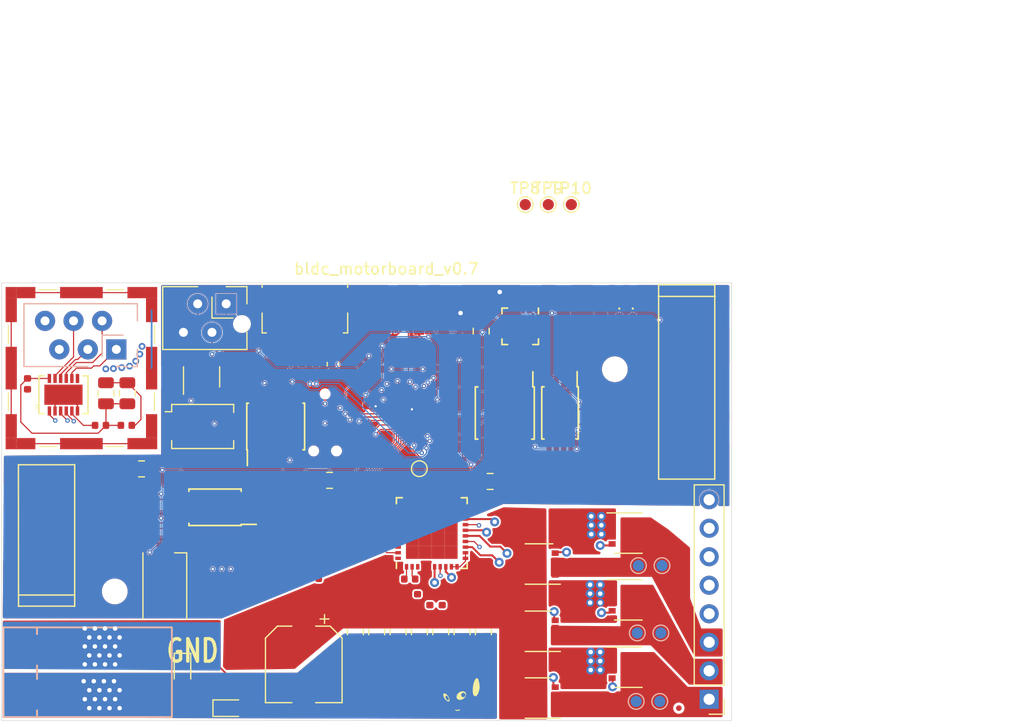
<source format=kicad_pcb>
(kicad_pcb (version 20171130) (host pcbnew 5.1.5-52549c5~84~ubuntu18.04.1)
  (layers (0 F.Cu signal) (1 In1.Cu signal) (2 In2.Cu signal) (31 B.Cu signal) (34 B.Paste user) (35 F.Paste user) (36 B.SilkS user) (37 F.SilkS user) (38 B.Mask user) (39 F.Mask user) (44 Edge.Cuts user))
  (net 0 "")
  (net 1 +36V)
  (net 2 "Net-(C3-Pad1)")
  (net 3 "Net-(C4-Pad1)")
  (net 4 "Net-(C4-Pad2)")
  (net 5 "Net-(C5-Pad2)")
  (net 6 +3V3)
  (net 7 "Net-(DRV8323H1-Pad27)")
  (net 8 "Net-(DRV8323H1-Pad29)")
  (net 9 /mosfet_bridges/GHA)
  (net 10 /mosfet_bridges/GLA)
  (net 11 /mosfet_bridges/GLB)
  (net 12 /mosfet_bridges/GHB)
  (net 13 /mosfet_bridges/GHC)
  (net 14 /mosfet_bridges/GLC)
  (net 15 GND)
  (net 16 /HALL2)
  (net 17 /HALL1)
  (net 18 /HALL3)
  (net 19 /Encoder0_B)
  (net 20 /Encoder0_A)
  (net 21 +5V)
  (net 22 "Net-(D1-Pad1)")
  (net 23 /PH1)
  (net 24 /PH2)
  (net 25 /PH3)
  (net 26 SHIELD)
  (net 27 /l_TX)
  (net 28 /h_TX)
  (net 29 /l_RX)
  (net 30 /h_RX)
  (net 31 "Net-(R13-Pad1)")
  (net 32 "Net-(R13-Pad2)")
  (net 33 "Net-(R10-Pad2)")
  (net 34 "Net-(R11-Pad2)")
  (net 35 "Net-(D3-Pad1)")
  (net 36 /NEOPXL)
  (net 37 /Encoder1_A)
  (net 38 /Encoder1_B)
  (net 39 "Net-(C8-Pad1)")
  (net 40 "Net-(C10-Pad1)")
  (net 41 "Net-(C11-Pad1)")
  (net 42 "Net-(C11-Pad2)")
  (net 43 "Net-(D4-Pad1)")
  (net 44 "Net-(DRV8323H1-Pad26)")
  (net 45 /term_te)
  (net 46 "Net-(DRV8323H1-Pad31)")
  (net 47 /mosfet_bridges/SOA)
  (net 48 /mosfet_bridges/SOB)
  (net 49 /mosfet_bridges/SOC)
  (net 50 "Net-(J1-Pad4)")
  (net 51 "Net-(J1-Pad1)")
  (net 52 "Net-(MAX176321-Pad7)")
  (net 53 "Net-(MAX176321-Pad8)")
  (net 54 "Net-(U1-Pad7)")
  (net 55 /SDA)
  (net 56 /SCL)
  (net 57 "Net-(D1-Pad2)")
  (net 58 /-ENCODER0_A)
  (net 59 /-ENCODER0_B)
  (net 60 /+ENCODER0_A)
  (net 61 /+ENCODER0_B)
  (net 62 /+ENCODER1_A)
  (net 63 /+ENCODER1_B)
  (net 64 /-ENCODER1_A)
  (net 65 /-ENCODER1_B)
  (net 66 /DE)
  (net 67 /WP)
  (net 68 "Net-(R34-Pad1)")
  (net 69 "Net-(R34-Pad2)")
  (net 70 "Net-(R32-Pad2)")
  (net 71 /INLC)
  (net 72 /INHC)
  (net 73 /INLB)
  (net 74 /INHB)
  (net 75 /INLA)
  (net 76 /INHA)
  (net 77 "Net-(J1-Pad9)")
  (net 78 "Net-(J1-Pad10)")
  (net 79 "Net-(J4-Pad7)")
  (net 80 "Net-(J4-Pad6)")
  (net 81 "Net-(J6-Pad1)")
  (net 82 "Net-(J6-Pad2)")
  (net 83 "Net-(J6-Pad3)")
  (net 84 "Net-(J6-Pad4)")
  (net 85 "Net-(C38-Pad2)")
  (net 86 +1V2)
  (net 87 USB_PU)
  (net 88 USB_P)
  (net 89 USB_N)
  (net 90 82)
  (net 91 109)
  (net 92 CRESET_B)
  (net 93 /RX)
  (net 94 /TX)
  (net 95 /CS_MISO)
  (net 96 /CS_CLK)
  (net 97 /CS)
  (net 98 "Net-(U3-Pad6)")
  (net 99 "Net-(U6-Pad4)")
  (net 100 "Net-(U7-Pad4)")
  (net 101 "Net-(U8-PadC4)")
  (net 102 "Net-(U8-PadC5)")
  (net 103 VPP_FAST)
  (net 104 "Net-(U8-PadD7)")
  (net 105 "Net-(U8-PadE7)")
  (net 106 "Net-(U8-PadF3)")
  (net 107 "Net-(U8-PadG5)")
  (net 108 "Net-(C38-Pad1)")
  (net 109 /iCE40LP/SCK)
  (net 110 /iCE40LP/SDO)
  (net 111 /iCE40LP/SDI)
  (net 112 /iCE40LP/SS)
  (net 113 /iCE40LP/CLK)
  (net 114 "Net-(U8-PadD5)")
  (net 115 "Net-(U8-PadD6)")
  (net 116 "Net-(U8-PadE6)")
  (net 117 "Net-(U8-PadE8)")
  (net 118 "Net-(U8-PadG3)")
  (net 119 "Net-(U8-PadG4)")
  (net 120 "Net-(U8-PadJ2)")
  (net 121 "Net-(U8-PadJ3)")
  (net 122 "Net-(U8-PadJ4)")
  (net 123 "Net-(U8-PadJ9)")
  (net 124 "Net-(R12-Pad1)")
  (net 125 "Net-(U8-PadC3)")
  (net 126 "Net-(U8-PadD2)")
  (net 127 "Net-(U8-PadD3)")
  (net 128 "Net-(D5-Pad1)")
  (net 129 /iCE40LP/LED)
  (net 130 "Net-(U8-PadH9)")
  (net 131 "Net-(R49-Pad1)")
  (net 132 /Encoder0_B_3.3V)
  (net 133 /Encoder0_A_3.3V)
  (net 134 /Encoder1_B_3.3V)
  (net 135 /Encoder1_A_3.3V)
  (net 136 "Net-(U11-Pad6)")
  (net 137 "Net-(U11-Pad9)")
  (net 138 /nFault)
  (net 139 "Net-(U8-PadG2)")
  (module custom_lib:TC2030-MCP-NL (layer F.Cu) (at 121.8 109.9 270)
    (fp_text reference J7 hide)
    (fp_text value FLASH_PORT hide)
    (pad 2 smd roundrect (at 1.27 -0.635 270) (size 0.7874 0.7874) (layers F.Cu F.Mask) (roundrect_rratio 0.5) (net 110 /iCE40LP/SDO))
    (pad 4 smd roundrect (at 2.54 -0.635 270) (size 0.7874 0.7874) (layers F.Cu F.Mask) (roundrect_rratio 0.5) (net 111 /iCE40LP/SDI))
    (pad 6 smd roundrect (at 3.81 -0.635 270) (size 0.7874 0.7874) (layers F.Cu F.Mask) (roundrect_rratio 0.5) (net 15 GND))
    (pad 5 smd roundrect (at 3.81 0.635 270) (size 0.7874 0.7874) (layers F.Cu F.Mask) (roundrect_rratio 0.5) (net 15 GND))
    (pad 3 smd roundrect (at 2.54 0.635 270) (size 0.7874 0.7874) (layers F.Cu F.Mask) (roundrect_rratio 0.5) (net 112 /iCE40LP/SS))
    (pad 1 smd roundrect (at 1.27 0.635 270) (size 0.7874 0.7874) (layers F.Cu F.Mask) (roundrect_rratio 0.5) (net 109 /iCE40LP/SCK))
    (pad "" np_thru_hole circle (at 0 0 270) (size 0.889 0.889) (drill 0.889) (layers *.Cu *.Mask))
    (pad "" np_thru_hole circle (at 5.08 1.016 270) (size 0.889 0.889) (drill 0.889) (layers *.Cu *.Mask))
    (pad "" np_thru_hole circle (at 5.08 -1.016 270) (size 0.889 0.889) (drill 0.889) (layers *.Cu *.Mask))
  )
  (module Capacitor_SMD:C_0805_2012Metric (layer F.Cu) (at 102.287 109.84 90)
    (fp_text reference C35 hide)
    (fp_text value 100u/6.3V)
    (pad 2 smd roundrect (at 0.9375 0 90) (size 0.975 1.4) (layers F.Cu F.Paste F.Mask) (net 15 GND))
    (pad 1 smd roundrect (at -0.9375 0 90) (size 0.975 1.4) (layers F.Cu F.Paste F.Mask) (net 6 +3V3))
  )
  (module Resistor_SMD:R_0402_1005Metric (layer F.Cu) (at 118.652061 119.746564 180)
    (fp_text reference R26 hide)
    (fp_text value "0 -> 6xPWM")
    (pad 1 smd roundrect (at -0.485 0 180) (size 0.59 0.64) (layers F.Cu F.Paste F.Mask) (net 15 GND))
    (pad 2 smd roundrect (at 0.485 0 180) (size 0.59 0.64) (layers F.Cu F.Paste F.Mask) (net 44 "Net-(DRV8323H1-Pad26)"))
  )
  (module Package_SO:TSSOP-14_4.4x5mm_P0.65mm (layer F.Cu) (at 137.8 111.6 270)
    (fp_text reference U11 hide)
    (fp_text value TXB0104PW)
    (pad 1 smd rect (at -2.95 -1.95 270) (size 1.45 0.45) (layers F.Cu F.Paste F.Mask) (net 6 +3V3))
    (pad 2 smd rect (at -2.95 -1.3 270) (size 1.45 0.45) (layers F.Cu F.Paste F.Mask) (net 133 /Encoder0_A_3.3V))
    (pad 3 smd rect (at -2.95 -0.65 270) (size 1.45 0.45) (layers F.Cu F.Paste F.Mask) (net 132 /Encoder0_B_3.3V))
    (pad 4 smd rect (at -2.95 0 270) (size 1.45 0.45) (layers F.Cu F.Paste F.Mask) (net 135 /Encoder1_A_3.3V))
    (pad 5 smd rect (at -2.95 0.65 270) (size 1.45 0.45) (layers F.Cu F.Paste F.Mask) (net 134 /Encoder1_B_3.3V))
    (pad 6 smd rect (at -2.95 1.3 270) (size 1.45 0.45) (layers F.Cu F.Paste F.Mask) (net 136 "Net-(U11-Pad6)"))
    (pad 7 smd rect (at -2.95 1.95 270) (size 1.45 0.45) (layers F.Cu F.Paste F.Mask) (net 15 GND))
    (pad 8 smd rect (at 2.95 1.95 270) (size 1.45 0.45) (layers F.Cu F.Paste F.Mask) (net 131 "Net-(R49-Pad1)"))
    (pad 9 smd rect (at 2.95 1.3 270) (size 1.45 0.45) (layers F.Cu F.Paste F.Mask) (net 137 "Net-(U11-Pad9)"))
    (pad 10 smd rect (at 2.95 0.65 270) (size 1.45 0.45) (layers F.Cu F.Paste F.Mask) (net 38 /Encoder1_B))
    (pad 11 smd rect (at 2.95 0 270) (size 1.45 0.45) (layers F.Cu F.Paste F.Mask) (net 37 /Encoder1_A))
    (pad 12 smd rect (at 2.95 -0.65 270) (size 1.45 0.45) (layers F.Cu F.Paste F.Mask) (net 19 /Encoder0_B))
    (pad 13 smd rect (at 2.95 -1.3 270) (size 1.45 0.45) (layers F.Cu F.Paste F.Mask) (net 20 /Encoder0_A))
    (pad 14 smd rect (at 2.95 -1.95 270) (size 1.45 0.45) (layers F.Cu F.Paste F.Mask) (net 21 +5V))
  )
  (module custom_lib:XAL5050-103MEC (layer F.Cu) (at 144.7 102.7)
    (fp_text reference L1 hide)
    (fp_text value 10uH)
    (pad 1 smd rect (at -1.655 0) (size 1.18 4.7) (layers F.Cu F.Paste F.Mask) (net 21 +5V))
    (pad 2 smd rect (at 1.655 0) (size 1.18 4.7) (layers F.Cu F.Paste F.Mask) (net 41 "Net-(C11-Pad1)"))
  )
  (module RF_Shielding:Laird_Technologies_BMI-S-201-F_13.66x12.70mm (layer F.Cu) (at 100.1 107.6)
    (fp_text reference J10 hide)
    (fp_text value RF_Shield_Two_Pieces)
    (pad 1 smd rect (at -6.25 -6.73) (size 1 1) (layers F.Cu F.Paste F.Mask) (net 26 SHIELD))
    (pad 1 smd rect (at 6.25 -6.73) (size 1 1) (layers F.Cu F.Paste F.Mask) (net 26 SHIELD))
    (pad 1 smd rect (at 6.25 6.73) (size 1 1) (layers F.Cu F.Paste F.Mask) (net 26 SHIELD))
    (pad 1 smd rect (at -6.25 6.73) (size 1 1) (layers F.Cu F.Paste F.Mask) (net 26 SHIELD))
    (pad 1 smd rect (at -4.925 -6.73) (size 1.65 1) (layers F.Cu F.Paste F.Mask) (net 26 SHIELD))
    (pad 1 smd rect (at -4.925 6.73) (size 1.65 1) (layers F.Cu F.Paste F.Mask) (net 26 SHIELD))
    (pad 1 smd rect (at 0 -6.73) (size 3.8 1) (layers F.Cu F.Paste F.Mask) (net 26 SHIELD))
    (pad 1 smd rect (at 0 6.73) (size 3.8 1) (layers F.Cu F.Paste F.Mask) (net 26 SHIELD))
    (pad 1 smd rect (at 4.925 -6.73) (size 1.65 1) (layers F.Cu F.Paste F.Mask) (net 26 SHIELD))
    (pad 1 smd rect (at 4.925 6.73) (size 1.65 1) (layers F.Cu F.Paste F.Mask) (net 26 SHIELD))
    (pad 1 smd rect (at -6.25 -5.165) (size 1 2.13) (layers F.Cu F.Paste F.Mask) (net 26 SHIELD))
    (pad 1 smd rect (at 6.25 -5.165) (size 1 2.13) (layers F.Cu F.Paste F.Mask) (net 26 SHIELD))
    (pad 1 smd rect (at -6.25 0) (size 1 3.8) (layers F.Cu F.Paste F.Mask) (net 26 SHIELD))
    (pad 1 smd rect (at 6.25 0) (size 1 3.8) (layers F.Cu F.Paste F.Mask) (net 26 SHIELD))
    (pad 1 smd rect (at -6.25 5.165) (size 1 2.13) (layers F.Cu F.Paste F.Mask) (net 26 SHIELD))
    (pad 1 smd rect (at 6.25 5.165) (size 1 2.13) (layers F.Cu F.Paste F.Mask) (net 26 SHIELD))
  )
  (module custom_lib:iCE40-PL9K-CM81 (layer F.Cu) (at 129.34638 111.465408 180)
    (fp_text reference U8)
    (fp_text value iCE40-LP8K-CM81)
    (pad A1 smd oval (at -1.6 -1.6 180) (size 0.1 0.335) (layers F.Cu F.Paste F.Mask) (net 133 /Encoder0_A_3.3V))
    (pad A2 smd oval (at -1.2 -1.6 180) (size 0.1 0.33) (layers F.Cu F.Paste F.Mask) (net 138 /nFault))
    (pad A3 smd oval (at -0.8 -1.6 180) (size 0.1 0.335) (layers F.Cu F.Paste F.Mask) (net 87 USB_PU))
    (pad A4 smd oval (at -0.4 -1.6 180) (size 0.1 0.335) (layers F.Cu F.Paste F.Mask) (net 89 USB_N))
    (pad A5 smd circle (at 0 -1.6 180) (size 0.2 0.2) (layers F.Cu F.Paste F.Mask) (net 6 +3V3))
    (pad A6 smd oval (at 0.4 -1.6 180) (size 0.1 0.335) (layers F.Cu F.Paste F.Mask) (net 76 /INHA))
    (pad A7 smd oval (at 0.8 -1.6 180) (size 0.1 0.335) (layers F.Cu F.Paste F.Mask) (net 74 /INHB))
    (pad A8 smd oval (at 1.2 -1.6 180) (size 0.1 0.335) (layers F.Cu F.Paste F.Mask) (net 72 /INHC))
    (pad A9 smd oval (at 1.6 -1.6 180) (size 0.1 0.335) (layers F.Cu F.Paste F.Mask) (net 55 /SDA))
    (pad B1 smd oval (at -1.6 -1.2 180) (size 0.33 0.1) (layers F.Cu F.Paste F.Mask) (net 17 /HALL1))
    (pad B2 smd circle (at -1.2 -1.2 180) (size 0.2 0.2) (layers F.Cu F.Paste F.Mask) (net 113 /iCE40LP/CLK))
    (pad B3 smd circle (at -0.8 -1.2 180) (size 0.2 0.2) (layers F.Cu F.Paste F.Mask) (net 129 /iCE40LP/LED))
    (pad B4 smd circle (at -0.4 -1.2 180) (size 0.2 0.2) (layers F.Cu F.Paste F.Mask) (net 88 USB_P))
    (pad B5 smd circle (at 0 -1.2 180) (size 0.2 0.2) (layers F.Cu F.Paste F.Mask) (net 6 +3V3))
    (pad B6 smd circle (at 0.4 -1.2 180) (size 0.2 0.2) (layers F.Cu F.Paste F.Mask) (net 75 /INLA))
    (pad B7 smd circle (at 0.8 -1.2 180) (size 0.2 0.2) (layers F.Cu F.Paste F.Mask) (net 73 /INLB))
    (pad B8 smd circle (at 1.2 -1.2 180) (size 0.2 0.2) (layers F.Cu F.Paste F.Mask) (net 71 /INLC))
    (pad B9 smd circle (at 1.6 -1.2 180) (size 0.2 0.2) (layers F.Cu F.Paste F.Mask) (net 6 +3V3))
    (pad C1 smd oval (at -1.6 -0.8 180) (size 0.335 0.1) (layers F.Cu F.Paste F.Mask) (net 16 /HALL2))
    (pad C2 smd circle (at -1.2 -0.8 180) (size 0.2 0.2) (layers F.Cu F.Paste F.Mask) (net 18 /HALL3))
    (pad C3 smd circle (at -0.8 -0.8 180) (size 0.2 0.2) (layers F.Cu F.Paste F.Mask) (net 125 "Net-(U8-PadC3)"))
    (pad C4 smd circle (at -0.4 -0.8 180) (size 0.2 0.2) (layers F.Cu F.Paste F.Mask) (net 101 "Net-(U8-PadC4)"))
    (pad C5 smd circle (at 0 -0.8 180) (size 0.2 0.2) (layers F.Cu F.Paste F.Mask) (net 102 "Net-(U8-PadC5)"))
    (pad C6 smd circle (at 0.4 -0.8 180) (size 0.2 0.2) (layers F.Cu F.Paste F.Mask) (net 6 +3V3))
    (pad C7 smd circle (at 0.8 -0.8 180) (size 0.2 0.2) (layers F.Cu F.Paste F.Mask) (net 103 VPP_FAST))
    (pad C8 smd circle (at 1.2 -0.8 180) (size 0.2 0.2) (layers F.Cu F.Paste F.Mask) (net 6 +3V3))
    (pad C9 smd oval (at 1.6 -0.8 180) (size 0.335 0.1) (layers F.Cu F.Paste F.Mask) (net 56 /SCL))
    (pad D1 smd oval (at -1.6 -0.4 180) (size 0.335 0.1) (layers F.Cu F.Paste F.Mask) (net 132 /Encoder0_B_3.3V))
    (pad D2 smd circle (at -1.2 -0.4 180) (size 0.2 0.2) (layers F.Cu F.Paste F.Mask) (net 126 "Net-(U8-PadD2)"))
    (pad D3 smd circle (at -0.8 -0.4 180) (size 0.2 0.2) (layers F.Cu F.Paste F.Mask) (net 127 "Net-(U8-PadD3)"))
    (pad D4 smd circle (at -0.4 -0.4 180) (size 0.2 0.2) (layers F.Cu F.Paste F.Mask) (net 86 +1V2))
    (pad D5 smd circle (at 0 -0.4 180) (size 0.2 0.2) (layers F.Cu F.Paste F.Mask) (net 114 "Net-(U8-PadD5)"))
    (pad D6 smd circle (at 0.4 -0.4 180) (size 0.2 0.2) (layers F.Cu F.Paste F.Mask) (net 115 "Net-(U8-PadD6)"))
    (pad D7 smd circle (at 0.8 -0.4 180) (size 0.2 0.2) (layers F.Cu F.Paste F.Mask) (net 104 "Net-(U8-PadD7)"))
    (pad D8 smd circle (at 1.2 -0.4 180) (size 0.2 0.2) (layers F.Cu F.Paste F.Mask) (net 97 /CS))
    (pad D9 smd oval (at 1.6 -0.4 180) (size 0.335 0.1) (layers F.Cu F.Paste F.Mask) (net 95 /CS_MISO))
    (pad E1 smd oval (at -1.6 0 180) (size 0.335 0.1) (layers F.Cu F.Paste F.Mask) (net 135 /Encoder1_A_3.3V))
    (pad E2 smd circle (at -1.2 0 180) (size 0.2 0.2) (layers F.Cu F.Paste F.Mask) (net 36 /NEOPXL))
    (pad E3 smd circle (at -0.8 0 180) (size 0.2 0.2) (layers F.Cu F.Paste F.Mask) (net 86 +1V2))
    (pad E4 smd circle (at -0.4 0 180) (size 0.2 0.2) (layers F.Cu F.Paste F.Mask) (net 15 GND))
    (pad E5 smd circle (at 0 0 180) (size 0.2 0.2) (layers F.Cu F.Paste F.Mask) (net 15 GND))
    (pad E6 smd circle (at 0.4 0 180) (size 0.2 0.2) (layers F.Cu F.Paste F.Mask) (net 116 "Net-(U8-PadE6)"))
    (pad E7 smd circle (at 0.8 0 180) (size 0.2 0.2) (layers F.Cu F.Paste F.Mask) (net 105 "Net-(U8-PadE7)"))
    (pad E8 smd circle (at 1.2 0 180) (size 0.2 0.2) (layers F.Cu F.Paste F.Mask) (net 117 "Net-(U8-PadE8)"))
    (pad E9 smd oval (at 1.6 0 180) (size 0.335 0.1) (layers F.Cu F.Paste F.Mask) (net 86 +1V2))
    (pad F1 smd circle (at -1.6 0.4 180) (size 0.2 0.2) (layers F.Cu F.Paste F.Mask) (net 86 +1V2))
    (pad F2 smd circle (at -1.2 0.4 180) (size 0.2 0.2) (layers F.Cu F.Paste F.Mask) (net 86 +1V2))
    (pad F3 smd circle (at -0.8 0.4 180) (size 0.2 0.2) (layers F.Cu F.Paste F.Mask) (net 106 "Net-(U8-PadF3)"))
    (pad F4 smd circle (at -0.4 0.4 180) (size 0.2 0.2) (layers F.Cu F.Paste F.Mask) (net 15 GND))
    (pad F5 smd circle (at 0 0.4 180) (size 0.2 0.2) (layers F.Cu F.Paste F.Mask) (net 15 GND))
    (pad F6 smd circle (at 0.4 0.4 180) (size 0.2 0.2) (layers F.Cu F.Paste F.Mask) (net 15 GND))
    (pad F7 smd circle (at 0.8 0.4 180) (size 0.2 0.2) (layers F.Cu F.Paste F.Mask) (net 112 /iCE40LP/SS))
    (pad F8 smd circle (at 1.2 0.4 180) (size 0.2 0.2) (layers F.Cu F.Paste F.Mask) (net 112 /iCE40LP/SS))
    (pad F9 smd oval (at 1.6 0.4 180) (size 0.335 0.1) (layers F.Cu F.Paste F.Mask) (net 15 GND))
    (pad G1 smd oval (at -1.6 0.8 180) (size 0.335 0.1) (layers F.Cu F.Paste F.Mask) (net 134 /Encoder1_B_3.3V))
    (pad G2 smd circle (at -1.2 0.8 180) (size 0.2 0.2) (layers F.Cu F.Paste F.Mask) (net 139 "Net-(U8-PadG2)"))
    (pad G3 smd circle (at -0.8 0.8 180) (size 0.2 0.2) (layers F.Cu F.Paste F.Mask) (net 118 "Net-(U8-PadG3)"))
    (pad G4 smd circle (at -0.4 0.8 180) (size 0.2 0.2) (layers F.Cu F.Paste F.Mask) (net 119 "Net-(U8-PadG4)"))
    (pad G5 smd circle (at 0 0.8 180) (size 0.2 0.2) (layers F.Cu F.Paste F.Mask) (net 107 "Net-(U8-PadG5)"))
    (pad G6 smd circle (at 0.4 0.8 180) (size 0.2 0.2) (layers F.Cu F.Paste F.Mask) (net 110 /iCE40LP/SDO))
    (pad G7 smd circle (at 0.8 0.8 180) (size 0.2 0.2) (layers F.Cu F.Paste F.Mask) (net 109 /iCE40LP/SCK))
    (pad G8 smd circle (at 1.2 0.8 180) (size 0.2 0.2) (layers F.Cu F.Paste F.Mask) (net 109 /iCE40LP/SCK))
    (pad G9 smd oval (at 1.6 0.8 180) (size 0.335 0.1) (layers F.Cu F.Paste F.Mask) (net 96 /CS_CLK))
    (pad H1 smd oval (at -1.6 1.2 180) (size 0.33 0.1) (layers F.Cu F.Paste F.Mask) (net 66 /DE))
    (pad H2 smd circle (at -1.2 1.2 180) (size 0.2 0.2) (layers F.Cu F.Paste F.Mask) (net 93 /RX))
    (pad H3 smd circle (at -0.8 1.2 180) (size 0.2 0.2) (layers F.Cu F.Paste F.Mask) (net 6 +3V3))
    (pad H4 smd circle (at -0.4 1.2 180) (size 0.2 0.2) (layers F.Cu F.Paste F.Mask) (net 90 82))
    (pad H5 smd circle (at 0 1.2 180) (size 0.2 0.2) (layers F.Cu F.Paste F.Mask) (net 110 /iCE40LP/SDO))
    (pad H6 smd circle (at 0.4 1.2 180) (size 0.2 0.2) (layers F.Cu F.Paste F.Mask) (net 92 CRESET_B))
    (pad H7 smd circle (at 0.8 1.2 180) (size 0.2 0.2) (layers F.Cu F.Paste F.Mask) (net 111 /iCE40LP/SDI) (clearance 0.1))
    (pad H8 smd circle (at 1.2 1.2 180) (size 0.2 0.2) (layers F.Cu F.Paste F.Mask) (net 6 +3V3))
    (pad H9 smd oval (at 1.6 1.2 180) (size 0.33 0.1) (layers F.Cu F.Paste F.Mask) (net 130 "Net-(U8-PadH9)"))
    (pad J1 smd oval (at -1.6 1.6 180) (size 0.1 0.335) (layers F.Cu F.Paste F.Mask) (net 94 /TX) (clearance 0.1))
    (pad J2 smd oval (at -1.2 1.6 180) (size 0.1 0.33) (layers F.Cu F.Paste F.Mask) (net 120 "Net-(U8-PadJ2)"))
    (pad J3 smd oval (at -0.8 1.6 180) (size 0.1 0.335) (layers F.Cu F.Paste F.Mask) (net 121 "Net-(U8-PadJ3)"))
    (pad J4 smd oval (at -0.4 1.6 180) (size 0.1 0.335) (layers F.Cu F.Paste F.Mask) (net 122 "Net-(U8-PadJ4)"))
    (pad J5 smd oval (at 0 1.6 180) (size 0.1 0.335) (layers F.Cu F.Paste F.Mask) (net 6 +3V3))
    (pad J6 smd oval (at 0.4 1.6 180) (size 0.1 0.335) (layers F.Cu F.Paste F.Mask) (net 108 "Net-(C38-Pad1)"))
    (pad J7 smd oval (at 0.8 1.6 180) (size 0.1 0.335) (layers F.Cu F.Paste F.Mask) (net 85 "Net-(C38-Pad2)"))
    (pad J8 smd oval (at 1.2 1.6 180) (size 0.1 0.33) (layers F.Cu F.Paste F.Mask) (net 91 109))
    (pad J9 smd oval (at 1.6 1.6 180) (size 0.1 0.335) (layers F.Cu F.Paste F.Mask) (net 123 "Net-(U8-PadJ9)"))
  )
  (module custom_lib:micro_match_female_8pos_SMT (layer F.Cu) (at 97 120.7 90)
    (fp_text reference J4 hide)
    (fp_text value ENCODER1)
    (pad 8 smd rect (at 3.175 2.25 180) (size 3 1.5) (layers F.Cu F.Paste F.Mask) (net 21 +5V))
    (pad 6 smd rect (at 0.635 2.25 180) (size 3 1.5) (layers F.Cu F.Paste F.Mask) (net 80 "Net-(J4-Pad6)"))
    (pad 4 smd rect (at -1.905 2.25 180) (size 3 1.5) (layers F.Cu F.Paste F.Mask) (net 65 /-ENCODER1_B))
    (pad 2 smd rect (at -4.445 2.25 180) (size 3 1.5) (layers F.Cu F.Paste F.Mask) (net 64 /-ENCODER1_A))
    (pad 7 smd rect (at 1.905 -2.25 180) (size 3 1.5) (layers F.Cu F.Paste F.Mask) (net 79 "Net-(J4-Pad7)"))
    (pad 5 smd rect (at -0.635 -2.25 180) (size 3 1.5) (layers F.Cu F.Paste F.Mask) (net 63 /+ENCODER1_B))
    (pad 3 smd rect (at -3.175 -2.25 180) (size 3 1.5) (layers F.Cu F.Paste F.Mask) (net 62 /+ENCODER1_A))
    (pad 1 smd rect (at -5.715 -2.25 180) (size 3 1.5) (layers F.Cu F.Paste F.Mask) (net 15 GND))
  )
  (module Capacitor_SMD:C_0805_2012Metric (layer F.Cu) (at 104.192 109.84 90)
    (fp_text reference C34 hide)
    (fp_text value 100u/6.3V)
    (pad 2 smd roundrect (at 0.9375 0 90) (size 0.975 1.4) (layers F.Cu F.Paste F.Mask) (net 15 GND))
    (pad 1 smd roundrect (at -0.9375 0 90) (size 0.975 1.4) (layers F.Cu F.Paste F.Mask) (net 6 +3V3))
  )
  (module Capacitor_SMD:C_0805_2012Metric (layer F.Cu) (at 136.5 117.7)
    (fp_text reference C32 hide)
    (fp_text value 100u/6.3V)
    (pad 2 smd roundrect (at 0.9375 0) (size 0.975 1.4) (layers F.Cu F.Paste F.Mask) (net 15 GND))
    (pad 1 smd roundrect (at -0.9375 0) (size 0.975 1.4) (layers F.Cu F.Paste F.Mask) (net 6 +3V3))
  )
  (module custom_lib:QFN-40-1EP_6x6mm_Pitch0.5mm (layer F.Cu) (at 131.3 122.3 90)
    (fp_text reference DRV8323H1 hide)
    (fp_text value DRV8323HRTA)
    (pad 41 smd rect (at -1.725 -1.725 90) (size 1.15 1.15) (layers F.Cu F.Paste F.Mask))
    (pad 41 smd rect (at -1.725 -0.575 90) (size 1.15 1.15) (layers F.Cu F.Paste F.Mask))
    (pad 41 smd rect (at -1.725 0.575 90) (size 1.15 1.15) (layers F.Cu F.Paste F.Mask))
    (pad 41 smd rect (at -1.725 1.725 90) (size 1.15 1.15) (layers F.Cu F.Paste F.Mask))
    (pad 41 smd rect (at -0.575 -1.725 90) (size 1.15 1.15) (layers F.Cu F.Paste F.Mask))
    (pad 41 smd rect (at -0.575 -0.575 90) (size 1.15 1.15) (layers F.Cu F.Paste F.Mask))
    (pad 41 smd rect (at -0.575 0.575 90) (size 1.15 1.15) (layers F.Cu F.Paste F.Mask))
    (pad 41 smd rect (at -0.575 1.725 90) (size 1.15 1.15) (layers F.Cu F.Paste F.Mask))
    (pad 41 smd rect (at 0.575 -1.725 90) (size 1.15 1.15) (layers F.Cu F.Paste F.Mask))
    (pad 41 smd rect (at 0.575 -0.575 90) (size 1.15 1.15) (layers F.Cu F.Paste F.Mask))
    (pad 41 smd rect (at 0.575 0.575 90) (size 1.15 1.15) (layers F.Cu F.Paste F.Mask))
    (pad 41 smd rect (at 0.575 1.725 90) (size 1.15 1.15) (layers F.Cu F.Paste F.Mask))
    (pad 41 smd rect (at 1.725 -1.725 90) (size 1.15 1.15) (layers F.Cu F.Paste F.Mask))
    (pad 41 smd rect (at 1.725 -0.575 90) (size 1.15 1.15) (layers F.Cu F.Paste F.Mask))
    (pad 41 smd rect (at 1.725 0.575 90) (size 1.15 1.15) (layers F.Cu F.Paste F.Mask))
    (pad 41 smd rect (at 1.725 1.725 90) (size 1.15 1.15) (layers F.Cu F.Paste F.Mask))
    (pad 40 smd rect (at -2.25 -3 180) (size 0.5 0.3) (layers F.Cu F.Paste F.Mask) (net 15 GND))
    (pad 39 smd rect (at -1.75 -3 180) (size 0.5 0.3) (layers F.Cu F.Paste F.Mask) (net 71 /INLC))
    (pad 38 smd rect (at -1.25 -3 180) (size 0.5 0.3) (layers F.Cu F.Paste F.Mask) (net 72 /INHC))
    (pad 37 smd rect (at -0.75 -3 180) (size 0.5 0.3) (layers F.Cu F.Paste F.Mask) (net 73 /INLB))
    (pad 36 smd rect (at -0.25 -3 180) (size 0.5 0.3) (layers F.Cu F.Paste F.Mask) (net 74 /INHB))
    (pad 35 smd rect (at 0.25 -3 180) (size 0.5 0.3) (layers F.Cu F.Paste F.Mask) (net 75 /INLA))
    (pad 34 smd rect (at 0.75 -3 180) (size 0.5 0.3) (layers F.Cu F.Paste F.Mask) (net 76 /INHA))
    (pad 33 smd rect (at 1.25 -3 180) (size 0.5 0.3) (layers F.Cu F.Paste F.Mask) (net 5 "Net-(C5-Pad2)"))
    (pad 32 smd rect (at 1.75 -3 180) (size 0.5 0.3) (layers F.Cu F.Paste F.Mask) (net 15 GND))
    (pad 31 smd rect (at 2.25 -3 180) (size 0.5 0.3) (layers F.Cu F.Paste F.Mask) (net 46 "Net-(DRV8323H1-Pad31)"))
    (pad 30 smd rect (at 3 -2.25 90) (size 0.5 0.3) (layers F.Cu F.Paste F.Mask) (net 6 +3V3))
    (pad 29 smd rect (at 3 -1.75 90) (size 0.5 0.3) (layers F.Cu F.Paste F.Mask) (net 8 "Net-(DRV8323H1-Pad29)"))
    (pad 28 smd rect (at 3 -1.25 90) (size 0.5 0.3) (layers F.Cu F.Paste F.Mask) (net 5 "Net-(C5-Pad2)"))
    (pad 27 smd rect (at 3 -0.75 90) (size 0.5 0.3) (layers F.Cu F.Paste F.Mask) (net 7 "Net-(DRV8323H1-Pad27)"))
    (pad 26 smd rect (at 3 -0.25 90) (size 0.5 0.3) (layers F.Cu F.Paste F.Mask) (net 44 "Net-(DRV8323H1-Pad26)"))
    (pad 25 smd rect (at 3 0.25 90) (size 0.5 0.3) (layers F.Cu F.Paste F.Mask) (net 138 /nFault))
    (pad 24 smd rect (at 3 0.75 90) (size 0.5 0.3) (layers F.Cu F.Paste F.Mask) (net 6 +3V3))
    (pad 23 smd rect (at 3 1.25 90) (size 0.5 0.3) (layers F.Cu F.Paste F.Mask) (net 47 /mosfet_bridges/SOA))
    (pad 22 smd rect (at 3 1.75 90) (size 0.5 0.3) (layers F.Cu F.Paste F.Mask) (net 48 /mosfet_bridges/SOB))
    (pad 21 smd rect (at 3 2.25 90) (size 0.5 0.3) (layers F.Cu F.Paste F.Mask) (net 49 /mosfet_bridges/SOC))
    (pad 20 smd rect (at 2.25 3 180) (size 0.5 0.3) (layers F.Cu F.Paste F.Mask) (net 15 GND))
    (pad 19 smd rect (at 1.75 3 180) (size 0.5 0.3) (layers F.Cu F.Paste F.Mask) (net 15 GND))
    (pad 18 smd rect (at 1.25 3 180) (size 0.5 0.3) (layers F.Cu F.Paste F.Mask) (net 14 /mosfet_bridges/GLC))
    (pad 17 smd rect (at 0.75 3 180) (size 0.5 0.3) (layers F.Cu F.Paste F.Mask) (net 25 /PH3))
    (pad 16 smd rect (at 0.25 3 180) (size 0.5 0.3) (layers F.Cu F.Paste F.Mask) (net 13 /mosfet_bridges/GHC))
    (pad 15 smd rect (at -0.25 3 180) (size 0.5 0.3) (layers F.Cu F.Paste F.Mask) (net 12 /mosfet_bridges/GHB))
    (pad 14 smd rect (at -0.75 3 180) (size 0.5 0.3) (layers F.Cu F.Paste F.Mask) (net 24 /PH2))
    (pad 13 smd rect (at -1.25 3 180) (size 0.5 0.3) (layers F.Cu F.Paste F.Mask) (net 11 /mosfet_bridges/GLB))
    (pad 12 smd rect (at -1.75 3 180) (size 0.5 0.3) (layers F.Cu F.Paste F.Mask) (net 15 GND))
    (pad 11 smd rect (at -2.25 3 180) (size 0.5 0.3) (layers F.Cu F.Paste F.Mask) (net 15 GND))
    (pad 10 smd rect (at -3 2.25 90) (size 0.5 0.3) (layers F.Cu F.Paste F.Mask) (net 15 GND))
    (pad 9 smd rect (at -3 1.75 90) (size 0.5 0.3) (layers F.Cu F.Paste F.Mask) (net 15 GND))
    (pad 8 smd rect (at -3 1.25 90) (size 0.5 0.3) (layers F.Cu F.Paste F.Mask) (net 10 /mosfet_bridges/GLA))
    (pad 7 smd rect (at -3 0.75 90) (size 0.5 0.3) (layers F.Cu F.Paste F.Mask) (net 23 /PH1))
    (pad 6 smd rect (at -3 0.25 90) (size 0.5 0.3) (layers F.Cu F.Paste F.Mask) (net 9 /mosfet_bridges/GHA))
    (pad 5 smd rect (at -3 -0.25 90) (size 0.5 0.3) (layers F.Cu F.Paste F.Mask) (net 1 +36V))
    (pad 4 smd rect (at -3 -0.75 90) (size 0.5 0.3) (layers F.Cu F.Paste F.Mask) (net 1 +36V))
    (pad 3 smd rect (at -3 -1.25 90) (size 0.5 0.3) (layers F.Cu F.Paste F.Mask) (net 2 "Net-(C3-Pad1)"))
    (pad 2 smd rect (at -3 -1.75 90) (size 0.5 0.3) (layers F.Cu F.Paste F.Mask) (net 4 "Net-(C4-Pad2)"))
    (pad 1 smd rect (at -3 -2.25 90) (size 0.5 0.3) (layers F.Cu F.Paste F.Mask) (net 3 "Net-(C4-Pad1)"))
  )
  (module Capacitor_SMD:C_0805_2012Metric (layer F.Cu) (at 122.2 117.6 180)
    (fp_text reference C31 hide)
    (fp_text value 100u/6.3V)
    (pad 2 smd roundrect (at 0.9375 0 180) (size 0.975 1.4) (layers F.Cu F.Paste F.Mask) (net 15 GND))
    (pad 1 smd roundrect (at -0.9375 0 180) (size 0.975 1.4) (layers F.Cu F.Paste F.Mask) (net 6 +3V3))
  )
  (module Package_SO:TSSOP-8_4.4x3mm_P0.65mm (layer F.Cu) (at 142.72 111.59 270)
    (fp_text reference U2 hide)
    (fp_text value LM2903)
    (pad 1 smd rect (at -2.95 -0.975 270) (size 1.45 0.45) (layers F.Cu F.Paste F.Mask) (net 20 /Encoder0_A))
    (pad 2 smd rect (at -2.95 -0.325 270) (size 1.45 0.45) (layers F.Cu F.Paste F.Mask) (net 34 "Net-(R11-Pad2)"))
    (pad 3 smd rect (at -2.95 0.325 270) (size 1.45 0.45) (layers F.Cu F.Paste F.Mask) (net 124 "Net-(R12-Pad1)"))
    (pad 4 smd rect (at -2.95 0.975 270) (size 1.45 0.45) (layers F.Cu F.Paste F.Mask) (net 15 GND))
    (pad 5 smd rect (at 2.95 0.975 270) (size 1.45 0.45) (layers F.Cu F.Paste F.Mask) (net 31 "Net-(R13-Pad1)"))
    (pad 6 smd rect (at 2.95 0.325 270) (size 1.45 0.45) (layers F.Cu F.Paste F.Mask) (net 32 "Net-(R13-Pad2)"))
    (pad 7 smd rect (at 2.95 -0.325 270) (size 1.45 0.45) (layers F.Cu F.Paste F.Mask) (net 19 /Encoder0_B))
    (pad 8 smd rect (at 2.95 -0.975 270) (size 1.45 0.45) (layers F.Cu F.Paste F.Mask) (net 21 +5V))
  )
  (module Package_SON:VSON-8_3.3x3.3mm_P0.65mm_NexFET (layer F.Cu) (at 140.85 131.05 180)
    (fp_text reference Q2 hide)
    (fp_text value CSD18534Q5A)
    (pad 5 smd rect (at -0.09 -0.61 180) (size 0.95 1.23) (layers F.Cu F.Paste F.Mask) (net 1 +36V))
    (pad 5 smd rect (at -0.09 0.61 180) (size 0.95 1.23) (layers F.Cu F.Paste F.Mask) (net 1 +36V))
    (pad 5 smd rect (at 0.86 -0.61 180) (size 0.95 1.23) (layers F.Cu F.Paste F.Mask) (net 1 +36V))
    (pad 5 smd rect (at 0.86 0.61 180) (size 0.95 1.23) (layers F.Cu F.Paste F.Mask) (net 1 +36V))
    (pad 5 smd rect (at 1.44 -0.97 180) (size 0.63 0.5) (layers F.Cu F.Paste F.Mask) (net 1 +36V))
    (pad 5 smd rect (at 1.44 -0.33 180) (size 0.63 0.5) (layers F.Cu F.Paste F.Mask) (net 1 +36V))
    (pad 5 smd rect (at 1.44 0.33 180) (size 0.63 0.5) (layers F.Cu F.Paste F.Mask) (net 1 +36V))
    (pad 5 smd rect (at 1.44 0.97 180) (size 0.63 0.5) (layers F.Cu F.Paste F.Mask) (net 1 +36V))
    (pad 4 smd rect (at -1.44 0.97 180) (size 0.63 0.5) (layers F.Cu F.Paste F.Mask) (net 12 /mosfet_bridges/GHB))
    (pad 3 smd rect (at -1.44 0.33 180) (size 0.63 0.5) (layers F.Cu F.Paste F.Mask) (net 24 /PH2))
    (pad 2 smd rect (at -1.44 -0.33 180) (size 0.63 0.5) (layers F.Cu F.Paste F.Mask) (net 24 /PH2))
    (pad 1 smd rect (at -1.44 -0.97 180) (size 0.63 0.5) (layers F.Cu F.Paste F.Mask) (net 24 /PH2))
  )
  (module custom_lib:ltc2855 (layer F.Cu) (at 98.5 109.97 90)
    (fp_text reference U1 (at -1.0542 -2.3024 90) (layer F.SilkS) (effects (font (size 0.314961 0.314961) (thickness 0.05))))
    (fp_text value LTC2855CDEPBF hide)
    (pad 1 smd rect (at -1.4478 -1.25 90) (size 0.8128 0.3048) (layers F.Cu F.Paste F.Mask) (net 93 /RX))
    (pad 2 smd rect (at -1.4478 -0.75 90) (size 0.8128 0.3048) (layers F.Cu F.Paste F.Mask) (net 15 GND))
    (pad 3 smd rect (at -1.4478 -0.25 90) (size 0.8128 0.3048) (layers F.Cu F.Paste F.Mask) (net 66 /DE))
    (pad 4 smd rect (at -1.4478 0.25 90) (size 0.8128 0.3048) (layers F.Cu F.Paste F.Mask) (net 94 /TX))
    (pad 5 smd rect (at -1.4478 0.75 90) (size 0.8128 0.3048) (layers F.Cu F.Paste F.Mask) (net 45 /term_te))
    (pad 6 smd rect (at -1.4478 1.25 90) (size 0.8128 0.3048) (layers F.Cu F.Paste F.Mask) (net 15 GND))
    (pad 7 smd rect (at 1.4478 1.25 90) (size 0.8128 0.3048) (layers F.Cu F.Paste F.Mask) (net 54 "Net-(U1-Pad7)"))
    (pad 8 smd rect (at 1.4478 0.75 90) (size 0.8128 0.3048) (layers F.Cu F.Paste F.Mask) (net 27 /l_TX))
    (pad 9 smd rect (at 1.4478 0.25 90) (size 0.8128 0.3048) (layers F.Cu F.Paste F.Mask) (net 28 /h_TX))
    (pad 10 smd rect (at 1.4478 -0.25 90) (size 0.8128 0.3048) (layers F.Cu F.Paste F.Mask) (net 29 /l_RX))
    (pad 11 smd rect (at 1.4478 -0.75 90) (size 0.8128 0.3048) (layers F.Cu F.Paste F.Mask) (net 30 /h_RX))
    (pad 12 smd rect (at 1.4478 -1.25 90) (size 0.8128 0.3048) (layers F.Cu F.Paste F.Mask) (net 6 +3V3))
    (pad 13 smd rect (at 0 0 90) (size 1.8034 3.4036) (layers F.Cu F.Paste F.Mask) (net 15 GND))
  )
  (module Resistor_SMD:R_0402_1005Metric (layer F.Cu) (at 122.852061 120.846564 180)
    (fp_text reference R21 hide)
    (fp_text value "47k -> 10V/V")
    (pad 1 smd roundrect (at -0.485 0 180) (size 0.59 0.64) (layers F.Cu F.Paste F.Mask) (net 15 GND))
    (pad 2 smd roundrect (at 0.485 0 180) (size 0.59 0.64) (layers F.Cu F.Paste F.Mask) (net 8 "Net-(DRV8323H1-Pad29)"))
  )
  (module Resistor_SMD:R_0402_1005Metric (layer F.Cu) (at 122.852061 121.946564 180)
    (fp_text reference R20 hide)
    (fp_text value ">500k -> 20V/V")
    (pad 2 smd roundrect (at 0.485 0 180) (size 0.59 0.64) (layers F.Cu F.Paste F.Mask) (net 8 "Net-(DRV8323H1-Pad29)"))
    (pad 1 smd roundrect (at -0.485 0 180) (size 0.59 0.64) (layers F.Cu F.Paste F.Mask) (net 15 GND))
  )
  (module Resistor_SMD:R_0402_1005Metric (layer F.Cu) (at 118.652061 120.846564 180)
    (fp_text reference R25 hide)
    (fp_text value "47k -> 3xPWM")
    (pad 2 smd roundrect (at 0.485 0 180) (size 0.59 0.64) (layers F.Cu F.Paste F.Mask) (net 44 "Net-(DRV8323H1-Pad26)"))
    (pad 1 smd roundrect (at -0.485 0 180) (size 0.59 0.64) (layers F.Cu F.Paste F.Mask) (net 15 GND))
  )
  (module Resistor_SMD:R_0402_1005Metric (layer F.Cu) (at 101.8 112.7)
    (fp_text reference R27 hide)
    (fp_text value 10k)
    (pad 2 smd roundrect (at 0.485 0) (size 0.59 0.64) (layers F.Cu F.Paste F.Mask) (net 6 +3V3))
    (pad 1 smd roundrect (at -0.485 0) (size 0.59 0.64) (layers F.Cu F.Paste F.Mask) (net 45 /term_te))
  )
  (module Capacitor_SMD:C_0402_1005Metric (layer F.Cu) (at 95.3 109 270)
    (fp_text reference C23 hide)
    (fp_text value C)
    (pad 2 smd roundrect (at 0.485 0 270) (size 0.59 0.64) (layers F.Cu F.Paste F.Mask) (net 15 GND))
    (pad 1 smd roundrect (at -0.485 0 270) (size 0.59 0.64) (layers F.Cu F.Paste F.Mask) (net 6 +3V3))
  )
  (module Resistor_SMD:R_0402_1005Metric (layer F.Cu) (at 118.652061 123.046564 180)
    (fp_text reference R23 hide)
    (fp_text value "0 -> Independent")
    (pad 1 smd roundrect (at -0.485 0 180) (size 0.59 0.64) (layers F.Cu F.Paste F.Mask) (net 5 "Net-(C5-Pad2)"))
    (pad 2 smd roundrect (at 0.485 0 180) (size 0.59 0.64) (layers F.Cu F.Paste F.Mask) (net 44 "Net-(DRV8323H1-Pad26)"))
  )
  (module Resistor_SMD:R_0402_1005Metric (layer F.Cu) (at 122.852061 119.746564 180)
    (fp_text reference R22 hide)
    (fp_text value "0 -> 5V/V")
    (pad 2 smd roundrect (at 0.485 0 180) (size 0.59 0.64) (layers F.Cu F.Paste F.Mask) (net 8 "Net-(DRV8323H1-Pad29)"))
    (pad 1 smd roundrect (at -0.485 0 180) (size 0.59 0.64) (layers F.Cu F.Paste F.Mask) (net 15 GND))
  )
  (module Capacitor_SMD:C_0805_2012Metric (layer F.Cu) (at 128.3 131.1 270)
    (fp_text reference C21 hide)
    (fp_text value 22u/50V)
    (pad 1 smd roundrect (at -0.9375 0 270) (size 0.975 1.4) (layers F.Cu F.Paste F.Mask) (net 1 +36V))
    (pad 2 smd roundrect (at 0.9375 0 270) (size 0.975 1.4) (layers F.Cu F.Paste F.Mask) (net 15 GND))
  )
  (module Capacitor_SMD:C_0402_1005Metric (layer F.Cu) (at 104.1 112.7)
    (fp_text reference C22 hide)
    (fp_text value C)
    (pad 2 smd roundrect (at 0.485 0) (size 0.59 0.64) (layers F.Cu F.Paste F.Mask) (net 15 GND))
    (pad 1 smd roundrect (at -0.485 0) (size 0.59 0.64) (layers F.Cu F.Paste F.Mask) (net 6 +3V3))
  )
  (module Capacitor_SMD:C_0805_2012Metric (layer F.Cu) (at 134 131.1 270)
    (fp_text reference C19 hide)
    (fp_text value 22u/50V)
    (pad 2 smd roundrect (at 0.9375 0 270) (size 0.975 1.4) (layers F.Cu F.Paste F.Mask) (net 15 GND))
    (pad 1 smd roundrect (at -0.9375 0 270) (size 0.975 1.4) (layers F.Cu F.Paste F.Mask) (net 1 +36V))
  )
  (module Capacitor_SMD:C_0805_2012Metric (layer F.Cu) (at 132.1 131.1 270)
    (fp_text reference C18 hide)
    (fp_text value 22u/50V)
    (pad 1 smd roundrect (at -0.9375 0 270) (size 0.975 1.4) (layers F.Cu F.Paste F.Mask) (net 1 +36V))
    (pad 2 smd roundrect (at 0.9375 0 270) (size 0.975 1.4) (layers F.Cu F.Paste F.Mask) (net 15 GND))
  )
  (module Resistor_SMD:R_0402_1005Metric (layer F.Cu) (at 118.652061 121.946564 180)
    (fp_text reference R24 hide)
    (fp_text value ">500k -> 1xPWM")
    (pad 1 smd roundrect (at -0.485 0 180) (size 0.59 0.64) (layers F.Cu F.Paste F.Mask) (net 15 GND))
    (pad 2 smd roundrect (at 0.485 0 180) (size 0.59 0.64) (layers F.Cu F.Paste F.Mask) (net 44 "Net-(DRV8323H1-Pad26)"))
  )
  (module Capacitor_SMD:CP_Elec_6.3x4.5 (layer F.Cu) (at 119.9 134 270)
    (fp_text reference C25 hide)
    (fp_text value 220u)
    (pad 1 smd roundrect (at -2.7 0 270) (size 3.5 1.6) (layers F.Cu F.Paste F.Mask) (roundrect_rratio 0.15625) (net 1 +36V))
    (pad 2 smd roundrect (at 2.7 0 270) (size 3.5 1.6) (layers F.Cu F.Paste F.Mask) (roundrect_rratio 0.15625) (net 15 GND))
  )
  (module Capacitor_SMD:C_0402_1005Metric (layer F.Cu) (at 139 100.7 180)
    (fp_text reference C8 hide)
    (fp_text value 2.2uF)
    (pad 2 smd roundrect (at 0.485 0 180) (size 0.59 0.64) (layers F.Cu F.Paste F.Mask) (net 15 GND))
    (pad 1 smd roundrect (at -0.485 0 180) (size 0.59 0.64) (layers F.Cu F.Paste F.Mask) (net 39 "Net-(C8-Pad1)"))
  )
  (module Capacitor_SMD:C_0402_1005Metric (layer F.Cu) (at 139.5 106.75 180)
    (fp_text reference C11 hide)
    (fp_text value 0.1uF)
    (pad 1 smd roundrect (at -0.485 0 180) (size 0.59 0.64) (layers F.Cu F.Paste F.Mask) (net 41 "Net-(C11-Pad1)"))
    (pad 2 smd roundrect (at 0.485 0 180) (size 0.59 0.64) (layers F.Cu F.Paste F.Mask) (net 42 "Net-(C11-Pad2)"))
  )
  (module Capacitor_SMD:C_0805_2012Metric (layer F.Cu) (at 135.7 104.3 270)
    (fp_text reference C12 hide)
    (fp_text value 22uF)
    (pad 1 smd roundrect (at -0.9375 0 270) (size 0.975 1.4) (layers F.Cu F.Paste F.Mask) (net 15 GND))
    (pad 2 smd roundrect (at 0.9375 0 270) (size 0.975 1.4) (layers F.Cu F.Paste F.Mask) (net 21 +5V))
  )
  (module custom_lib:QFN-16-1EP_3x3mm_Pitch0.5mm (layer F.Cu) (at 139.174999 103.875001 270)
    (fp_text reference MAX176321 hide)
    (fp_text value MAX17632)
    (pad 1 smd oval (at -1.475 -0.75 270) (size 0.75 0.3) (layers F.Cu F.Paste F.Mask) (net 1 +36V))
    (pad 2 smd oval (at -1.475 -0.25 270) (size 0.75 0.3) (layers F.Cu F.Paste F.Mask) (net 39 "Net-(C8-Pad1)"))
    (pad 3 smd oval (at -1.475 0.25 270) (size 0.75 0.3) (layers F.Cu F.Paste F.Mask) (net 15 GND))
    (pad 4 smd oval (at -1.475 0.75 270) (size 0.75 0.3) (layers F.Cu F.Paste F.Mask) (net 15 GND))
    (pad 5 smd oval (at -0.75 1.475) (size 0.75 0.3) (layers F.Cu F.Paste F.Mask) (net 40 "Net-(C10-Pad1)"))
    (pad 6 smd oval (at -0.25 1.475) (size 0.75 0.3) (layers F.Cu F.Paste F.Mask) (net 21 +5V))
    (pad 7 smd oval (at 0.25 1.475) (size 0.75 0.3) (layers F.Cu F.Paste F.Mask) (net 52 "Net-(MAX176321-Pad7)"))
    (pad 8 smd oval (at 0.75 1.475) (size 0.75 0.3) (layers F.Cu F.Paste F.Mask) (net 53 "Net-(MAX176321-Pad8)"))
    (pad 9 smd oval (at 1.475 0.75 270) (size 0.75 0.3) (layers F.Cu F.Paste F.Mask) (net 21 +5V))
    (pad 10 smd oval (at 1.475 0.25 270) (size 0.75 0.3) (layers F.Cu F.Paste F.Mask) (net 42 "Net-(C11-Pad2)"))
    (pad 11 smd oval (at 1.475 -0.25 270) (size 0.75 0.3) (layers F.Cu F.Paste F.Mask) (net 41 "Net-(C11-Pad1)"))
    (pad 12 smd oval (at 1.475 -0.75 270) (size 0.75 0.3) (layers F.Cu F.Paste F.Mask) (net 41 "Net-(C11-Pad1)"))
    (pad 13 smd oval (at 0.75 -1.475) (size 0.75 0.3) (layers F.Cu F.Paste F.Mask) (net 15 GND))
    (pad 14 smd oval (at 0.25 -1.475) (size 0.75 0.3) (layers F.Cu F.Paste F.Mask) (net 15 GND))
    (pad 15 smd oval (at -0.25 -1.475) (size 0.75 0.3) (layers F.Cu F.Paste F.Mask) (net 1 +36V))
    (pad 16 smd oval (at -0.75 -1.475) (size 0.75 0.3) (layers F.Cu F.Paste F.Mask) (net 1 +36V))
    (pad 17 smd rect (at 0.45 0.45 270) (size 0.9 0.9) (layers F.Cu F.Paste F.Mask))
    (pad 17 smd rect (at 0.45 -0.45 270) (size 0.9 0.9) (layers F.Cu F.Paste F.Mask))
    (pad 17 smd rect (at -0.45 0.45 270) (size 0.9 0.9) (layers F.Cu F.Paste F.Mask))
    (pad 17 smd rect (at -0.45 -0.45 270) (size 0.9 0.9) (layers F.Cu F.Paste F.Mask))
  )
  (module Capacitor_SMD:C_0402_1005Metric (layer F.Cu) (at 136.2 101.3 90)
    (fp_text reference C10 hide)
    (fp_text value 5600pF)
    (pad 2 smd roundrect (at 0.485 0 90) (size 0.59 0.64) (layers F.Cu F.Paste F.Mask) (net 15 GND))
    (pad 1 smd roundrect (at -0.485 0 90) (size 0.59 0.64) (layers F.Cu F.Paste F.Mask) (net 40 "Net-(C10-Pad1)"))
  )
  (module Capacitor_SMD:C_0402_1005Metric (layer F.Cu) (at 141.1 100.7)
    (fp_text reference C9 hide)
    (fp_text value 2.2uF)
    (pad 1 smd roundrect (at -0.485 0) (size 0.59 0.64) (layers F.Cu F.Paste F.Mask) (net 1 +36V))
    (pad 2 smd roundrect (at 0.485 0) (size 0.59 0.64) (layers F.Cu F.Paste F.Mask) (net 15 GND))
  )
  (module Resistor_SMD:R_0402_1005Metric (layer F.Cu) (at 145.2 113.6 90)
    (fp_text reference R17 hide)
    (fp_text value 10k)
    (pad 2 smd roundrect (at 0.485 0 90) (size 0.59 0.64) (layers F.Cu F.Paste F.Mask) (net 21 +5V))
    (pad 1 smd roundrect (at -0.485 0 90) (size 0.59 0.64) (layers F.Cu F.Paste F.Mask) (net 19 /Encoder0_B))
  )
  (module Resistor_SMD:R_0402_1005Metric (layer F.Cu) (at 145.2 111.5 90)
    (fp_text reference R16 hide)
    (fp_text value 10k)
    (pad 2 smd roundrect (at 0.485 0 90) (size 0.59 0.64) (layers F.Cu F.Paste F.Mask) (net 21 +5V))
    (pad 1 smd roundrect (at -0.485 0 90) (size 0.59 0.64) (layers F.Cu F.Paste F.Mask) (net 20 /Encoder0_A))
  )
  (module Resistor_SMD:R_0402_1005Metric (layer F.Cu) (at 146.3 113.6 270)
    (fp_text reference R15 hide)
    (fp_text value 10k)
    (pad 2 smd roundrect (at 0.485 0 270) (size 0.59 0.64) (layers F.Cu F.Paste F.Mask) (net 19 /Encoder0_B))
    (pad 1 smd roundrect (at -0.485 0 270) (size 0.59 0.64) (layers F.Cu F.Paste F.Mask) (net 31 "Net-(R13-Pad1)"))
  )
  (module Resistor_SMD:R_0402_1005Metric (layer F.Cu) (at 146.3 111.484015 270)
    (fp_text reference R14 hide)
    (fp_text value 10k)
    (pad 2 smd roundrect (at 0.485 0 270) (size 0.59 0.64) (layers F.Cu F.Paste F.Mask) (net 20 /Encoder0_A))
    (pad 1 smd roundrect (at -0.485 0 270) (size 0.59 0.64) (layers F.Cu F.Paste F.Mask) (net 124 "Net-(R12-Pad1)"))
  )
  (module Resistor_SMD:R_0402_1005Metric (layer F.Cu) (at 147.4 113.6 270)
    (fp_text reference R13 hide)
    (fp_text value 10k)
    (pad 2 smd roundrect (at 0.485 0 270) (size 0.59 0.64) (layers F.Cu F.Paste F.Mask) (net 32 "Net-(R13-Pad2)"))
    (pad 1 smd roundrect (at -0.485 0 270) (size 0.59 0.64) (layers F.Cu F.Paste F.Mask) (net 31 "Net-(R13-Pad1)"))
  )
  (module Resistor_SMD:R_0402_1005Metric (layer F.Cu) (at 147.4 111.5 270)
    (fp_text reference R12 hide)
    (fp_text value 10k)
    (pad 2 smd roundrect (at 0.485 0 270) (size 0.59 0.64) (layers F.Cu F.Paste F.Mask) (net 34 "Net-(R11-Pad2)"))
    (pad 1 smd roundrect (at -0.485 0 270) (size 0.59 0.64) (layers F.Cu F.Paste F.Mask) (net 124 "Net-(R12-Pad1)"))
  )
  (module Resistor_SMD:R_0402_1005Metric (layer F.Cu) (at 149 112 180)
    (fp_text reference R11 hide)
    (fp_text value 1k)
    (pad 2 smd roundrect (at 0.485 0 180) (size 0.59 0.64) (layers F.Cu F.Paste F.Mask) (net 34 "Net-(R11-Pad2)"))
    (pad 1 smd roundrect (at -0.485 0 180) (size 0.59 0.64) (layers F.Cu F.Paste F.Mask) (net 58 /-ENCODER0_A))
  )
  (module Resistor_SMD:R_0402_1005Metric (layer F.Cu) (at 102.51 120.9)
    (fp_text reference R10 hide)
    (fp_text value 1k)
    (pad 2 smd roundrect (at 0.485 0) (size 0.59 0.64) (layers F.Cu F.Paste F.Mask) (net 33 "Net-(R10-Pad2)"))
    (pad 1 smd roundrect (at -0.485 0) (size 0.59 0.64) (layers F.Cu F.Paste F.Mask) (net 62 /+ENCODER1_A))
  )
  (module Resistor_SMD:R_0402_1005Metric (layer F.Cu) (at 149 114.2 180)
    (fp_text reference R9 hide)
    (fp_text value 1k)
    (pad 2 smd roundrect (at 0.485 0 180) (size 0.59 0.64) (layers F.Cu F.Paste F.Mask) (net 32 "Net-(R13-Pad2)"))
    (pad 1 smd roundrect (at -0.485 0 180) (size 0.59 0.64) (layers F.Cu F.Paste F.Mask) (net 59 /-ENCODER0_B))
  )
  (module Resistor_SMD:R_0402_1005Metric (layer F.Cu) (at 149 113.1 180)
    (fp_text reference R8 hide)
    (fp_text value 1k)
    (pad 2 smd roundrect (at 0.485 0 180) (size 0.59 0.64) (layers F.Cu F.Paste F.Mask) (net 31 "Net-(R13-Pad1)"))
    (pad 1 smd roundrect (at -0.485 0 180) (size 0.59 0.64) (layers F.Cu F.Paste F.Mask) (net 61 /+ENCODER0_B))
  )
  (module Resistor_SMD:R_0402_1005Metric (layer F.Cu) (at 149 110.9 180)
    (fp_text reference R7 hide)
    (fp_text value 1k)
    (pad 2 smd roundrect (at 0.485 0 180) (size 0.59 0.64) (layers F.Cu F.Paste F.Mask) (net 124 "Net-(R12-Pad1)"))
    (pad 1 smd roundrect (at -0.485 0 180) (size 0.59 0.64) (layers F.Cu F.Paste F.Mask) (net 60 /+ENCODER0_A))
  )
  (module Resistor_SMD:R_0402_1005Metric (layer F.Cu) (at 102.5 119.79)
    (fp_text reference R6 hide)
    (fp_text value 1k)
    (pad 2 smd roundrect (at 0.485 0) (size 0.59 0.64) (layers F.Cu F.Paste F.Mask) (net 69 "Net-(R34-Pad2)"))
    (pad 1 smd roundrect (at -0.485 0) (size 0.59 0.64) (layers F.Cu F.Paste F.Mask) (net 65 /-ENCODER1_B))
  )
  (module Resistor_SMD:R_0402_1005Metric (layer F.Cu) (at 102.5 118.69)
    (fp_text reference R5 hide)
    (fp_text value 1k)
    (pad 2 smd roundrect (at 0.485 0) (size 0.59 0.64) (layers F.Cu F.Paste F.Mask) (net 68 "Net-(R34-Pad1)"))
    (pad 1 smd roundrect (at -0.485 0) (size 0.59 0.64) (layers F.Cu F.Paste F.Mask) (net 63 /+ENCODER1_B))
  )
  (module Resistor_SMD:R_0402_1005Metric (layer F.Cu) (at 107.7 108.48 90)
    (fp_text reference R4 hide)
    (fp_text value 10k)
    (pad 2 smd roundrect (at 0.485 0 90) (size 0.59 0.64) (layers F.Cu F.Paste F.Mask) (net 67 /WP))
    (pad 1 smd roundrect (at -0.485 0 90) (size 0.59 0.64) (layers F.Cu F.Paste F.Mask) (net 6 +3V3))
  )
  (module Capacitor_SMD:C_0402_1005Metric (layer F.Cu) (at 143.7 116.3)
    (fp_text reference Cf1 hide)
    (fp_text value 0.1uF)
    (pad 1 smd roundrect (at -0.485 0) (size 0.59 0.64) (layers F.Cu F.Paste F.Mask) (net 21 +5V))
    (pad 2 smd roundrect (at 0.485 0) (size 0.59 0.64) (layers F.Cu F.Paste F.Mask) (net 15 GND))
  )
  (module Diode_SMD:D_0603_1608Metric (layer F.Cu) (at 109.1 134.5 270)
    (fp_text reference D2 hide)
    (fp_text value D_TVS)
    (pad 2 smd roundrect (at 0.7875 0 270) (size 0.875 0.95) (layers F.Cu F.Paste F.Mask) (net 15 GND))
    (pad 1 smd roundrect (at -0.7875 0 270) (size 0.875 0.95) (layers F.Cu F.Paste F.Mask) (net 57 "Net-(D1-Pad2)"))
  )
  (module Connector_PinHeader_2.54mm:PinHeader_1x08_P2.54mm_Vertical (layer F.Cu) (at 156 137.1092 180)
    (fp_text reference J2 hide)
    (fp_text value PHASES)
    (pad 8 thru_hole oval (at 0 17.78 180) (size 1.7 1.7) (drill 1) (layers *.Cu *.Mask) (net 18 /HALL3))
    (pad 7 thru_hole oval (at 0 15.24 180) (size 1.7 1.7) (drill 1) (layers *.Cu *.Mask) (net 16 /HALL2))
    (pad 6 thru_hole oval (at 0 12.7 180) (size 1.7 1.7) (drill 1) (layers *.Cu *.Mask) (net 17 /HALL1))
    (pad 5 thru_hole oval (at 0 10.16 180) (size 1.7 1.7) (drill 1) (layers *.Cu *.Mask) (net 15 GND))
    (pad 4 thru_hole oval (at 0 7.62 180) (size 1.7 1.7) (drill 1) (layers *.Cu *.Mask) (net 6 +3V3))
    (pad 3 thru_hole oval (at 0 5.08 180) (size 1.7 1.7) (drill 1) (layers *.Cu *.Mask) (net 23 /PH1))
    (pad 2 thru_hole oval (at 0 2.54 180) (size 1.7 1.7) (drill 1) (layers *.Cu *.Mask) (net 24 /PH2))
    (pad 1 thru_hole rect (at 0 0 180) (size 1.7 1.7) (drill 1) (layers *.Cu *.Mask) (net 25 /PH3))
  )
  (module Resistor_SMD:R_0402_1005Metric (layer F.Cu) (at 113.2 136.37)
    (fp_text reference Rled1 hide)
    (fp_text value 10k)
    (pad 2 smd roundrect (at 0.485 0) (size 0.59 0.64) (layers F.Cu F.Paste F.Mask) (net 15 GND))
    (pad 1 smd roundrect (at -0.485 0) (size 0.59 0.64) (layers F.Cu F.Paste F.Mask) (net 22 "Net-(D1-Pad1)"))
  )
  (module custom_lib:Wago_2060_2_SMD (layer B.Cu) (at 100.65 134.7 270)
    (fp_text reference J8 hide)
    (fp_text value POWER_OUT)
    (pad 1 smd rect (at -2 -5.25 270) (size 2 3.5) (layers B.Cu B.Paste B.Mask) (net 57 "Net-(D1-Pad2)"))
    (pad 1 smd rect (at -2 4 270) (size 2 6) (layers B.Cu B.Paste B.Mask) (net 57 "Net-(D1-Pad2)"))
    (pad 2 smd rect (at 2 4 270) (size 2 6) (layers B.Cu B.Paste B.Mask) (net 15 GND))
    (pad 2 smd rect (at 2 -5.25 270) (size 2 3.5) (layers B.Cu B.Paste B.Mask) (net 15 GND))
  )
  (module custom_lib:Wago_2060_2_SMD (layer F.Cu) (at 100.65 134.7 90)
    (fp_text reference J3 hide)
    (fp_text value POWER_IN)
    (pad 1 smd rect (at -2 5.25 90) (size 2 3.5) (layers F.Cu F.Paste F.Mask) (net 15 GND))
    (pad 1 smd rect (at -2 -4 90) (size 2 6) (layers F.Cu F.Paste F.Mask) (net 15 GND))
    (pad 2 smd rect (at 2 -4 90) (size 2 6) (layers F.Cu F.Paste F.Mask) (net 57 "Net-(D1-Pad2)"))
    (pad 2 smd rect (at 2 5.25 90) (size 2 3.5) (layers F.Cu F.Paste F.Mask) (net 57 "Net-(D1-Pad2)"))
  )
  (module Package_SON:VSON-8_3.3x3.3mm_P0.65mm_NexFET (layer F.Cu) (at 140.85 125.055 180)
    (fp_text reference Q1 hide)
    (fp_text value CSD18534Q5A)
    (pad 5 smd rect (at -0.09 -0.61 180) (size 0.95 1.23) (layers F.Cu F.Paste F.Mask) (net 1 +36V))
    (pad 5 smd rect (at -0.09 0.61 180) (size 0.95 1.23) (layers F.Cu F.Paste F.Mask) (net 1 +36V))
    (pad 5 smd rect (at 0.86 -0.61 180) (size 0.95 1.23) (layers F.Cu F.Paste F.Mask) (net 1 +36V))
    (pad 5 smd rect (at 0.86 0.61 180) (size 0.95 1.23) (layers F.Cu F.Paste F.Mask) (net 1 +36V))
    (pad 5 smd rect (at 1.44 -0.97 180) (size 0.63 0.5) (layers F.Cu F.Paste F.Mask) (net 1 +36V))
    (pad 5 smd rect (at 1.44 -0.33 180) (size 0.63 0.5) (layers F.Cu F.Paste F.Mask) (net 1 +36V))
    (pad 5 smd rect (at 1.44 0.33 180) (size 0.63 0.5) (layers F.Cu F.Paste F.Mask) (net 1 +36V))
    (pad 5 smd rect (at 1.44 0.97 180) (size 0.63 0.5) (layers F.Cu F.Paste F.Mask) (net 1 +36V))
    (pad 4 smd rect (at -1.44 0.97 180) (size 0.63 0.5) (layers F.Cu F.Paste F.Mask) (net 9 /mosfet_bridges/GHA))
    (pad 3 smd rect (at -1.44 0.33 180) (size 0.63 0.5) (layers F.Cu F.Paste F.Mask) (net 23 /PH1))
    (pad 2 smd rect (at -1.44 -0.33 180) (size 0.63 0.5) (layers F.Cu F.Paste F.Mask) (net 23 /PH1))
    (pad 1 smd rect (at -1.44 -0.97 180) (size 0.63 0.5) (layers F.Cu F.Paste F.Mask) (net 23 /PH1))
  )
  (module Package_SON:VSON-8_3.3x3.3mm_P0.65mm_NexFET (layer F.Cu) (at 148.8 122.3)
    (fp_text reference Q4 hide)
    (fp_text value CSD18534Q5A)
    (pad 5 smd rect (at -0.09 -0.61) (size 0.95 1.23) (layers F.Cu F.Paste F.Mask) (net 23 /PH1))
    (pad 5 smd rect (at -0.09 0.61) (size 0.95 1.23) (layers F.Cu F.Paste F.Mask) (net 23 /PH1))
    (pad 5 smd rect (at 0.86 -0.61) (size 0.95 1.23) (layers F.Cu F.Paste F.Mask) (net 23 /PH1))
    (pad 5 smd rect (at 0.86 0.61) (size 0.95 1.23) (layers F.Cu F.Paste F.Mask) (net 23 /PH1))
    (pad 5 smd rect (at 1.44 -0.97) (size 0.63 0.5) (layers F.Cu F.Paste F.Mask) (net 23 /PH1))
    (pad 5 smd rect (at 1.44 -0.33) (size 0.63 0.5) (layers F.Cu F.Paste F.Mask) (net 23 /PH1))
    (pad 5 smd rect (at 1.44 0.33) (size 0.63 0.5) (layers F.Cu F.Paste F.Mask) (net 23 /PH1))
    (pad 5 smd rect (at 1.44 0.97) (size 0.63 0.5) (layers F.Cu F.Paste F.Mask) (net 23 /PH1))
    (pad 4 smd rect (at -1.44 0.97) (size 0.63 0.5) (layers F.Cu F.Paste F.Mask) (net 10 /mosfet_bridges/GLA))
    (pad 3 smd rect (at -1.44 0.33) (size 0.63 0.5) (layers F.Cu F.Paste F.Mask) (net 15 GND))
    (pad 2 smd rect (at -1.44 -0.33) (size 0.63 0.5) (layers F.Cu F.Paste F.Mask) (net 15 GND))
    (pad 1 smd rect (at -1.44 -0.97) (size 0.63 0.5) (layers F.Cu F.Paste F.Mask) (net 15 GND))
  )
  (module Package_SON:VSON-8_3.3x3.3mm_P0.65mm_NexFET (layer F.Cu) (at 148.8 128.25)
    (fp_text reference Q5 hide)
    (fp_text value CSD18534Q5A)
    (pad 5 smd rect (at -0.09 -0.61) (size 0.95 1.23) (layers F.Cu F.Paste F.Mask) (net 24 /PH2))
    (pad 5 smd rect (at -0.09 0.61) (size 0.95 1.23) (layers F.Cu F.Paste F.Mask) (net 24 /PH2))
    (pad 5 smd rect (at 0.86 -0.61) (size 0.95 1.23) (layers F.Cu F.Paste F.Mask) (net 24 /PH2))
    (pad 5 smd rect (at 0.86 0.61) (size 0.95 1.23) (layers F.Cu F.Paste F.Mask) (net 24 /PH2))
    (pad 5 smd rect (at 1.44 -0.97) (size 0.63 0.5) (layers F.Cu F.Paste F.Mask) (net 24 /PH2))
    (pad 5 smd rect (at 1.44 -0.33) (size 0.63 0.5) (layers F.Cu F.Paste F.Mask) (net 24 /PH2))
    (pad 5 smd rect (at 1.44 0.33) (size 0.63 0.5) (layers F.Cu F.Paste F.Mask) (net 24 /PH2))
    (pad 5 smd rect (at 1.44 0.97) (size 0.63 0.5) (layers F.Cu F.Paste F.Mask) (net 24 /PH2))
    (pad 4 smd rect (at -1.44 0.97) (size 0.63 0.5) (layers F.Cu F.Paste F.Mask) (net 11 /mosfet_bridges/GLB))
    (pad 3 smd rect (at -1.44 0.33) (size 0.63 0.5) (layers F.Cu F.Paste F.Mask) (net 15 GND))
    (pad 2 smd rect (at -1.44 -0.33) (size 0.63 0.5) (layers F.Cu F.Paste F.Mask) (net 15 GND))
    (pad 1 smd rect (at -1.44 -0.97) (size 0.63 0.5) (layers F.Cu F.Paste F.Mask) (net 15 GND))
  )
  (module Package_SON:VSON-8_3.3x3.3mm_P0.65mm_NexFET (layer F.Cu) (at 140.85 137 180)
    (fp_text reference Q3 hide)
    (fp_text value CSD18534Q5A)
    (pad 5 smd rect (at -0.09 -0.61 180) (size 0.95 1.23) (layers F.Cu F.Paste F.Mask) (net 1 +36V))
    (pad 5 smd rect (at -0.09 0.61 180) (size 0.95 1.23) (layers F.Cu F.Paste F.Mask) (net 1 +36V))
    (pad 5 smd rect (at 0.86 -0.61 180) (size 0.95 1.23) (layers F.Cu F.Paste F.Mask) (net 1 +36V))
    (pad 5 smd rect (at 0.86 0.61 180) (size 0.95 1.23) (layers F.Cu F.Paste F.Mask) (net 1 +36V))
    (pad 5 smd rect (at 1.44 -0.97 180) (size 0.63 0.5) (layers F.Cu F.Paste F.Mask) (net 1 +36V))
    (pad 5 smd rect (at 1.44 -0.33 180) (size 0.63 0.5) (layers F.Cu F.Paste F.Mask) (net 1 +36V))
    (pad 5 smd rect (at 1.44 0.33 180) (size 0.63 0.5) (layers F.Cu F.Paste F.Mask) (net 1 +36V))
    (pad 5 smd rect (at 1.44 0.97 180) (size 0.63 0.5) (layers F.Cu F.Paste F.Mask) (net 1 +36V))
    (pad 4 smd rect (at -1.44 0.97 180) (size 0.63 0.5) (layers F.Cu F.Paste F.Mask) (net 13 /mosfet_bridges/GHC))
    (pad 3 smd rect (at -1.44 0.33 180) (size 0.63 0.5) (layers F.Cu F.Paste F.Mask) (net 25 /PH3))
    (pad 2 smd rect (at -1.44 -0.33 180) (size 0.63 0.5) (layers F.Cu F.Paste F.Mask) (net 25 /PH3))
    (pad 1 smd rect (at -1.44 -0.97 180) (size 0.63 0.5) (layers F.Cu F.Paste F.Mask) (net 25 /PH3))
  )
  (module Package_SON:VSON-8_3.3x3.3mm_P0.65mm_NexFET (layer F.Cu) (at 148.8 134.25)
    (fp_text reference Q6 hide)
    (fp_text value CSD18534Q5A)
    (pad 5 smd rect (at -0.09 -0.61) (size 0.95 1.23) (layers F.Cu F.Paste F.Mask) (net 25 /PH3))
    (pad 5 smd rect (at -0.09 0.61) (size 0.95 1.23) (layers F.Cu F.Paste F.Mask) (net 25 /PH3))
    (pad 5 smd rect (at 0.86 -0.61) (size 0.95 1.23) (layers F.Cu F.Paste F.Mask) (net 25 /PH3))
    (pad 5 smd rect (at 0.86 0.61) (size 0.95 1.23) (layers F.Cu F.Paste F.Mask) (net 25 /PH3))
    (pad 5 smd rect (at 1.44 -0.97) (size 0.63 0.5) (layers F.Cu F.Paste F.Mask) (net 25 /PH3))
    (pad 5 smd rect (at 1.44 -0.33) (size 0.63 0.5) (layers F.Cu F.Paste F.Mask) (net 25 /PH3))
    (pad 5 smd rect (at 1.44 0.33) (size 0.63 0.5) (layers F.Cu F.Paste F.Mask) (net 25 /PH3))
    (pad 5 smd rect (at 1.44 0.97) (size 0.63 0.5) (layers F.Cu F.Paste F.Mask) (net 25 /PH3))
    (pad 4 smd rect (at -1.44 0.97) (size 0.63 0.5) (layers F.Cu F.Paste F.Mask) (net 14 /mosfet_bridges/GLC))
    (pad 3 smd rect (at -1.44 0.33) (size 0.63 0.5) (layers F.Cu F.Paste F.Mask) (net 15 GND))
    (pad 2 smd rect (at -1.44 -0.33) (size 0.63 0.5) (layers F.Cu F.Paste F.Mask) (net 15 GND))
    (pad 1 smd rect (at -1.44 -0.97) (size 0.63 0.5) (layers F.Cu F.Paste F.Mask) (net 15 GND))
  )
  (module Resistor_SMD:R_0402_1005Metric (layer F.Cu) (at 132.1 118)
    (fp_text reference R3 hide)
    (fp_text value 10k)
    (pad 2 smd roundrect (at 0.485 0) (size 0.59 0.64) (layers F.Cu F.Paste F.Mask) (net 6 +3V3))
    (pad 1 smd roundrect (at -0.485 0) (size 0.59 0.64) (layers F.Cu F.Paste F.Mask) (net 138 /nFault))
  )
  (module Resistor_SMD:R_0402_1005Metric (layer F.Cu) (at 122.852061 123.046564 180)
    (fp_text reference R2 hide)
    (fp_text value "0 -> 40V/V")
    (pad 2 smd roundrect (at 0.485 0 180) (size 0.59 0.64) (layers F.Cu F.Paste F.Mask) (net 8 "Net-(DRV8323H1-Pad29)"))
    (pad 1 smd roundrect (at -0.485 0 180) (size 0.59 0.64) (layers F.Cu F.Paste F.Mask) (net 5 "Net-(C5-Pad2)"))
  )
  (module Resistor_SMD:R_0402_1005Metric (layer F.Cu) (at 120.752061 125.246564 180)
    (fp_text reference R1 hide)
    (fp_text value "18k -> 570/1140mA")
    (pad 2 smd roundrect (at 0.485 0 180) (size 0.59 0.64) (layers F.Cu F.Paste F.Mask) (net 5 "Net-(C5-Pad2)"))
    (pad 1 smd roundrect (at -0.485 0 180) (size 0.59 0.64) (layers F.Cu F.Paste F.Mask) (net 7 "Net-(DRV8323H1-Pad27)"))
  )
  (module Capacitor_SMD:C_0805_2012Metric (layer F.Cu) (at 124.5 131.1 270)
    (fp_text reference C27 hide)
    (fp_text value 22u/50V)
    (pad 2 smd roundrect (at 0.9375 0 270) (size 0.975 1.4) (layers F.Cu F.Paste F.Mask) (net 15 GND))
    (pad 1 smd roundrect (at -0.9375 0 270) (size 0.975 1.4) (layers F.Cu F.Paste F.Mask) (net 1 +36V))
  )
  (module Capacitor_SMD:C_0805_2012Metric (layer F.Cu) (at 126.4 131.1 270)
    (fp_text reference C20 hide)
    (fp_text value 22u/50V)
    (pad 2 smd roundrect (at 0.9375 0 270) (size 0.975 1.4) (layers F.Cu F.Paste F.Mask) (net 15 GND))
    (pad 1 smd roundrect (at -0.9375 0 270) (size 0.975 1.4) (layers F.Cu F.Paste F.Mask) (net 1 +36V))
  )
  (module Capacitor_SMD:C_0805_2012Metric (layer F.Cu) (at 130.2 131.1 270)
    (fp_text reference C7 hide)
    (fp_text value 22u/50V)
    (pad 2 smd roundrect (at 0.9375 0 270) (size 0.975 1.4) (layers F.Cu F.Paste F.Mask) (net 15 GND))
    (pad 1 smd roundrect (at -0.9375 0 270) (size 0.975 1.4) (layers F.Cu F.Paste F.Mask) (net 1 +36V))
  )
  (module Capacitor_SMD:C_0402_1005Metric (layer F.Cu) (at 128.4 118.1)
    (fp_text reference C6 hide)
    (fp_text value 0.1uF)
    (pad 2 smd roundrect (at 0.485 0) (size 0.59 0.64) (layers F.Cu F.Paste F.Mask) (net 6 +3V3))
    (pad 1 smd roundrect (at -0.485 0) (size 0.59 0.64) (layers F.Cu F.Paste F.Mask) (net 15 GND))
  )
  (module Capacitor_SMD:C_0402_1005Metric (layer F.Cu) (at 127.1 120.3 270)
    (fp_text reference C5 hide)
    (fp_text value 1uF)
    (pad 2 smd roundrect (at 0.485 0 270) (size 0.59 0.64) (layers F.Cu F.Paste F.Mask) (net 5 "Net-(C5-Pad2)"))
    (pad 1 smd roundrect (at -0.485 0 270) (size 0.59 0.64) (layers F.Cu F.Paste F.Mask) (net 15 GND))
  )
  (module Capacitor_SMD:C_0402_1005Metric (layer F.Cu) (at 129.337019 126.395541)
    (fp_text reference C4 hide)
    (fp_text value 47nF)
    (pad 2 smd roundrect (at 0.485 0) (size 0.59 0.64) (layers F.Cu F.Paste F.Mask) (net 4 "Net-(C4-Pad2)"))
    (pad 1 smd roundrect (at -0.485 0) (size 0.59 0.64) (layers F.Cu F.Paste F.Mask) (net 3 "Net-(C4-Pad1)"))
  )
  (module Capacitor_SMD:C_0402_1005Metric (layer F.Cu) (at 130.03 128.23 270)
    (fp_text reference C3 hide)
    (fp_text value 1uF)
    (pad 2 smd roundrect (at 0.485 0 270) (size 0.59 0.64) (layers F.Cu F.Paste F.Mask) (net 1 +36V))
    (pad 1 smd roundrect (at -0.485 0 270) (size 0.59 0.64) (layers F.Cu F.Paste F.Mask) (net 2 "Net-(C3-Pad1)"))
  )
  (module Capacitor_SMD:C_0402_1005Metric (layer F.Cu) (at 131.13 128.23 90)
    (fp_text reference C2 hide)
    (fp_text value 0.1uF)
    (pad 2 smd roundrect (at 0.485 0 90) (size 0.59 0.64) (layers F.Cu F.Paste F.Mask) (net 1 +36V))
    (pad 1 smd roundrect (at -0.485 0 90) (size 0.59 0.64) (layers F.Cu F.Paste F.Mask) (net 15 GND))
  )
  (module Capacitor_SMD:C_0402_1005Metric (layer F.Cu) (at 132.23 128.23 90)
    (fp_text reference C1 hide)
    (fp_text value 10uF)
    (pad 2 smd roundrect (at 0.485 0 90) (size 0.59 0.64) (layers F.Cu F.Paste F.Mask) (net 1 +36V))
    (pad 1 smd roundrect (at -0.485 0 90) (size 0.59 0.64) (layers F.Cu F.Paste F.Mask) (net 15 GND))
  )
  (module custom_lib:TE-Connectivity_Micro-Match_connector_02x03_Pitch_1.27mm (layer B.Cu) (at 103.21 105.93 90)
    (fp_text reference J5 hide)
    (fp_text value UART)
    (pad 6 thru_hole circle (at 2.54 -6.35 90) (size 1.8 1.8) (drill 0.8001) (layers *.Cu *.Mask))
    (pad 5 thru_hole circle (at 0 -5.08 90) (size 1.8 1.8) (drill 0.8001) (layers *.Cu *.Mask) (net 26 SHIELD))
    (pad 1 thru_hole rect (at 0 0 90) (size 1.8 1.8) (drill 0.8001) (layers *.Cu *.Mask) (net 27 /l_TX))
    (pad 2 thru_hole circle (at 2.54 -1.27 90) (size 1.8 1.8) (drill 0.8001) (layers *.Cu *.Mask) (net 28 /h_TX))
    (pad 3 thru_hole circle (at 0 -2.54 90) (size 1.8 1.8) (drill 0.8001) (layers *.Cu *.Mask) (net 29 /l_RX))
    (pad 4 thru_hole circle (at 2.54 -3.81 90) (size 1.8 1.8) (drill 0.8001) (layers *.Cu *.Mask) (net 30 /h_RX))
    (pad "" np_thru_hole circle (at 1.8 1.4 90) (size 1.5001 1.5001) (drill 1.5001) (layers *.Cu *.Mask))
  )
  (module LED_SMD:LED_SK6812MINI_PLCC4_3.5x3.5mm_P1.75mm (layer F.Cu) (at 107.53 127.01 90)
    (fp_text reference D3 hide)
    (fp_text value SK6812MINI)
    (pad 3 smd rect (at 1.75 0.875 90) (size 1.6 0.85) (layers F.Cu F.Paste F.Mask) (net 36 /NEOPXL))
    (pad 4 smd rect (at 1.75 -0.875 90) (size 1.6 0.85) (layers F.Cu F.Paste F.Mask) (net 21 +5V))
    (pad 2 smd rect (at -1.75 0.875 90) (size 1.6 0.85) (layers F.Cu F.Paste F.Mask) (net 15 GND))
    (pad 1 smd rect (at -1.75 -0.875 90) (size 1.6 0.85) (layers F.Cu F.Paste F.Mask) (net 35 "Net-(D3-Pad1)"))
  )
  (module TestPoint:TestPoint_Pad_D1.0mm (layer B.Cu) (at 149.7 125.2)
    (fp_text reference TP1 hide)
    (fp_text value TestPoint)
    (pad 1 smd circle (at 0 0) (size 1 1) (layers B.Cu B.Mask) (net 9 /mosfet_bridges/GHA))
  )
  (module TestPoint:TestPoint_Pad_D1.0mm (layer B.Cu) (at 151.8 125.2)
    (fp_text reference TP2 hide)
    (fp_text value TestPoint)
    (pad 1 smd circle (at 0 0) (size 1 1) (layers B.Cu B.Mask) (net 10 /mosfet_bridges/GLA))
  )
  (module TestPoint:TestPoint_Pad_D1.0mm (layer B.Cu) (at 149.6 131.2)
    (fp_text reference TP3 hide)
    (fp_text value TestPoint)
    (pad 1 smd circle (at 0 0) (size 1 1) (layers B.Cu B.Mask) (net 12 /mosfet_bridges/GHB))
  )
  (module TestPoint:TestPoint_Pad_D1.0mm (layer B.Cu) (at 151.7 131.2)
    (fp_text reference TP4 hide)
    (fp_text value TestPoint)
    (pad 1 smd circle (at 0 0) (size 1 1) (layers B.Cu B.Mask) (net 11 /mosfet_bridges/GLB))
  )
  (module TestPoint:TestPoint_Pad_D1.0mm (layer B.Cu) (at 149.5 137.3)
    (fp_text reference TP5 hide)
    (fp_text value TestPoint)
    (pad 1 smd circle (at 0 0) (size 1 1) (layers B.Cu B.Mask) (net 13 /mosfet_bridges/GHC))
  )
  (module TestPoint:TestPoint_Pad_D1.0mm (layer B.Cu) (at 151.6 137.3 90)
    (fp_text reference TP6 hide)
    (fp_text value TestPoint)
    (pad 1 smd circle (at 0 0 90) (size 1 1) (layers B.Cu B.Mask) (net 14 /mosfet_bridges/GLC))
  )
  (module Resistor_SMD:R_0402_1005Metric (layer F.Cu) (at 120.752061 126.346564 180)
    (fp_text reference R18 hide)
    (fp_text value "0 -> 1/2A")
    (pad 1 smd roundrect (at -0.485 0 180) (size 0.59 0.64) (layers F.Cu F.Paste F.Mask) (net 7 "Net-(DRV8323H1-Pad27)"))
    (pad 2 smd roundrect (at 0.485 0 180) (size 0.59 0.64) (layers F.Cu F.Paste F.Mask) (net 5 "Net-(C5-Pad2)"))
  )
  (module Resistor_SMD:R_0402_1005Metric (layer F.Cu) (at 120.752061 124.146564 180)
    (fp_text reference R19 hide)
    (fp_text value "75k -> 260/520mA")
    (pad 2 smd roundrect (at 0.485 0 180) (size 0.59 0.64) (layers F.Cu F.Paste F.Mask) (net 5 "Net-(C5-Pad2)"))
    (pad 1 smd roundrect (at -0.485 0 180) (size 0.59 0.64) (layers F.Cu F.Paste F.Mask) (net 7 "Net-(DRV8323H1-Pad27)"))
  )
  (module Resistor_SMD:R_0402_1005Metric (layer F.Cu) (at 120.752061 123.046564 180)
    (fp_text reference R28 hide)
    (fp_text value ">500k -> 120/240mA")
    (pad 1 smd roundrect (at -0.485 0 180) (size 0.59 0.64) (layers F.Cu F.Paste F.Mask) (net 7 "Net-(DRV8323H1-Pad27)"))
    (pad 2 smd roundrect (at 0.485 0 180) (size 0.59 0.64) (layers F.Cu F.Paste F.Mask) (net 15 GND))
  )
  (module Resistor_SMD:R_0402_1005Metric (layer F.Cu) (at 120.752061 121.946564 180)
    (fp_text reference R29 hide)
    (fp_text value "75k -> 60/120mA")
    (pad 2 smd roundrect (at 0.485 0 180) (size 0.59 0.64) (layers F.Cu F.Paste F.Mask) (net 15 GND))
    (pad 1 smd roundrect (at -0.485 0 180) (size 0.59 0.64) (layers F.Cu F.Paste F.Mask) (net 7 "Net-(DRV8323H1-Pad27)"))
  )
  (module Resistor_SMD:R_0402_1005Metric (layer F.Cu) (at 120.752061 120.846564 180)
    (fp_text reference R30 hide)
    (fp_text value "18k -> 30/60mA")
    (pad 1 smd roundrect (at -0.485 0 180) (size 0.59 0.64) (layers F.Cu F.Paste F.Mask) (net 7 "Net-(DRV8323H1-Pad27)"))
    (pad 2 smd roundrect (at 0.485 0 180) (size 0.59 0.64) (layers F.Cu F.Paste F.Mask) (net 15 GND))
  )
  (module Resistor_SMD:R_0402_1005Metric (layer F.Cu) (at 120.752061 119.746564 180)
    (fp_text reference R31 hide)
    (fp_text value "0 -> 10/20mA")
    (pad 2 smd roundrect (at 0.485 0 180) (size 0.59 0.64) (layers F.Cu F.Paste F.Mask) (net 15 GND))
    (pad 1 smd roundrect (at -0.485 0 180) (size 0.59 0.64) (layers F.Cu F.Paste F.Mask) (net 7 "Net-(DRV8323H1-Pad27)"))
  )
  (module Capacitor_SMD:C_0402_1005Metric (layer F.Cu) (at 133.75 101.25 270)
    (fp_text reference C17 hide)
    (fp_text value 1uF)
    (pad 1 smd roundrect (at -0.485 0 270) (size 0.59 0.64) (layers F.Cu F.Paste F.Mask) (net 21 +5V))
    (pad 2 smd roundrect (at 0.485 0 270) (size 0.59 0.64) (layers F.Cu F.Paste F.Mask) (net 15 GND))
  )
  (module custom_lib:TLI4970 (layer F.Cu) (at 113 130 180)
    (fp_text reference U3 hide)
    (fp_text value TLI4970)
    (pad 1 smd rect (at -2.5 3.35) (size 1.5 1.6) (layers F.Cu F.Paste F.Mask) (net 15 GND))
    (pad 2 smd rect (at -1.2 3.35) (size 0.5 1.6) (layers F.Cu F.Paste F.Mask) (net 6 +3V3))
    (pad 3 smd rect (at -0.4 3.35) (size 0.5 1.6) (layers F.Cu F.Paste F.Mask) (net 95 /CS_MISO))
    (pad 4 smd rect (at 0.4 3.35) (size 0.5 1.6) (layers F.Cu F.Paste F.Mask) (net 96 /CS_CLK))
    (pad 5 smd rect (at 1.2 3.35) (size 0.5 1.6) (layers F.Cu F.Paste F.Mask) (net 97 /CS))
    (pad 6 smd rect (at 2.5 3.35) (size 1.5 1.6) (layers F.Cu F.Paste F.Mask) (net 98 "Net-(U3-Pad6)"))
    (pad 8 smd rect (at -1.775 -2.32) (size 2.4 3.48) (layers F.Cu F.Paste F.Mask) (net 1 +36V))
    (pad 7 smd rect (at 1.775 -2.32) (size 2.4 3.48) (layers F.Cu F.Paste F.Mask) (net 57 "Net-(D1-Pad2)"))
  )
  (module custom_lib:TE-Connectivity_Micro-Match_connector_02x02_Pitch_1.27mm (layer F.Cu) (at 111.09 103.14 270)
    (fp_text reference J9 hide)
    (fp_text value i2c)
    (pad 1 thru_hole rect (at -1.27 -1.905 270) (size 1.8 1.8) (drill 0.8001) (layers *.Cu *.Mask) (net 55 /SDA))
    (pad 2 thru_hole circle (at 1.27 -0.635 270) (size 1.8 1.8) (drill 0.8001) (layers *.Cu *.Mask) (net 56 /SCL))
    (pad 3 thru_hole circle (at -1.27 0.635 270) (size 1.8 1.8) (drill 0.8001) (layers *.Cu *.Mask) (net 6 +3V3))
    (pad 4 thru_hole circle (at 1.27 1.905 270) (size 1.8 1.8) (drill 0.8001) (layers *.Cu *.Mask) (net 15 GND))
    (pad "" np_thru_hole circle (at 0.53 -3.305 270) (size 1.5001 1.5001) (drill 1.5001) (layers *.Cu *.Mask))
  )
  (module Capacitor_SMD:C_0402_1005Metric (layer F.Cu) (at 107.57 123.4)
    (fp_text reference C24 hide)
    (fp_text value 0.1u)
    (pad 1 smd roundrect (at -0.485 0) (size 0.59 0.64) (layers F.Cu F.Paste F.Mask) (net 21 +5V))
    (pad 2 smd roundrect (at 0.485 0) (size 0.59 0.64) (layers F.Cu F.Paste F.Mask) (net 15 GND))
  )
  (module Capacitor_SMD:C_0402_1005Metric (layer F.Cu) (at 129 101.22 90)
    (fp_text reference C26 hide)
    (fp_text value 1uF)
    (pad 2 smd roundrect (at 0.485 0 90) (size 0.59 0.64) (layers F.Cu F.Paste F.Mask) (net 15 GND))
    (pad 1 smd roundrect (at -0.485 0 90) (size 0.59 0.64) (layers F.Cu F.Paste F.Mask) (net 6 +3V3))
  )
  (module Capacitor_SMD:C_0402_1005Metric (layer F.Cu) (at 133.75 104.25 90)
    (fp_text reference C28 hide)
    (fp_text value 1uF)
    (pad 1 smd roundrect (at -0.485 0 90) (size 0.59 0.64) (layers F.Cu F.Paste F.Mask) (net 6 +3V3))
    (pad 2 smd roundrect (at 0.485 0 90) (size 0.59 0.64) (layers F.Cu F.Paste F.Mask) (net 15 GND))
  )
  (module Capacitor_SMD:C_0805_2012Metric (layer F.Cu) (at 135.9 131.1 270)
    (fp_text reference C30 hide)
    (fp_text value 22u/50V)
    (pad 1 smd roundrect (at -0.9375 0 270) (size 0.975 1.4) (layers F.Cu F.Paste F.Mask) (net 1 +36V))
    (pad 2 smd roundrect (at 0.9375 0 270) (size 0.975 1.4) (layers F.Cu F.Paste F.Mask) (net 15 GND))
  )
  (module MountingHole:MountingHole_2.2mm_M2 (layer F.Cu) (at 103.07 127.5)
    (fp_text reference H1 hide)
    (fp_text value MountingHole)
    (pad 1 np_thru_hole circle (at 0 0) (size 2.2 2.2) (drill 2.2) (layers *.Cu *.Mask))
  )
  (module MountingHole:MountingHole_2.2mm_M2 (layer F.Cu) (at 147.6 107.7)
    (fp_text reference H2 hide)
    (fp_text value MountingHole)
    (pad 1 np_thru_hole circle (at 0 0) (size 2.2 2.2) (drill 2.2) (layers *.Cu *.Mask))
  )
  (module custom_lib:R1_ear_silk_5.5mm (layer F.Cu) (at 133.15 136.01)
    (fp_text reference H3 hide)
    (fp_text value LABEL hide)
  )
  (module custom_lib:R1_eyes_mask_5.5mm (layer F.Cu) (at 133.16 136)
    (fp_text reference H4 hide)
    (fp_text value LABEL hide)
  )
  (module custom_lib:R1_face_mask_5.5mm (layer F.Cu) (at 133.152843 136.007939)
    (fp_text reference H5 hide)
    (fp_text value LABEL hide)
  )
  (module Capacitor_SMD:C_0402_1005Metric (layer F.Cu) (at 109 117.5 180)
    (fp_text reference Cf2 hide)
    (fp_text value 0.1uF)
    (pad 1 smd roundrect (at -0.485 0 180) (size 0.59 0.64) (layers F.Cu F.Paste F.Mask) (net 21 +5V))
    (pad 2 smd roundrect (at 0.485 0 180) (size 0.59 0.64) (layers F.Cu F.Paste F.Mask) (net 15 GND))
  )
  (module custom_lib:micro_match_female_10pos_SMT (layer F.Cu) (at 154 108.83 270)
    (fp_text reference J1 hide)
    (fp_text value ENCODER0)
    (pad 1 smd rect (at -5.715 -2.25) (size 3 1.5) (layers F.Cu F.Paste F.Mask) (net 51 "Net-(J1-Pad1)"))
    (pad 3 smd rect (at -3.175 -2.25) (size 3 1.5) (layers F.Cu F.Paste F.Mask) (net 15 GND))
    (pad 5 smd rect (at -0.635 -2.25) (size 3 1.5) (layers F.Cu F.Paste F.Mask) (net 58 /-ENCODER0_A))
    (pad 7 smd rect (at 1.905 -2.25) (size 3 1.5) (layers F.Cu F.Paste F.Mask) (net 59 /-ENCODER0_B))
    (pad 9 smd rect (at 4.445 -2.25) (size 3 1.5) (layers F.Cu F.Paste F.Mask) (net 77 "Net-(J1-Pad9)"))
    (pad 2 smd rect (at -4.445 2.25) (size 3 1.5) (layers F.Cu F.Paste F.Mask) (net 21 +5V))
    (pad 4 smd rect (at -1.905 2.25) (size 3 1.5) (layers F.Cu F.Paste F.Mask) (net 50 "Net-(J1-Pad4)"))
    (pad 6 smd rect (at 0.635 2.25) (size 3 1.5) (layers F.Cu F.Paste F.Mask) (net 60 /+ENCODER0_A))
    (pad 8 smd rect (at 3.175 2.25) (size 3 1.5) (layers F.Cu F.Paste F.Mask) (net 61 /+ENCODER0_B))
    (pad 10 smd rect (at 5.715 2.25) (size 3 1.5) (layers F.Cu F.Paste F.Mask) (net 78 "Net-(J1-Pad10)"))
  )
  (module Resistor_SMD:R_0402_1005Metric (layer F.Cu) (at 102.52 122)
    (fp_text reference R32 hide)
    (fp_text value 1k)
    (pad 1 smd roundrect (at -0.485 0) (size 0.59 0.64) (layers F.Cu F.Paste F.Mask) (net 64 /-ENCODER1_A))
    (pad 2 smd roundrect (at 0.485 0) (size 0.59 0.64) (layers F.Cu F.Paste F.Mask) (net 70 "Net-(R32-Pad2)"))
  )
  (module Resistor_SMD:R_0402_1005Metric (layer F.Cu) (at 104.2 121.4 270)
    (fp_text reference R33 hide)
    (fp_text value 10k)
    (pad 2 smd roundrect (at 0.485 0 270) (size 0.59 0.64) (layers F.Cu F.Paste F.Mask) (net 70 "Net-(R32-Pad2)"))
    (pad 1 smd roundrect (at -0.485 0 270) (size 0.59 0.64) (layers F.Cu F.Paste F.Mask) (net 33 "Net-(R10-Pad2)"))
  )
  (module Resistor_SMD:R_0402_1005Metric (layer F.Cu) (at 104.17 119.3 270)
    (fp_text reference R34 hide)
    (fp_text value 10k)
    (pad 1 smd roundrect (at -0.485 0 270) (size 0.59 0.64) (layers F.Cu F.Paste F.Mask) (net 68 "Net-(R34-Pad1)"))
    (pad 2 smd roundrect (at 0.485 0 270) (size 0.59 0.64) (layers F.Cu F.Paste F.Mask) (net 69 "Net-(R34-Pad2)"))
  )
  (module Resistor_SMD:R_0402_1005Metric (layer F.Cu) (at 105.3 121.4 270)
    (fp_text reference R35 hide)
    (fp_text value 10k)
    (pad 2 smd roundrect (at 0.485 0 270) (size 0.59 0.64) (layers F.Cu F.Paste F.Mask) (net 37 /Encoder1_A))
    (pad 1 smd roundrect (at -0.485 0 270) (size 0.59 0.64) (layers F.Cu F.Paste F.Mask) (net 33 "Net-(R10-Pad2)"))
  )
  (module Resistor_SMD:R_0402_1005Metric (layer F.Cu) (at 105.3 119.3 270)
    (fp_text reference R36 hide)
    (fp_text value 10k)
    (pad 1 smd roundrect (at -0.485 0 270) (size 0.59 0.64) (layers F.Cu F.Paste F.Mask) (net 68 "Net-(R34-Pad1)"))
    (pad 2 smd roundrect (at 0.485 0 270) (size 0.59 0.64) (layers F.Cu F.Paste F.Mask) (net 38 /Encoder1_B))
  )
  (module Resistor_SMD:R_0402_1005Metric (layer F.Cu) (at 106.4 121.4 90)
    (fp_text reference R37 hide)
    (fp_text value 10k)
    (pad 1 smd roundrect (at -0.485 0 90) (size 0.59 0.64) (layers F.Cu F.Paste F.Mask) (net 37 /Encoder1_A))
    (pad 2 smd roundrect (at 0.485 0 90) (size 0.59 0.64) (layers F.Cu F.Paste F.Mask) (net 21 +5V))
  )
  (module Resistor_SMD:R_0402_1005Metric (layer F.Cu) (at 106.4 119.3 90)
    (fp_text reference R38 hide)
    (fp_text value 10k)
    (pad 2 smd roundrect (at 0.485 0 90) (size 0.59 0.64) (layers F.Cu F.Paste F.Mask) (net 21 +5V))
    (pad 1 smd roundrect (at -0.485 0 90) (size 0.59 0.64) (layers F.Cu F.Paste F.Mask) (net 38 /Encoder1_B))
  )
  (module Resistor_SMD:R_0402_1005Metric (layer F.Cu) (at 127.11 106.43 180)
    (fp_text reference R39 hide)
    (fp_text value 100)
    (pad 1 smd roundrect (at -0.485 0 180) (size 0.59 0.64) (layers F.Cu F.Paste F.Mask) (net 85 "Net-(C38-Pad2)"))
    (pad 2 smd roundrect (at 0.485 0 180) (size 0.59 0.64) (layers F.Cu F.Paste F.Mask) (net 86 +1V2))
  )
  (module Resistor_SMD:R_0402_1005Metric (layer F.Cu) (at 117.5 108.25 180)
    (fp_text reference R40 hide)
    (fp_text value 1.5k)
    (pad 2 smd roundrect (at 0.485 0 180) (size 0.59 0.64) (layers F.Cu F.Paste F.Mask) (net 87 USB_PU))
    (pad 1 smd roundrect (at -0.485 0 180) (size 0.59 0.64) (layers F.Cu F.Paste F.Mask) (net 83 "Net-(J6-Pad3)"))
  )
  (module Resistor_SMD:R_0402_1005Metric (layer F.Cu) (at 119.75 107.75 90)
    (fp_text reference R41 hide)
    (fp_text value 68)
    (pad 1 smd roundrect (at -0.485 0 90) (size 0.59 0.64) (layers F.Cu F.Paste F.Mask) (net 88 USB_P))
    (pad 2 smd roundrect (at 0.485 0 90) (size 0.59 0.64) (layers F.Cu F.Paste F.Mask) (net 83 "Net-(J6-Pad3)"))
  )
  (module Resistor_SMD:R_0402_1005Metric (layer F.Cu) (at 121 107.74 90)
    (fp_text reference R42 hide)
    (fp_text value 68)
    (pad 2 smd roundrect (at 0.485 0 90) (size 0.59 0.64) (layers F.Cu F.Paste F.Mask) (net 82 "Net-(J6-Pad2)"))
    (pad 1 smd roundrect (at -0.485 0 90) (size 0.59 0.64) (layers F.Cu F.Paste F.Mask) (net 89 USB_N))
  )
  (module Resistor_SMD:R_0402_1005Metric (layer F.Cu) (at 148 103.5 270)
    (fp_text reference R43 hide)
    (fp_text value 270)
    (pad 1 smd roundrect (at -0.485 0 270) (size 0.59 0.64) (layers F.Cu F.Paste F.Mask) (net 43 "Net-(D4-Pad1)"))
    (pad 2 smd roundrect (at 0.485 0 270) (size 0.59 0.64) (layers F.Cu F.Paste F.Mask) (net 15 GND))
  )
  (module Resistor_SMD:R_0402_1005Metric (layer F.Cu) (at 118.71 117.26 180)
    (fp_text reference R45 hide)
    (fp_text value 10k)
    (pad 2 smd roundrect (at 0.485 0 180) (size 0.59 0.64) (layers F.Cu F.Paste F.Mask) (net 90 82))
    (pad 1 smd roundrect (at -0.485 0 180) (size 0.59 0.64) (layers F.Cu F.Paste F.Mask) (net 6 +3V3))
  )
  (module Resistor_SMD:R_0402_1005Metric (layer F.Cu) (at 117.48 106.43 180)
    (fp_text reference R46 hide)
    (fp_text value 10k)
    (pad 1 smd roundrect (at -0.485 0 180) (size 0.59 0.64) (layers F.Cu F.Paste F.Mask) (net 6 +3V3))
    (pad 2 smd roundrect (at 0.485 0 180) (size 0.59 0.64) (layers F.Cu F.Paste F.Mask) (net 91 109))
  )
  (module Resistor_SMD:R_0402_1005Metric (layer F.Cu) (at 128.98 103.35 270)
    (fp_text reference R47 hide)
    (fp_text value R)
    (pad 1 smd roundrect (at -0.485 0 270) (size 0.59 0.64) (layers F.Cu F.Paste F.Mask) (net 6 +3V3))
    (pad 2 smd roundrect (at 0.485 0 270) (size 0.59 0.64) (layers F.Cu F.Paste F.Mask) (net 92 CRESET_B))
  )
  (module Resistor_SMD:R_0402_1005Metric (layer F.Cu) (at 124.92 107.77 270)
    (fp_text reference R48 hide)
    (fp_text value 10k)
    (pad 2 smd roundrect (at 0.485 0 270) (size 0.59 0.64) (layers F.Cu F.Paste F.Mask) (net 112 /iCE40LP/SS))
    (pad 1 smd roundrect (at -0.485 0 270) (size 0.59 0.64) (layers F.Cu F.Paste F.Mask) (net 6 +3V3))
  )
  (module Package_TO_SOT_SMD:SOT-23-5 (layer F.Cu) (at 110.8 108.38 90)
    (fp_text reference U4 hide)
    (fp_text value EEPROM)
    (pad 1 smd rect (at -1.1 -0.95 90) (size 1.06 0.65) (layers F.Cu F.Paste F.Mask) (net 56 /SCL))
    (pad 2 smd rect (at -1.1 0 90) (size 1.06 0.65) (layers F.Cu F.Paste F.Mask) (net 15 GND))
    (pad 3 smd rect (at -1.1 0.95 90) (size 1.06 0.65) (layers F.Cu F.Paste F.Mask) (net 55 /SDA))
    (pad 4 smd rect (at 1.1 0.95 90) (size 1.06 0.65) (layers F.Cu F.Paste F.Mask) (net 6 +3V3))
    (pad 5 smd rect (at 1.1 -0.95 90) (size 1.06 0.65) (layers F.Cu F.Paste F.Mask) (net 67 /WP))
  )
  (module Package_SO:TSSOP-8_4.4x3mm_P0.65mm (layer F.Cu) (at 112 120 180)
    (fp_text reference U5 hide)
    (fp_text value LM2903)
    (pad 8 smd rect (at 2.95 -0.975 180) (size 1.45 0.45) (layers F.Cu F.Paste F.Mask) (net 21 +5V))
    (pad 7 smd rect (at 2.95 -0.325 180) (size 1.45 0.45) (layers F.Cu F.Paste F.Mask) (net 38 /Encoder1_B))
    (pad 6 smd rect (at 2.95 0.325 180) (size 1.45 0.45) (layers F.Cu F.Paste F.Mask) (net 69 "Net-(R34-Pad2)"))
    (pad 5 smd rect (at 2.95 0.975 180) (size 1.45 0.45) (layers F.Cu F.Paste F.Mask) (net 68 "Net-(R34-Pad1)"))
    (pad 4 smd rect (at -2.95 0.975 180) (size 1.45 0.45) (layers F.Cu F.Paste F.Mask) (net 15 GND))
    (pad 3 smd rect (at -2.95 0.325 180) (size 1.45 0.45) (layers F.Cu F.Paste F.Mask) (net 33 "Net-(R10-Pad2)"))
    (pad 2 smd rect (at -2.95 -0.325 180) (size 1.45 0.45) (layers F.Cu F.Paste F.Mask) (net 70 "Net-(R32-Pad2)"))
    (pad 1 smd rect (at -2.95 -0.975 180) (size 1.45 0.45) (layers F.Cu F.Paste F.Mask) (net 37 /Encoder1_A))
  )
  (module Fiducial:Fiducial_0.5mm_Dia_1mm_Outer (layer F.Cu) (at 115.21 107.04)
    (fp_text reference H6 hide)
    (fp_text value FID1)
    (pad "" smd circle (at 0 0) (size 0.5 0.5) (layers F.Cu F.Mask) (clearance 0.25))
  )
  (module Fiducial:Fiducial_0.5mm_Dia_1mm_Outer (layer F.Cu) (at 153.3 137.9)
    (fp_text reference H7 hide)
    (fp_text value FID2)
    (pad "" smd circle (at 0 0) (size 0.5 0.5) (layers F.Cu F.Mask) (clearance 0.25))
  )
  (module Capacitor_SMD:C_0402_1005Metric (layer F.Cu) (at 124.97 114.32 180)
    (fp_text reference C13 hide)
    (fp_text value 0.1uF)
    (pad 1 smd roundrect (at -0.485 0 180) (size 0.59 0.64) (layers F.Cu F.Paste F.Mask) (net 6 +3V3))
    (pad 2 smd roundrect (at 0.485 0 180) (size 0.59 0.64) (layers F.Cu F.Paste F.Mask) (net 15 GND))
  )
  (module Connector_USB:USB_Micro-B_Molex_47346-0001 (layer F.Cu) (at 120 102.75 180)
    (fp_text reference J6 hide)
    (fp_text value USB_OTG)
    (pad 1 smd rect (at -1.3 -1.46 180) (size 0.45 1.38) (layers F.Cu F.Paste F.Mask) (net 81 "Net-(J6-Pad1)"))
    (pad 2 smd rect (at -0.65 -1.46 180) (size 0.45 1.38) (layers F.Cu F.Paste F.Mask) (net 82 "Net-(J6-Pad2)"))
    (pad 3 smd rect (at 0 -1.46 180) (size 0.45 1.38) (layers F.Cu F.Paste F.Mask) (net 83 "Net-(J6-Pad3)"))
    (pad 4 smd rect (at 0.65 -1.46 180) (size 0.45 1.38) (layers F.Cu F.Paste F.Mask) (net 84 "Net-(J6-Pad4)"))
    (pad 5 smd rect (at 1.3 -1.46 180) (size 0.45 1.38) (layers F.Cu F.Paste F.Mask) (net 15 GND))
    (pad 6 smd rect (at -2.4625 -1.1 180) (size 1.475 2.1) (layers F.Cu F.Paste F.Mask) (net 15 GND))
    (pad 6 smd rect (at 2.4625 -1.1 180) (size 1.475 2.1) (layers F.Cu F.Paste F.Mask) (net 15 GND))
    (pad 6 smd rect (at -2.91 1.2 180) (size 2.375 1.9) (layers F.Cu F.Paste F.Mask) (net 15 GND))
    (pad 6 smd rect (at 2.91 1.2 180) (size 2.375 1.9) (layers F.Cu F.Paste F.Mask) (net 15 GND))
    (pad 6 smd rect (at -0.84 1.2 180) (size 1.175 1.9) (layers F.Cu F.Paste F.Mask) (net 15 GND))
    (pad 6 smd rect (at 0.84 1.2 180) (size 1.175 1.9) (layers F.Cu F.Paste F.Mask) (net 15 GND))
  )
  (module Package_SO:SOIC-8_3.9x4.9mm_P1.27mm (layer F.Cu) (at 117.4 112.8 90)
    (fp_text reference U9 hide)
    (fp_text value AT25SF081-SSHD-B)
    (pad 1 smd rect (at -2.7 -1.905 90) (size 1.55 0.6) (layers F.Cu F.Paste F.Mask) (net 112 /iCE40LP/SS))
    (pad 2 smd rect (at -2.7 -0.635 90) (size 1.55 0.6) (layers F.Cu F.Paste F.Mask) (net 111 /iCE40LP/SDI))
    (pad 3 smd rect (at -2.7 0.635 90) (size 1.55 0.6) (layers F.Cu F.Paste F.Mask) (net 90 82))
    (pad 4 smd rect (at -2.7 1.905 90) (size 1.55 0.6) (layers F.Cu F.Paste F.Mask) (net 15 GND))
    (pad 5 smd rect (at 2.7 1.905 90) (size 1.55 0.6) (layers F.Cu F.Paste F.Mask) (net 110 /iCE40LP/SDO))
    (pad 6 smd rect (at 2.7 0.635 90) (size 1.55 0.6) (layers F.Cu F.Paste F.Mask) (net 109 /iCE40LP/SCK))
    (pad 7 smd rect (at 2.7 -0.635 90) (size 1.55 0.6) (layers F.Cu F.Paste F.Mask) (net 91 109))
    (pad 8 smd rect (at 2.7 -1.905 90) (size 1.55 0.6) (layers F.Cu F.Paste F.Mask) (net 6 +3V3))
  )
  (module custom_lib:PTS_810_SMT_Switch (layer F.Cu) (at 126.75 103 90)
    (fp_text reference SW2)
    (fp_text value SW_Push hide)
    (pad 1 smd rect (at -2.075 -1.075 90) (size 1.05 0.65) (layers F.Cu F.Paste F.Mask) (net 15 GND))
    (pad 1 smd rect (at 2.075 -1.075 90) (size 1.05 0.65) (layers F.Cu F.Paste F.Mask) (net 15 GND))
    (pad 2 smd rect (at 2.075 1.075 90) (size 1.05 0.65) (layers F.Cu F.Paste F.Mask) (net 92 CRESET_B))
    (pad 2 smd rect (at -2.075 1.075 90) (size 1.05 0.65) (layers F.Cu F.Paste F.Mask) (net 92 CRESET_B))
  )
  (module custom_lib:SC70-5 (layer F.Cu) (at 131.5 101.25 90)
    (fp_text reference U6)
    (fp_text value MIC5504-3.3YM5-TR)
    (pad 1 smd rect (at -0.65 0.95 90) (size 0.4 0.7) (layers F.Cu F.Paste F.Mask) (net 21 +5V))
    (pad 2 smd rect (at 0 0.95 90) (size 0.4 0.7) (layers F.Cu F.Paste F.Mask) (net 15 GND))
    (pad 3 smd rect (at 0.65 0.95 90) (size 0.4 0.7) (layers F.Cu F.Paste F.Mask) (net 21 +5V))
    (pad 4 smd rect (at 0.65 -0.95 90) (size 0.4 0.7) (layers F.Cu F.Paste F.Mask) (net 99 "Net-(U6-Pad4)"))
    (pad 5 smd rect (at -0.65 -0.95 90) (size 0.4 0.7) (layers F.Cu F.Paste F.Mask) (net 6 +3V3))
  )
  (module custom_lib:SC-70-C5 (layer F.Cu) (at 131.25 103.75 270)
    (fp_text reference U7)
    (fp_text value MIC5365-1.2YC5-TR)
    (pad 2 smd rect (at 0 -1.1 270) (size 0.45 0.95) (layers F.Cu F.Paste F.Mask) (net 15 GND))
    (pad 3 smd rect (at -0.65 -1.1 270) (size 0.45 0.95) (layers F.Cu F.Paste F.Mask) (net 6 +3V3))
    (pad 1 smd rect (at 0.65 -1.1 270) (size 0.45 0.95) (layers F.Cu F.Paste F.Mask) (net 6 +3V3))
    (pad 4 smd rect (at -0.65 1.1 270) (size 0.45 0.95) (layers F.Cu F.Paste F.Mask) (net 100 "Net-(U7-Pad4)"))
    (pad 5 smd rect (at 0.65 1.1 270) (size 0.45 0.95) (layers F.Cu F.Paste F.Mask) (net 86 +1V2))
  )
  (module custom_lib:CDFN3225-4LD-PL-1 (layer F.Cu) (at 133.1 113.6 90)
    (fp_text reference U10)
    (fp_text value DSC6001CI2A-016.0000T)
    (pad 1 smd rect (at -1.046386 0.941754 180) (size 1 0.9) (layers F.Cu F.Paste F.Mask) (net 6 +3V3))
    (pad 4 smd rect (at -1.046386 -0.958246 180) (size 1 0.9) (layers F.Cu F.Paste F.Mask) (net 6 +3V3))
    (pad 3 smd rect (at 1.053614 -0.958246 180) (size 1 0.9) (layers F.Cu F.Paste F.Mask) (net 113 /iCE40LP/CLK))
    (pad 2 smd rect (at 1.053614 0.941754 180) (size 1 0.9) (layers F.Cu F.Paste F.Mask) (net 15 GND))
  )
  (module Capacitor_SMD:C_0402_1005Metric (layer F.Cu) (at 124.97638 113.295408 180)
    (fp_text reference C14 hide)
    (fp_text value 100nF)
    (pad 1 smd roundrect (at -0.485 0 180) (size 0.59 0.64) (layers F.Cu F.Paste F.Mask) (net 6 +3V3))
    (pad 2 smd roundrect (at 0.485 0 180) (size 0.59 0.64) (layers F.Cu F.Paste F.Mask) (net 15 GND))
  )
  (module Capacitor_SMD:C_0402_1005Metric (layer F.Cu) (at 123.85 107.775 90)
    (fp_text reference C15 hide)
    (fp_text value 10uF)
    (pad 1 smd roundrect (at -0.485 0 90) (size 0.59 0.64) (layers F.Cu F.Paste F.Mask) (net 21 +5V))
    (pad 2 smd roundrect (at 0.485 0 90) (size 0.59 0.64) (layers F.Cu F.Paste F.Mask) (net 15 GND))
  )
  (module Capacitor_SMD:C_0402_1005Metric (layer F.Cu) (at 132.96 116.265408 270)
    (fp_text reference C16 hide)
    (fp_text value 100nF)
    (pad 2 smd roundrect (at 0.485 0 270) (size 0.59 0.64) (layers F.Cu F.Paste F.Mask) (net 15 GND))
    (pad 1 smd roundrect (at -0.485 0 270) (size 0.59 0.64) (layers F.Cu F.Paste F.Mask) (net 6 +3V3))
  )
  (module Capacitor_SMD:C_0402_1005Metric (layer F.Cu) (at 132.78638 110.905408)
    (fp_text reference C29 hide)
    (fp_text value 100nF)
    (pad 1 smd roundrect (at -0.485 0) (size 0.59 0.64) (layers F.Cu F.Paste F.Mask) (net 86 +1V2))
    (pad 2 smd roundrect (at 0.485 0) (size 0.59 0.64) (layers F.Cu F.Paste F.Mask) (net 15 GND))
  )
  (module Capacitor_SMD:C_0402_1005Metric (layer F.Cu) (at 131.48 105.5)
    (fp_text reference C36 hide)
    (fp_text value 1uF)
    (pad 2 smd roundrect (at 0.485 0) (size 0.59 0.64) (layers F.Cu F.Paste F.Mask) (net 15 GND))
    (pad 1 smd roundrect (at -0.485 0) (size 0.59 0.64) (layers F.Cu F.Paste F.Mask) (net 86 +1V2))
  )
  (module Capacitor_SMD:C_0402_1005Metric (layer F.Cu) (at 132.78638 109.905408)
    (fp_text reference C37 hide)
    (fp_text value 10nF)
    (pad 2 smd roundrect (at 0.485 0) (size 0.59 0.64) (layers F.Cu F.Paste F.Mask) (net 15 GND))
    (pad 1 smd roundrect (at -0.485 0) (size 0.59 0.64) (layers F.Cu F.Paste F.Mask) (net 86 +1V2))
  )
  (module Capacitor_SMD:C_0402_1005Metric (layer F.Cu) (at 129.22 105.5 180)
    (fp_text reference C38 hide)
    (fp_text value 10uF)
    (pad 1 smd roundrect (at -0.485 0 180) (size 0.59 0.64) (layers F.Cu F.Paste F.Mask) (net 108 "Net-(C38-Pad1)"))
    (pad 2 smd roundrect (at 0.485 0 180) (size 0.59 0.64) (layers F.Cu F.Paste F.Mask) (net 85 "Net-(C38-Pad2)"))
  )
  (module Capacitor_SMD:C_0402_1005Metric (layer F.Cu) (at 124.98 110.95 180)
    (fp_text reference C39 hide)
    (fp_text value 10nF)
    (pad 1 smd roundrect (at -0.485 0 180) (size 0.59 0.64) (layers F.Cu F.Paste F.Mask) (net 86 +1V2))
    (pad 2 smd roundrect (at 0.485 0 180) (size 0.59 0.64) (layers F.Cu F.Paste F.Mask) (net 15 GND))
  )
  (module Capacitor_SMD:C_0402_1005Metric (layer F.Cu) (at 129.215 106.53 180)
    (fp_text reference C41 hide)
    (fp_text value 100nF)
    (pad 1 smd roundrect (at -0.485 0 180) (size 0.59 0.64) (layers F.Cu F.Paste F.Mask) (net 108 "Net-(C38-Pad1)"))
    (pad 2 smd roundrect (at 0.485 0 180) (size 0.59 0.64) (layers F.Cu F.Paste F.Mask) (net 85 "Net-(C38-Pad2)"))
  )
  (module Capacitor_SMD:C_0402_1005Metric (layer F.Cu) (at 132.7 107.13 90)
    (fp_text reference C42 hide)
    (fp_text value 10nF)
    (pad 2 smd roundrect (at 0.485 0 90) (size 0.59 0.64) (layers F.Cu F.Paste F.Mask) (net 15 GND))
    (pad 1 smd roundrect (at -0.485 0 90) (size 0.59 0.64) (layers F.Cu F.Paste F.Mask) (net 6 +3V3))
  )
  (module Capacitor_SMD:C_0402_1005Metric (layer F.Cu) (at 131.86638 116.265408 270)
    (fp_text reference C43 hide)
    (fp_text value 10nF)
    (pad 1 smd roundrect (at -0.485 0 270) (size 0.59 0.64) (layers F.Cu F.Paste F.Mask) (net 6 +3V3))
    (pad 2 smd roundrect (at 0.485 0 270) (size 0.59 0.64) (layers F.Cu F.Paste F.Mask) (net 15 GND))
  )
  (module Capacitor_SMD:C_0402_1005Metric (layer F.Cu) (at 131.63638 107.125408 90)
    (fp_text reference C44 hide)
    (fp_text value 100nF)
    (pad 2 smd roundrect (at 0.485 0 90) (size 0.59 0.64) (layers F.Cu F.Paste F.Mask) (net 15 GND))
    (pad 1 smd roundrect (at -0.485 0 90) (size 0.59 0.64) (layers F.Cu F.Paste F.Mask) (net 6 +3V3))
  )
  (module Capacitor_SMD:C_0402_1005Metric (layer F.Cu) (at 126.41 107.7 180)
    (fp_text reference C46 hide)
    (fp_text value 100nF)
    (pad 2 smd roundrect (at 0.485 0 180) (size 0.59 0.64) (layers F.Cu F.Paste F.Mask) (net 15 GND))
    (pad 1 smd roundrect (at -0.485 0 180) (size 0.59 0.64) (layers F.Cu F.Paste F.Mask) (net 6 +3V3))
  )
  (module Capacitor_SMD:C_0402_1005Metric (layer F.Cu) (at 134.07 116.27 270)
    (fp_text reference C47 hide)
    (fp_text value 100nF)
    (pad 2 smd roundrect (at 0.485 0 270) (size 0.59 0.64) (layers F.Cu F.Paste F.Mask) (net 15 GND))
    (pad 1 smd roundrect (at -0.485 0 270) (size 0.59 0.64) (layers F.Cu F.Paste F.Mask) (net 6 +3V3))
  )
  (module LED_SMD:LED_0603_1608Metric (layer F.Cu) (at 113.3 137.9)
    (fp_text reference D1 hide)
    (fp_text value LED)
    (pad 2 smd roundrect (at 0.7875 0) (size 0.875 0.95) (layers F.Cu F.Paste F.Mask) (net 57 "Net-(D1-Pad2)"))
    (pad 1 smd roundrect (at -0.7875 0) (size 0.875 0.95) (layers F.Cu F.Paste F.Mask) (net 22 "Net-(D1-Pad1)"))
  )
  (module Inductor_SMD:L_0603_1608Metric (layer F.Cu) (at 122.5 107.25 90)
    (fp_text reference L2 hide)
    (fp_text value Bead)
    (pad 1 smd roundrect (at -0.7875 0 90) (size 0.875 0.95) (layers F.Cu F.Paste F.Mask) (net 21 +5V))
    (pad 2 smd roundrect (at 0.7875 0 90) (size 0.875 0.95) (layers F.Cu F.Paste F.Mask) (net 81 "Net-(J6-Pad1)"))
  )
  (module Button_Switch_SMD:SW_DIP_SPSTx02_Slide_Copal_CHS-02A_W5.08mm_P1.27mm_JPin (layer F.Cu) (at 110.9 112.8)
    (fp_text reference SW1 hide)
    (fp_text value SW_DIP_x02)
    (pad 1 smd rect (at -2.54 -0.635) (size 1.6 0.76) (layers F.Cu F.Paste F.Mask) (net 67 /WP))
    (pad 3 smd rect (at 2.54 0.635) (size 1.6 0.76) (layers F.Cu F.Paste F.Mask) (net 15 GND))
    (pad 2 smd rect (at -2.54 0.635) (size 1.6 0.76) (layers F.Cu F.Paste F.Mask) (net 45 /term_te))
    (pad 4 smd rect (at 2.54 -0.635) (size 1.6 0.76) (layers F.Cu F.Paste F.Mask) (net 15 GND))
  )
  (module Resistor_SMD:R_0402_1005Metric (layer F.Cu) (at 149.2 103.5 270)
    (fp_text reference R44 hide)
    (fp_text value 270)
    (pad 1 smd roundrect (at -0.485 0 270) (size 0.59 0.64) (layers F.Cu F.Paste F.Mask) (net 128 "Net-(D5-Pad1)"))
    (pad 2 smd roundrect (at 0.485 0 270) (size 0.59 0.64) (layers F.Cu F.Paste F.Mask) (net 15 GND))
  )
  (module Resistor_SMD:R_0402_1005Metric (layer F.Cu) (at 136 116.1)
    (fp_text reference R49 hide)
    (fp_text value 10k)
    (pad 1 smd roundrect (at -0.485 0) (size 0.59 0.64) (layers F.Cu F.Paste F.Mask) (net 131 "Net-(R49-Pad1)"))
    (pad 2 smd roundrect (at 0.485 0) (size 0.59 0.64) (layers F.Cu F.Paste F.Mask) (net 15 GND))
  )
  (module TestPoint:TestPoint_Pad_D1.0mm (layer F.Cu) (at 130.19 116.56 90)
    (fp_text reference TP7 hide)
    (fp_text value TestPoint)
    (pad 1 smd circle (at 0 0 90) (size 1 1) (layers F.Cu F.Mask) (net 138 /nFault))
  )
  (module TestPoint:TestPoint_Pad_D1.0mm (layer F.Cu) (at 139.625001 93.025001)
    (fp_text reference TP8 (at 0 -1.448) (layer F.SilkS))
    (fp_text value TestPoint)
    (pad 1 smd circle (at 0 0) (size 1 1) (layers F.Cu F.Mask) (net 21 +5V))
  )
  (module TestPoint:TestPoint_Pad_D1.0mm (layer F.Cu) (at 141.675001 93.025001)
    (fp_text reference TP9 (at 0 -1.448) (layer F.SilkS))
    (fp_text value TestPoint)
    (pad 1 smd circle (at 0 0) (size 1 1) (layers F.Cu F.Mask) (net 6 +3V3))
  )
  (module TestPoint:TestPoint_Pad_D1.0mm (layer F.Cu) (at 143.725001 93.025001)
    (fp_text reference TP10 (at 0 -1.448) (layer F.SilkS))
    (fp_text value TestPoint)
    (pad 1 smd circle (at 0 0) (size 1 1) (layers F.Cu F.Mask) (net 86 +1V2))
  )
  (module Capacitor_SMD:C_0805_2012Metric (layer F.Cu) (at 105.46 116.58 180)
    (fp_text reference C40 hide)
    (fp_text value 100u/6.3V)
    (pad 1 smd roundrect (at -0.9375 0 180) (size 0.975 1.4) (layers F.Cu F.Paste F.Mask) (net 21 +5V))
    (pad 2 smd roundrect (at 0.9375 0 180) (size 0.975 1.4) (layers F.Cu F.Paste F.Mask) (net 15 GND))
  )
  (module LED_SMD:LED_0402_1005Metric (layer F.Cu) (at 148 101.2 90)
    (fp_text reference D4 hide)
    (fp_text value LED_Small)
    (pad 2 smd roundrect (at 0.485 0 90) (size 0.59 0.64) (layers F.Cu F.Paste F.Mask) (net 6 +3V3))
    (pad 1 smd roundrect (at -0.485 0 90) (size 0.59 0.64) (layers F.Cu F.Paste F.Mask) (net 43 "Net-(D4-Pad1)"))
  )
  (module LED_SMD:LED_0402_1005Metric (layer F.Cu) (at 149.2 101.2 90)
    (fp_text reference D5 hide)
    (fp_text value LED_Small)
    (pad 1 smd roundrect (at -0.485 0 90) (size 0.59 0.64) (layers F.Cu F.Paste F.Mask) (net 128 "Net-(D5-Pad1)"))
    (pad 2 smd roundrect (at 0.485 0 90) (size 0.59 0.64) (layers F.Cu F.Paste F.Mask) (net 129 /iCE40LP/LED))
  )
  (gr_text GND (at 110 132.8) (layer F.SilkS) (effects (font (size 2 1.5) (thickness 0.3))))
  (gr_text bldc_motorboard_v0.7 (at 127.25 98.75) (layer F.SilkS) (effects (font (size 1 1))))
  (gr_line (start 158 100) (end 158 139) (layer Edge.Cuts) (width 0.05))
  (gr_line (start 93 139) (end 158 139) (layer Edge.Cuts) (width 0.05))
  (gr_line (start 93 100) (end 158 100) (layer Edge.Cuts) (width 0.05))
  (gr_line (start 93 100) (end 93 139) (layer Edge.Cuts) (width 0.05))
  (segment (start 140.649999 103.125001) (end 140.649999 103.625001) (width 0.1524) (layer F.Cu) (net 1))
  (segment (start 139.924999 102.400001) (end 140.649999 103.125001) (width 0.1524) (layer F.Cu) (net 1))
  (segment (start 139.924999 102.400001) (end 139.924999 102.175001) (width 0.1524) (layer F.Cu) (net 1))
  (segment (start 130.8 125.3) (end 131.05 125.3) (width 0.1778) (layer F.Cu) (net 1))
  (segment (start 130.55 125.3) (end 130.8 125.3) (width 0.1778) (layer F.Cu) (net 1))
  (segment (start 132.23 127.745) (end 131.13 127.745) (width 0.1778) (layer F.Cu) (net 1))
  (segment (start 131 127.745) (end 130.03 128.715) (width 0.1778) (layer F.Cu) (net 1))
  (segment (start 131.13 127.745) (end 131 127.745) (width 0.1778) (layer F.Cu) (net 1))
  (segment (start 140.252799 102.400001) (end 139.924999 102.400001) (width 0.1778) (layer F.Cu) (net 1))
  (segment (start 140.615 102.0378) (end 140.252799 102.400001) (width 0.1778) (layer F.Cu) (net 1))
  (segment (start 140.615 100.7) (end 140.615 102.0378) (width 0.1778) (layer F.Cu) (net 1))
  (segment (start 129.05 126.19756) (end 128.852019 126.395541) (width 0.1016) (layer F.Cu) (net 3))
  (segment (start 129.05 125.3) (end 129.05 126.19756) (width 0.1016) (layer F.Cu) (net 3))
  (segment (start 129.55 126.123522) (end 129.822019 126.395541) (width 0.1016) (layer F.Cu) (net 4))
  (segment (start 129.55 125.3) (end 129.55 126.123522) (width 0.1016) (layer F.Cu) (net 4))
  (segment (start 120.267061 124.146564) (end 120.267061 125.246564) (width 0.1524) (layer F.Cu) (net 5))
  (segment (start 120.267061 125.246564) (end 120.267061 126.346564) (width 0.1524) (layer F.Cu) (net 5))
  (segment (start 119.137061 123.046564) (end 120.237061 124.146564) (width 0.1524) (layer F.Cu) (net 5))
  (segment (start 127.365 121.05) (end 127.1 120.785) (width 0.1016) (layer F.Cu) (net 5))
  (segment (start 128.3 121.05) (end 127.365 121.05) (width 0.1016) (layer F.Cu) (net 5))
  (segment (start 108.505 108.48) (end 108.02 108.965) (width 0.1524) (layer F.Cu) (net 6))
  (segment (start 111.2726 107.28) (end 110.0726 108.48) (width 0.1524) (layer F.Cu) (net 6))
  (segment (start 110.0726 108.48) (end 108.505 108.48) (width 0.1524) (layer F.Cu) (net 6))
  (segment (start 111.75 107.28) (end 111.2726 107.28) (width 0.1524) (layer F.Cu) (net 6))
  (segment (start 129.34638 112.665408) (end 128.94638 112.265408) (width 0.1524) (layer F.Cu) (net 6))
  (segment (start 128.14638 112.265408) (end 127.74638 112.665408) (width 0.1016) (layer F.Cu) (net 6))
  (segment (start 129.34638 112.665408) (end 129.34638 113.510408) (width 0.1016) (layer F.Cu) (net 6))
  (segment (start 130.14638 110.265408) (end 129.95 110.069028) (width 0.1016) (layer F.Cu) (net 6))
  (segment (start 129.34638 109.747908) (end 129.34638 109.865408) (width 0.1016) (layer F.Cu) (net 6))
  (segment (start 131.640972 107.615) (end 131.63638 107.610408) (width 0.1016) (layer F.Cu) (net 6))
  (segment (start 132.7 107.615) (end 131.640972 107.615) (width 0.1016) (layer F.Cu) (net 6))
  (segment (start 131.605 115.785) (end 134.07 115.785) (width 0.1016) (layer F.Cu) (net 6))
  (segment (start 129.34638 113.065408) (end 129.34638 114.62638) (width 0.1016) (layer F.Cu) (net 6))
  (segment (start 125.455 113.301788) (end 125.46138 113.295408) (width 0.1016) (layer F.Cu) (net 6))
  (segment (start 125.455 114.32) (end 125.455 113.301788) (width 0.1016) (layer F.Cu) (net 6))
  (segment (start 125.795548 112.96124) (end 126.35876 112.96124) (width 0.1016) (layer F.Cu) (net 6))
  (segment (start 125.46138 113.295408) (end 125.795548 112.96124) (width 0.1016) (layer F.Cu) (net 6))
  (segment (start 126.35876 112.96124) (end 126.66 112.66) (width 0.1016) (layer F.Cu) (net 6))
  (segment (start 126.665408 112.665408) (end 127.74638 112.665408) (width 0.1016) (layer F.Cu) (net 6))
  (segment (start 126.66 112.66) (end 126.665408 112.665408) (width 0.1016) (layer F.Cu) (net 6))
  (segment (start 130.7 101.9) (end 130.55 101.9) (width 0.1524) (layer F.Cu) (net 6))
  (segment (start 132.35 103.1) (end 131.9 103.1) (width 0.1524) (layer F.Cu) (net 6))
  (segment (start 131.37 104.0474) (end 131.7226 104.4) (width 0.1524) (layer F.Cu) (net 6))
  (segment (start 131.7226 104.4) (end 132.35 104.4) (width 0.1524) (layer F.Cu) (net 6))
  (segment (start 131.37 102.57) (end 131.37 104.0474) (width 0.1524) (layer F.Cu) (net 6))
  (segment (start 131.37 102.57) (end 130.7 101.9) (width 0.1524) (layer F.Cu) (net 6))
  (segment (start 131.9 103.1) (end 131.37 102.57) (width 0.1524) (layer F.Cu) (net 6))
  (segment (start 133.415 104.4) (end 133.75 104.735) (width 0.1524) (layer F.Cu) (net 6))
  (segment (start 132.35 104.4) (end 133.415 104.4) (width 0.1524) (layer F.Cu) (net 6))
  (segment (start 129.195 101.9) (end 129 101.705) (width 0.1524) (layer F.Cu) (net 6))
  (segment (start 130.55 101.9) (end 129.195 101.9) (width 0.1524) (layer F.Cu) (net 6))
  (segment (start 129 102.845) (end 128.98 102.865) (width 0.1524) (layer F.Cu) (net 6))
  (segment (start 129 101.705) (end 129 102.845) (width 0.1524) (layer F.Cu) (net 6))
  (segment (start 131.870972 115.785) (end 131.86638 115.780408) (width 0.1524) (layer F.Cu) (net 6))
  (segment (start 101.64 110.3545) (end 102.108 110.8225) (width 0.1016) (layer F.Cu) (net 6))
  (segment (start 95.3072 108.5222) (end 95.3 108.515) (width 0.1016) (layer F.Cu) (net 6))
  (segment (start 97.25 108.5222) (end 96.2 108.5222) (width 0.1016) (layer F.Cu) (net 6))
  (segment (start 96.2 108.5222) (end 95.3072 108.5222) (width 0.1016) (layer F.Cu) (net 6))
  (segment (start 103.087 110.7775) (end 104.192 110.7775) (width 0.1016) (layer F.Cu) (net 6))
  (segment (start 102.287 110.7775) (end 103.087 110.7775) (width 0.1016) (layer F.Cu) (net 6))
  (segment (start 102.287 112.698) (end 102.285 112.7) (width 0.1016) (layer F.Cu) (net 6))
  (segment (start 102.287 110.7775) (end 102.287 111.8) (width 0.1016) (layer F.Cu) (net 6))
  (segment (start 102.287 111.8) (end 102.287 112.698) (width 0.1016) (layer F.Cu) (net 6))
  (segment (start 102.285 112.7) (end 101.585 113.4) (width 0.1016) (layer F.Cu) (net 6))
  (segment (start 101.585 113.4) (end 95.7 113.4) (width 0.1016) (layer F.Cu) (net 6))
  (segment (start 95.7 113.4) (end 94.7 112.4) (width 0.1016) (layer F.Cu) (net 6))
  (segment (start 94.7 109.115) (end 95.3 108.515) (width 0.1016) (layer F.Cu) (net 6))
  (segment (start 94.7 112.4) (end 94.7 109.115) (width 0.1016) (layer F.Cu) (net 6))
  (segment (start 128.885 119.135) (end 129.05 119.3) (width 0.1016) (layer F.Cu) (net 6))
  (segment (start 128.885 118.1) (end 128.885 119.135) (width 0.1016) (layer F.Cu) (net 6))
  (segment (start 132.05 118.535) (end 132.585 118) (width 0.1016) (layer F.Cu) (net 6))
  (segment (start 132.05 119.3) (end 132.05 118.535) (width 0.1016) (layer F.Cu) (net 6))
  (segment (start 110.455 106.4116) (end 110.455 103.142792) (width 0.1016) (layer F.Cu) (net 6))
  (segment (start 111.3234 107.28) (end 110.455 106.4116) (width 0.1016) (layer F.Cu) (net 6))
  (segment (start 110.455 103.142792) (end 110.455 101.87) (width 0.1016) (layer F.Cu) (net 6))
  (segment (start 111.75 107.28) (end 111.3234 107.28) (width 0.1016) (layer F.Cu) (net 6))
  (segment (start 103.32 112.7) (end 102.285 112.7) (width 0.1016) (layer F.Cu) (net 6))
  (segment (start 103.615 112.7) (end 103.32 112.7) (width 0.1016) (layer F.Cu) (net 6))
  (segment (start 130.500408 115.780408) (end 131.86638 115.780408) (width 0.1016) (layer F.Cu) (net 6))
  (segment (start 129.34638 114.62638) (end 130.500408 115.780408) (width 0.1016) (layer F.Cu) (net 6))
  (segment (start 132.141754 115.505034) (end 131.86638 115.780408) (width 0.1016) (layer F.Cu) (net 6))
  (segment (start 134.041754 114.646386) (end 132.141754 114.646386) (width 0.1016) (layer F.Cu) (net 6))
  (segment (start 134.041754 115.756754) (end 134.07 115.785) (width 0.1016) (layer F.Cu) (net 6))
  (segment (start 134.041754 114.646386) (end 134.041754 115.756754) (width 0.1016) (layer F.Cu) (net 6))
  (segment (start 135.2625 118) (end 135.5625 117.7) (width 0.1016) (layer F.Cu) (net 6))
  (segment (start 132.585 118) (end 135.2625 118) (width 0.1016) (layer F.Cu) (net 6))
  (segment (start 134.39 115.785) (end 134.8 116.195) (width 0.1016) (layer F.Cu) (net 6))
  (segment (start 134.07 115.785) (end 134.39 115.785) (width 0.1016) (layer F.Cu) (net 6))
  (segment (start 134.8 116.9375) (end 135.5625 117.7) (width 0.1016) (layer F.Cu) (net 6))
  (segment (start 134.8 116.195) (end 134.8 116.9375) (width 0.1016) (layer F.Cu) (net 6))
  (segment (start 131.01638 107.610408) (end 131.63638 107.610408) (width 0.1016) (layer F.Cu) (net 6))
  (segment (start 133.02 107.615) (end 132.7 107.615) (width 0.1016) (layer F.Cu) (net 6))
  (segment (start 133.75 106.885) (end 133.02 107.615) (width 0.1016) (layer F.Cu) (net 6))
  (segment (start 133.75 104.735) (end 133.75 106.885) (width 0.1016) (layer F.Cu) (net 6))
  (segment (start 133.75 106.885) (end 134.365 107.5) (width 0.1016) (layer F.Cu) (net 6))
  (segment (start 139.75 107.8234) (end 139.75 108.65) (width 0.1016) (layer F.Cu) (net 6))
  (segment (start 139.4266 107.5) (end 139.75 107.8234) (width 0.1016) (layer F.Cu) (net 6))
  (segment (start 134.365 107.5) (end 139.4266 107.5) (width 0.1016) (layer F.Cu) (net 6))
  (via (at 133.75 106.885) (size 0.4) (drill 0.2) (layers F.Cu B.Cu) (net 6))
  (via (at 134.8 116.195) (size 0.4) (drill 0.2) (layers F.Cu B.Cu) (net 6))
  (segment (start 133.75 106.885) (end 133.75 115.145) (width 0.1016) (layer B.Cu) (net 6))
  (segment (start 133.75 115.145) (end 134.8 116.195) (width 0.1016) (layer B.Cu) (net 6))
  (segment (start 124.92 107.295) (end 125.24 107.295) (width 0.1016) (layer F.Cu) (net 6))
  (segment (start 125.24 107.295) (end 125.435 107.1) (width 0.1016) (layer F.Cu) (net 6))
  (segment (start 126.895 107.195) (end 126.895 107.7) (width 0.1016) (layer F.Cu) (net 6))
  (segment (start 126.8 107.1) (end 126.895 107.195) (width 0.1016) (layer F.Cu) (net 6))
  (segment (start 126.895 107.7) (end 127.6 107.7) (width 0.1016) (layer F.Cu) (net 6))
  (via (at 127.7 107.7) (size 0.4) (drill 0.2) (layers F.Cu B.Cu) (net 6))
  (segment (start 127.6 107.7) (end 127.7 107.7) (width 0.1016) (layer F.Cu) (net 6))
  (via (at 130.5 107.7) (size 0.4) (drill 0.2) (layers F.Cu B.Cu) (net 6))
  (segment (start 127.7 107.7) (end 130.5 107.7) (width 0.1016) (layer B.Cu) (net 6))
  (segment (start 130.5 107.7) (end 130.926788 107.7) (width 0.1016) (layer F.Cu) (net 6))
  (segment (start 130.926788 107.7) (end 131.013394 107.613394) (width 0.1016) (layer F.Cu) (net 6))
  (segment (start 131.013394 107.613394) (end 131.01638 107.610408) (width 0.1016) (layer F.Cu) (net 6))
  (segment (start 127.94 110.059028) (end 128.14638 110.265408) (width 0.1016) (layer F.Cu) (net 6))
  (segment (start 127.94 109.53) (end 127.94 110.059028) (width 0.1016) (layer F.Cu) (net 6))
  (segment (start 127.33 109.53) (end 127.94 109.53) (width 0.1016) (layer F.Cu) (net 6))
  (segment (start 126.895 107.7) (end 126.895 109.095) (width 0.1016) (layer F.Cu) (net 6))
  (segment (start 126.895 109.095) (end 127.33 109.53) (width 0.1016) (layer F.Cu) (net 6))
  (segment (start 129.95 109.72988) (end 130.19759 109.48229) (width 0.1016) (layer F.Cu) (net 6))
  (segment (start 130.19759 108.45241) (end 130.25 108.4) (width 0.1016) (layer F.Cu) (net 6))
  (segment (start 129.95 110.069028) (end 129.95 109.72988) (width 0.1016) (layer F.Cu) (net 6))
  (segment (start 130.19759 109.48229) (end 130.19759 108.45241) (width 0.1016) (layer F.Cu) (net 6))
  (segment (start 129.95 108.676788) (end 130.25 108.4) (width 0.1016) (layer F.Cu) (net 6))
  (segment (start 130.25 108.4) (end 131.013394 107.613394) (width 0.1016) (layer F.Cu) (net 6))
  (segment (start 129.34638 109.865408) (end 129.34638 109.27362) (width 0.1016) (layer F.Cu) (net 6))
  (segment (start 129.943212 108.676788) (end 129.95 108.676788) (width 0.1016) (layer F.Cu) (net 6))
  (segment (start 129.34638 109.27362) (end 129.943212 108.676788) (width 0.1016) (layer F.Cu) (net 6))
  (segment (start 119.49 117.26) (end 120.29 116.46) (width 0.1016) (layer F.Cu) (net 6))
  (segment (start 119.195 117.26) (end 119.49 117.26) (width 0.1016) (layer F.Cu) (net 6))
  (segment (start 121.9975 116.46) (end 123.1375 117.6) (width 0.1016) (layer F.Cu) (net 6))
  (segment (start 120.29 116.46) (end 121.9975 116.46) (width 0.1016) (layer F.Cu) (net 6))
  (segment (start 125.455 115.77) (end 125.455 114.64) (width 0.1016) (layer F.Cu) (net 6))
  (segment (start 125.455 114.64) (end 125.455 114.32) (width 0.1016) (layer F.Cu) (net 6))
  (segment (start 123.625 117.6) (end 125.455 115.77) (width 0.1016) (layer F.Cu) (net 6))
  (segment (start 123.1375 117.6) (end 123.625 117.6) (width 0.1016) (layer F.Cu) (net 6))
  (via (at 111.74 106.36) (size 0.4) (drill 0.2) (layers F.Cu B.Cu) (net 6))
  (segment (start 111.75 107.28) (end 111.75 106.37) (width 0.1016) (layer F.Cu) (net 6))
  (segment (start 111.75 106.37) (end 111.74 106.36) (width 0.1016) (layer F.Cu) (net 6))
  (via (at 115.88 106.04) (size 0.4) (drill 0.2) (layers F.Cu B.Cu) (net 6))
  (segment (start 111.74 106.36) (end 112.06 106.04) (width 0.1016) (layer B.Cu) (net 6))
  (segment (start 112.06 106.04) (end 115.88 106.04) (width 0.1016) (layer B.Cu) (net 6))
  (via (at 125.7 106.51) (size 0.4) (drill 0.2) (layers F.Cu B.Cu) (net 6))
  (segment (start 124.658399 107.551601) (end 125.7 106.51) (width 0.1016) (layer B.Cu) (net 6))
  (segment (start 115.88 106.04) (end 117.391601 107.551601) (width 0.1016) (layer B.Cu) (net 6))
  (segment (start 117.391601 107.551601) (end 124.658399 107.551601) (width 0.1016) (layer B.Cu) (net 6))
  (segment (start 126.26 107.07) (end 126.67 107.07) (width 0.1016) (layer F.Cu) (net 6))
  (segment (start 125.7 106.51) (end 126.26 107.07) (width 0.1016) (layer F.Cu) (net 6))
  (segment (start 125.435 107.1) (end 126.67 107.07) (width 0.1016) (layer F.Cu) (net 6))
  (segment (start 126.67 107.07) (end 126.8 107.1) (width 0.1016) (layer F.Cu) (net 6))
  (segment (start 116.079999 105.840001) (end 115.88 106.04) (width 0.1016) (layer F.Cu) (net 6))
  (segment (start 117.67 106.43) (end 117.080001 105.840001) (width 0.1016) (layer F.Cu) (net 6))
  (segment (start 117.080001 105.840001) (end 116.079999 105.840001) (width 0.1016) (layer F.Cu) (net 6))
  (segment (start 117.965 106.43) (end 117.67 106.43) (width 0.1016) (layer F.Cu) (net 6))
  (segment (start 115.88 109.715) (end 115.495 110.1) (width 0.1016) (layer F.Cu) (net 6))
  (segment (start 115.88 106.04) (end 115.88 109.715) (width 0.1016) (layer F.Cu) (net 6))
  (segment (start 121.237061 119.746564) (end 121.237061 120.846564) (width 0.1524) (layer F.Cu) (net 7))
  (segment (start 121.237061 120.846564) (end 121.237061 121.946564) (width 0.1524) (layer F.Cu) (net 7))
  (segment (start 121.237061 121.946564) (end 121.237061 123.046564) (width 0.1524) (layer F.Cu) (net 7))
  (segment (start 121.237061 123.046564) (end 121.237061 124.146564) (width 0.1524) (layer F.Cu) (net 7))
  (segment (start 121.237061 124.146564) (end 121.237061 125.246564) (width 0.1524) (layer F.Cu) (net 7))
  (segment (start 121.237061 125.246564) (end 121.237061 126.346564) (width 0.1524) (layer F.Cu) (net 7))
  (segment (start 122.367061 119.746564) (end 122.367061 120.846564) (width 0.1524) (layer F.Cu) (net 8))
  (segment (start 122.367061 120.846564) (end 122.367061 121.946564) (width 0.1524) (layer F.Cu) (net 8))
  (via (at 131.55 126.71) (size 0.8) (drill 0.4) (layers F.Cu B.Cu) (net 9))
  (segment (start 131.55 125.3) (end 131.55 126.71) (width 0.1778) (layer F.Cu) (net 9))
  (via (at 143.3 124) (size 0.8) (drill 0.4) (layers F.Cu B.Cu) (net 9))
  (segment (start 142.375 124) (end 142.29 124.085) (width 0.1778) (layer F.Cu) (net 9))
  (segment (start 143.3 124) (end 142.375 124) (width 0.1778) (layer F.Cu) (net 9))
  (via (at 133.06 126.25) (size 0.8) (drill 0.4) (layers F.Cu B.Cu) (net 10))
  (segment (start 132.55 125.3) (end 132.55 125.74) (width 0.1778) (layer F.Cu) (net 10))
  (segment (start 132.55 125.74) (end 133.06 126.25) (width 0.1778) (layer F.Cu) (net 10))
  (via (at 146.3 123.4) (size 0.8) (drill 0.4) (layers F.Cu B.Cu) (net 10))
  (segment (start 147.23 123.4) (end 147.36 123.27) (width 0.1778) (layer F.Cu) (net 10))
  (segment (start 146.3 123.4) (end 147.23 123.4) (width 0.1778) (layer F.Cu) (net 10))
  (segment (start 134.9 123.55) (end 135.63 124.28) (width 0.1778) (layer F.Cu) (net 11))
  (segment (start 134.3 123.55) (end 134.9 123.55) (width 0.1778) (layer F.Cu) (net 11))
  (via (at 137.3 124.9) (size 0.8) (drill 0.4) (layers F.Cu B.Cu) (net 11))
  (segment (start 135.63 124.28) (end 136.68 124.28) (width 0.1778) (layer F.Cu) (net 11))
  (segment (start 136.68 124.28) (end 137.3 124.9) (width 0.1778) (layer F.Cu) (net 11))
  (via (at 146.411929 129.395434) (size 0.8) (drill 0.4) (layers F.Cu B.Cu) (net 11))
  (segment (start 147.184566 129.395434) (end 147.36 129.22) (width 0.1778) (layer F.Cu) (net 11))
  (segment (start 146.411929 129.395434) (end 147.184566 129.395434) (width 0.1778) (layer F.Cu) (net 11))
  (segment (start 142.2 129.99) (end 142.29 130.08) (width 0.1778) (layer F.Cu) (net 12))
  (via (at 142.2 129.3) (size 0.8) (drill 0.4) (layers F.Cu B.Cu) (net 12))
  (segment (start 135.56 122.55) (end 136.51 123.5) (width 0.1778) (layer F.Cu) (net 12))
  (segment (start 134.3 122.55) (end 135.56 122.55) (width 0.1778) (layer F.Cu) (net 12))
  (segment (start 142.2 129.3) (end 142.2 129.99) (width 0.1778) (layer F.Cu) (net 12))
  (via (at 138 124.1) (size 0.8) (drill 0.4) (layers F.Cu B.Cu) (net 12))
  (segment (start 137.4 123.5) (end 138 124.1) (width 0.1778) (layer F.Cu) (net 12))
  (segment (start 136.51 123.5) (end 137.4 123.5) (width 0.1778) (layer F.Cu) (net 12))
  (via (at 136.18 122.22) (size 0.8) (drill 0.4) (layers F.Cu B.Cu) (net 13))
  (segment (start 134.3 122.05) (end 136.01 122.05) (width 0.1778) (layer F.Cu) (net 13))
  (segment (start 136.01 122.05) (end 136.18 122.22) (width 0.1778) (layer F.Cu) (net 13))
  (via (at 142.130025 135.169975) (size 0.8) (drill 0.4) (layers F.Cu B.Cu) (net 13))
  (segment (start 142.130025 135.870025) (end 142.29 136.03) (width 0.1778) (layer F.Cu) (net 13))
  (segment (start 142.130025 135.169975) (end 142.130025 135.870025) (width 0.1778) (layer F.Cu) (net 13))
  (segment (start 147.127597 135.452403) (end 147.36 135.22) (width 0.1778) (layer F.Cu) (net 14))
  (segment (start 136.65 121.05) (end 136.9 121.3) (width 0.1778) (layer F.Cu) (net 14))
  (segment (start 135.65 121.05) (end 136.65 121.05) (width 0.1778) (layer F.Cu) (net 14))
  (via (at 136.9 121.3) (size 0.8) (drill 0.4) (layers F.Cu B.Cu) (net 14))
  (segment (start 135.65 121.05) (end 135.961662 121.05) (width 0.1778) (layer F.Cu) (net 14))
  (segment (start 134.3 121.05) (end 135.65 121.05) (width 0.1778) (layer F.Cu) (net 14))
  (via (at 147.4 136) (size 0.8) (drill 0.4) (layers F.Cu B.Cu) (net 14))
  (segment (start 147.4 135.26) (end 147.36 135.22) (width 0.1778) (layer F.Cu) (net 14))
  (segment (start 147.4 136) (end 147.4 135.26) (width 0.1778) (layer F.Cu) (net 14))
  (via (at 146.4 121.6) (size 0.8) (drill 0.4) (layers F.Cu B.Cu) (net 15))
  (via (at 145.5 121.6) (size 0.8) (drill 0.4) (layers F.Cu B.Cu) (net 15))
  (via (at 145.5 122.4) (size 0.8) (drill 0.4) (layers F.Cu B.Cu) (net 15))
  (via (at 146.4 120.8) (size 0.8) (drill 0.4) (layers F.Cu B.Cu) (net 15))
  (via (at 146.4 122.4) (size 0.8) (drill 0.4) (layers F.Cu B.Cu) (net 15))
  (via (at 146.3 127.7) (size 0.8) (drill 0.4) (layers F.Cu B.Cu) (net 15))
  (via (at 145.4 127.7) (size 0.8) (drill 0.4) (layers F.Cu B.Cu) (net 15))
  (via (at 145.4 128.5) (size 0.7) (drill 0.4) (layers F.Cu B.Cu) (net 15))
  (via (at 145.4 126.9) (size 0.8) (drill 0.4) (layers F.Cu B.Cu) (net 15))
  (via (at 146.3 126.9) (size 0.8) (drill 0.4) (layers F.Cu B.Cu) (net 15))
  (via (at 146.3 128.5) (size 0.7) (drill 0.4) (layers F.Cu B.Cu) (net 15))
  (via (at 146.3 133.7) (size 0.8) (drill 0.4) (layers F.Cu B.Cu) (net 15))
  (via (at 145.45 133.7) (size 0.8) (drill 0.4) (layers F.Cu B.Cu) (net 15))
  (via (at 145.45 134.5) (size 0.8) (drill 0.4) (layers F.Cu B.Cu) (net 15))
  (via (at 145.45 132.9) (size 0.8) (drill 0.4) (layers F.Cu B.Cu) (net 15))
  (segment (start 136.140001 103.125001) (end 136 102.985) (width 0.1524) (layer F.Cu) (net 15))
  (via (at 100.3 135.5) (size 0.8) (drill 0.4) (layers F.Cu B.Cu) (net 15))
  (via (at 101.2 135.5) (size 0.8) (drill 0.4) (layers F.Cu B.Cu) (net 15))
  (via (at 102.1 135.5) (size 0.8) (drill 0.4) (layers F.Cu B.Cu) (net 15))
  (via (at 103 135.5) (size 0.8) (drill 0.4) (layers F.Cu B.Cu) (net 15))
  (via (at 100.8 136.3) (size 0.8) (drill 0.4) (layers F.Cu B.Cu) (net 15))
  (via (at 101.7 136.3) (size 0.8) (drill 0.4) (layers F.Cu B.Cu) (net 15))
  (via (at 102.6 136.3) (size 0.8) (drill 0.4) (layers F.Cu B.Cu) (net 15))
  (via (at 103.5 136.3) (size 0.8) (drill 0.4) (layers F.Cu B.Cu) (net 15))
  (via (at 100.4 137.1) (size 0.8) (drill 0.4) (layers F.Cu B.Cu) (net 15))
  (via (at 101.3 137.1) (size 0.8) (drill 0.4) (layers F.Cu B.Cu) (net 15))
  (via (at 102.2 137.1) (size 0.8) (drill 0.4) (layers F.Cu B.Cu) (net 15))
  (via (at 103.1 137.1) (size 0.8) (drill 0.4) (layers F.Cu B.Cu) (net 15))
  (via (at 100.8 137.9) (size 0.8) (drill 0.4) (layers F.Cu B.Cu) (net 15))
  (via (at 101.7 137.9) (size 0.8) (drill 0.4) (layers F.Cu B.Cu) (net 15))
  (via (at 102.6 137.9) (size 0.8) (drill 0.4) (layers F.Cu B.Cu) (net 15))
  (via (at 103.5 137.9) (size 0.8) (drill 0.4) (layers F.Cu B.Cu) (net 15))
  (via (at 146.3 132.9) (size 0.8) (drill 0.4) (layers F.Cu B.Cu) (net 15))
  (via (at 146.3 134.5) (size 0.8) (drill 0.4) (layers F.Cu B.Cu) (net 15))
  (segment (start 120.267061 123.046564) (end 120.267061 121.946564) (width 0.1524) (layer F.Cu) (net 15))
  (segment (start 120.267061 121.946564) (end 120.267061 119.746564) (width 0.1524) (layer F.Cu) (net 15))
  (segment (start 120.267061 120.846564) (end 119.137061 120.846564) (width 0.1524) (layer F.Cu) (net 15))
  (segment (start 119.137061 120.846564) (end 119.137061 119.746564) (width 0.1524) (layer F.Cu) (net 15))
  (segment (start 119.137061 120.846564) (end 119.137061 121.946564) (width 0.1524) (layer F.Cu) (net 15))
  (segment (start 138.515 102.31) (end 138.424999 102.400001) (width 0.1524) (layer F.Cu) (net 15))
  (segment (start 138.515 100.75) (end 138.515 102.31) (width 0.1524) (layer F.Cu) (net 15))
  (segment (start 138.924999 102.400001) (end 138.424999 102.400001) (width 0.1524) (layer F.Cu) (net 15))
  (segment (start 140.649999 104.125001) (end 140.649999 104.625001) (width 0.1524) (layer F.Cu) (net 15))
  (segment (start 138.45 100.815) (end 138.515 100.75) (width 0.1524) (layer F.Cu) (net 15))
  (via (at 145.5 120.8) (size 0.8) (drill 0.4) (layers F.Cu B.Cu) (net 15))
  (segment (start 102.6 135.9) (end 102.5 135.8) (width 0.1524) (layer B.Cu) (net 15))
  (segment (start 136.27 100.7) (end 136.565 100.7) (width 0.1524) (layer F.Cu) (net 15))
  (via (at 129.53 111.27) (size 0.4) (drill 0.2) (layers F.Cu B.Cu) (net 15))
  (segment (start 129.74638 111.065408) (end 129.68798 111.065408) (width 0.1524) (layer F.Cu) (net 15))
  (segment (start 129.68798 111.065408) (end 129.505546 111.247842) (width 0.1524) (layer F.Cu) (net 15))
  (segment (start 127.74638 111.065408) (end 126.595408 111.065408) (width 0.1016) (layer F.Cu) (net 15))
  (segment (start 131.965 106.311788) (end 131.63638 106.640408) (width 0.1524) (layer F.Cu) (net 15))
  (segment (start 131.965 105.5) (end 131.965 106.311788) (width 0.1524) (layer F.Cu) (net 15))
  (segment (start 133.735 103.75) (end 133.75 103.765) (width 0.1524) (layer F.Cu) (net 15))
  (segment (start 132.35 103.75) (end 133.735 103.75) (width 0.1524) (layer F.Cu) (net 15))
  (segment (start 134.1525 103.3625) (end 135.7 103.3625) (width 0.1524) (layer F.Cu) (net 15))
  (segment (start 133.75 103.765) (end 134.1525 103.3625) (width 0.1524) (layer F.Cu) (net 15))
  (segment (start 130.657686 101.069168) (end 132.108518 102.52) (width 0.1524) (layer F.Cu) (net 15))
  (segment (start 129 100.735) (end 129.334168 101.069168) (width 0.1524) (layer F.Cu) (net 15))
  (segment (start 129.334168 101.069168) (end 130.657686 101.069168) (width 0.1524) (layer F.Cu) (net 15))
  (segment (start 132.965 102.52) (end 133.75 101.735) (width 0.1524) (layer F.Cu) (net 15))
  (segment (start 132.108518 102.52) (end 132.965 102.52) (width 0.1524) (layer F.Cu) (net 15))
  (segment (start 133.265 101.25) (end 133.75 101.735) (width 0.1524) (layer F.Cu) (net 15))
  (segment (start 132.45 101.25) (end 133.265 101.25) (width 0.1524) (layer F.Cu) (net 15))
  (segment (start 135.3775 103.3625) (end 135.7 103.3625) (width 0.1524) (layer F.Cu) (net 15))
  (segment (start 133.75 101.735) (end 135.3775 103.3625) (width 0.1524) (layer F.Cu) (net 15))
  (via (at 133.86 102.69) (size 0.8) (drill 0.4) (layers F.Cu B.Cu) (net 15))
  (segment (start 133.75 101.735) (end 133.75 102.58) (width 0.1524) (layer F.Cu) (net 15))
  (segment (start 133.75 102.58) (end 133.86 102.69) (width 0.1524) (layer F.Cu) (net 15))
  (via (at 137.35 100.815) (size 0.8) (drill 0.4) (layers F.Cu B.Cu) (net 15))
  (segment (start 137.35 100.815) (end 138.45 100.815) (width 0.1524) (layer F.Cu) (net 15))
  (segment (start 136.2 100.815) (end 137.35 100.815) (width 0.1524) (layer F.Cu) (net 15))
  (segment (start 129.74638 111.065408) (end 129.74638 111.465408) (width 0.1016) (layer F.Cu) (net 15))
  (segment (start 129.34638 111.065408) (end 129.74638 111.065408) (width 0.1016) (layer F.Cu) (net 15))
  (segment (start 129.34638 111.065408) (end 129.34638 111.465408) (width 0.1016) (layer F.Cu) (net 15))
  (segment (start 129.34638 111.465408) (end 129.74638 111.465408) (width 0.1016) (layer F.Cu) (net 15))
  (segment (start 128.94638 111.065408) (end 129.34638 111.065408) (width 0.1016) (layer F.Cu) (net 15))
  (segment (start 98.5 110.1598) (end 98.5 109.97) (width 0.1016) (layer F.Cu) (net 15))
  (segment (start 97.75 110.9098) (end 98.5 110.1598) (width 0.1016) (layer F.Cu) (net 15))
  (segment (start 97.75 111.4178) (end 97.75 110.9098) (width 0.1016) (layer F.Cu) (net 15))
  (segment (start 98.8102 109.97) (end 98.5 109.97) (width 0.1016) (layer F.Cu) (net 15))
  (segment (start 99.75 110.9098) (end 98.8102 109.97) (width 0.1016) (layer F.Cu) (net 15))
  (segment (start 99.75 111.4178) (end 99.75 110.9098) (width 0.1016) (layer F.Cu) (net 15))
  (segment (start 99.75 111.4178) (end 99.75 111.6718) (width 0.1016) (layer F.Cu) (net 15))
  (segment (start 133.50138 109.88) (end 133.58138 109.8) (width 0.1016) (layer F.Cu) (net 15))
  (segment (start 127.835 120.55) (end 127.1 119.815) (width 0.1016) (layer F.Cu) (net 15))
  (segment (start 128.3 120.55) (end 127.835 120.55) (width 0.1016) (layer F.Cu) (net 15))
  (segment (start 134.3 124.3016) (end 134.3 124.05) (width 0.1016) (layer F.Cu) (net 15))
  (segment (start 134.3 124.8016) (end 134.3 124.3016) (width 0.1016) (layer F.Cu) (net 15))
  (segment (start 133.8016 125.3) (end 134.3 124.8016) (width 0.1016) (layer F.Cu) (net 15))
  (segment (start 133.05 125.3) (end 133.8016 125.3) (width 0.1016) (layer F.Cu) (net 15))
  (segment (start 102.287 108.9025) (end 104.192 108.9025) (width 0.1016) (layer F.Cu) (net 15))
  (segment (start 104.192 108.9025) (end 105.4 110.1105) (width 0.1016) (layer F.Cu) (net 15))
  (segment (start 104.88 112.7) (end 104.585 112.7) (width 0.1016) (layer F.Cu) (net 15))
  (segment (start 105.4 112.18) (end 104.88 112.7) (width 0.1016) (layer F.Cu) (net 15))
  (segment (start 105.4 110.1105) (end 105.4 112.18) (width 0.1016) (layer F.Cu) (net 15))
  (via (at 126.3 111) (size 0.4) (drill 0.2) (layers F.Cu B.Cu) (net 15))
  (segment (start 126.41 110.89) (end 126.4 110.9) (width 0.1016) (layer F.Cu) (net 15))
  (segment (start 126.365408 111.065408) (end 126.3 111) (width 0.1016) (layer F.Cu) (net 15))
  (segment (start 127.74638 111.065408) (end 126.365408 111.065408) (width 0.1016) (layer F.Cu) (net 15))
  (segment (start 130.54638 112.265408) (end 130.751788 112.06) (width 0.1016) (layer F.Cu) (net 18))
  (segment (start 145.88 114.085) (end 145.2 114.085) (width 0.1016) (layer F.Cu) (net 19))
  (segment (start 146.3 114.085) (end 145.88 114.085) (width 0.1016) (layer F.Cu) (net 19))
  (segment (start 143.045 113.7134) (end 143.1584 113.6) (width 0.1016) (layer F.Cu) (net 19))
  (segment (start 143.045 114.54) (end 143.045 113.7134) (width 0.1016) (layer F.Cu) (net 19))
  (segment (start 143.1584 113.6) (end 144 113.6) (width 0.1016) (layer F.Cu) (net 19))
  (segment (start 144.485 114.085) (end 145.2 114.085) (width 0.1016) (layer F.Cu) (net 19))
  (segment (start 144 113.6) (end 144.485 114.085) (width 0.1016) (layer F.Cu) (net 19))
  (segment (start 143.045 115.022882) (end 142.367882 115.7) (width 0.1016) (layer F.Cu) (net 19))
  (segment (start 143.045 114.54) (end 143.045 115.022882) (width 0.1016) (layer F.Cu) (net 19))
  (segment (start 138.45 115.05) (end 138.45 114.55) (width 0.1016) (layer F.Cu) (net 19))
  (segment (start 139.1 115.7) (end 138.45 115.05) (width 0.1016) (layer F.Cu) (net 19))
  (segment (start 142.367882 115.7) (end 139.1 115.7) (width 0.1016) (layer F.Cu) (net 19))
  (segment (start 143.695 110.48) (end 143.7 110.485) (width 0.1016) (layer F.Cu) (net 20))
  (segment (start 143.695 108.64) (end 143.695 110.48) (width 0.1016) (layer F.Cu) (net 20))
  (segment (start 143.7 110.485) (end 145.2 111.985) (width 0.1016) (layer F.Cu) (net 20))
  (segment (start 145.215985 111.969015) (end 145.2 111.985) (width 0.1016) (layer F.Cu) (net 20))
  (segment (start 146.3 111.969015) (end 145.215985 111.969015) (width 0.1016) (layer F.Cu) (net 20))
  (segment (start 142.3384 110.485) (end 143.7 110.485) (width 0.1016) (layer F.Cu) (net 20))
  (segment (start 139.1 113.7234) (end 142.3384 110.485) (width 0.1016) (layer F.Cu) (net 20))
  (segment (start 139.1 114.55) (end 139.1 113.7234) (width 0.1016) (layer F.Cu) (net 20))
  (segment (start 135.7 105.0976) (end 135.7 105.2375) (width 0.1524) (layer F.Cu) (net 21))
  (segment (start 137.172599 103.625001) (end 135.7 105.0976) (width 0.1524) (layer F.Cu) (net 21))
  (segment (start 137.699999 103.625001) (end 137.172599 103.625001) (width 0.1524) (layer F.Cu) (net 21))
  (segment (start 135.812501 105.350001) (end 135.7 105.2375) (width 0.1524) (layer F.Cu) (net 21))
  (segment (start 138.424999 105.350001) (end 135.812501 105.350001) (width 0.1524) (layer F.Cu) (net 21))
  (segment (start 134.084168 101.099168) (end 133.75 100.765) (width 0.1524) (layer F.Cu) (net 21))
  (segment (start 135.29361 102.30861) (end 134.084168 101.099168) (width 0.1524) (layer F.Cu) (net 21))
  (segment (start 136.014128 102.30861) (end 135.29361 102.30861) (width 0.1524) (layer F.Cu) (net 21))
  (segment (start 137.096389 103.390871) (end 136.014128 102.30861) (width 0.1524) (layer F.Cu) (net 21))
  (segment (start 137.096389 103.548791) (end 137.096389 103.390871) (width 0.1524) (layer F.Cu) (net 21))
  (segment (start 137.172599 103.625001) (end 137.096389 103.548791) (width 0.1524) (layer F.Cu) (net 21))
  (segment (start 132.615 100.765) (end 132.45 100.6) (width 0.1524) (layer F.Cu) (net 21))
  (segment (start 133.75 100.765) (end 132.615 100.765) (width 0.1524) (layer F.Cu) (net 21))
  (segment (start 131.871399 101.823799) (end 131.9476 101.9) (width 0.1524) (layer F.Cu) (net 21))
  (segment (start 131.871399 100.676201) (end 131.871399 101.823799) (width 0.1524) (layer F.Cu) (net 21))
  (segment (start 131.9476 100.6) (end 131.871399 100.676201) (width 0.1524) (layer F.Cu) (net 21))
  (segment (start 131.9476 101.9) (end 132.45 101.9) (width 0.1524) (layer F.Cu) (net 21))
  (segment (start 132.45 100.6) (end 131.9476 100.6) (width 0.1524) (layer F.Cu) (net 21))
  (via (at 107.2 118.8) (size 0.4) (drill 0.2) (layers F.Cu B.Cu) (net 21))
  (segment (start 106.4 118.815) (end 107.185 118.815) (width 0.1016) (layer F.Cu) (net 21))
  (segment (start 107.185 118.815) (end 107.2 118.8) (width 0.1016) (layer F.Cu) (net 21))
  (via (at 107.2 120.975) (size 0.4) (drill 0.2) (layers F.Cu B.Cu) (net 21))
  (segment (start 106.4 120.915) (end 107.14 120.915) (width 0.1016) (layer F.Cu) (net 21))
  (segment (start 107.14 120.915) (end 107.2 120.975) (width 0.1016) (layer F.Cu) (net 21))
  (segment (start 109.05 120.975) (end 107.2 120.975) (width 0.1016) (layer F.Cu) (net 21))
  (segment (start 107.2 119.082842) (end 107.2 120.975) (width 0.1016) (layer B.Cu) (net 21))
  (segment (start 107.2 118.8) (end 107.2 119.082842) (width 0.1016) (layer B.Cu) (net 21))
  (segment (start 110.025 120.975) (end 109.05 120.975) (width 0.1016) (layer F.Cu) (net 21))
  (segment (start 110.3 118.315) (end 110.085 118.1) (width 0.1016) (layer F.Cu) (net 21))
  (segment (start 110.3 120.7) (end 110.3 118.315) (width 0.1016) (layer F.Cu) (net 21))
  (segment (start 110.3 120.7) (end 110.025 120.975) (width 0.1016) (layer F.Cu) (net 21))
  (segment (start 109.485 117.5) (end 110.085 118.1) (width 0.1016) (layer F.Cu) (net 21))
  (via (at 144.3 113.1) (size 0.4) (drill 0.2) (layers F.Cu B.Cu) (net 21))
  (segment (start 145.2 113.115) (end 144.315 113.115) (width 0.1016) (layer F.Cu) (net 21))
  (segment (start 144.315 113.115) (end 144.3 113.1) (width 0.1016) (layer F.Cu) (net 21))
  (via (at 144.4 110.6) (size 0.4) (drill 0.2) (layers F.Cu B.Cu) (net 21))
  (segment (start 145.2 111.015) (end 144.815 111.015) (width 0.1016) (layer F.Cu) (net 21))
  (segment (start 144.815 111.015) (end 144.4 110.6) (width 0.1016) (layer F.Cu) (net 21))
  (segment (start 144.4 113) (end 144.3 113.1) (width 0.1016) (layer B.Cu) (net 21))
  (segment (start 144.4 110.6) (end 144.4 113) (width 0.1016) (layer B.Cu) (net 21))
  (segment (start 143.695 115.82) (end 143.695 114.54) (width 0.1016) (layer F.Cu) (net 21))
  (segment (start 143.215 116.3) (end 143.695 115.82) (width 0.1016) (layer F.Cu) (net 21))
  (segment (start 143.695 114.54) (end 143.94 114.54) (width 0.1016) (layer F.Cu) (net 21))
  (via (at 144.2 114.8) (size 0.4) (drill 0.2) (layers F.Cu B.Cu) (net 21))
  (segment (start 143.94 114.54) (end 144.2 114.8) (width 0.1016) (layer F.Cu) (net 21))
  (segment (start 144.2 113.2) (end 144.3 113.1) (width 0.1016) (layer B.Cu) (net 21))
  (segment (start 144.2 114.8) (end 144.2 113.2) (width 0.1016) (layer B.Cu) (net 21))
  (via (at 140.5 114.6) (size 0.4) (drill 0.2) (layers F.Cu B.Cu) (net 21))
  (segment (start 139.75 114.55) (end 140.45 114.55) (width 0.1016) (layer F.Cu) (net 21))
  (segment (start 140.45 114.55) (end 140.5 114.6) (width 0.1016) (layer F.Cu) (net 21))
  (segment (start 140.7 114.8) (end 144.2 114.8) (width 0.1016) (layer B.Cu) (net 21))
  (segment (start 140.5 114.6) (end 140.7 114.8) (width 0.1016) (layer B.Cu) (net 21))
  (via (at 142 102.7) (size 0.4) (drill 0.2) (layers F.Cu B.Cu) (net 21))
  (segment (start 143.045 102.7) (end 142 102.7) (width 0.1016) (layer F.Cu) (net 21))
  (via (at 135.8 104.4) (size 0.4) (drill 0.2) (layers F.Cu B.Cu) (net 21))
  (segment (start 142 102.7) (end 137.5 102.7) (width 0.1016) (layer B.Cu) (net 21))
  (segment (start 137.5 102.7) (end 135.8 104.4) (width 0.1016) (layer B.Cu) (net 21))
  (segment (start 135.8 105.1375) (end 135.7 105.2375) (width 0.1016) (layer F.Cu) (net 21))
  (segment (start 135.8 104.4) (end 135.8 105.1375) (width 0.1016) (layer F.Cu) (net 21))
  (via (at 151.6 103.3) (size 0.4) (drill 0.2) (layers F.Cu B.Cu) (net 21))
  (segment (start 142 102.7) (end 151 102.7) (width 0.1016) (layer B.Cu) (net 21))
  (segment (start 151 102.7) (end 151.6 103.3) (width 0.1016) (layer B.Cu) (net 21))
  (segment (start 151.6 104.235) (end 151.75 104.385) (width 0.1016) (layer F.Cu) (net 21))
  (segment (start 151.6 103.3) (end 151.6 104.235) (width 0.1016) (layer F.Cu) (net 21))
  (segment (start 142 108.2) (end 144.4 110.6) (width 0.1016) (layer B.Cu) (net 21))
  (segment (start 142 102.7) (end 142 108.2) (width 0.1016) (layer B.Cu) (net 21))
  (segment (start 123.6425 108.0375) (end 123.86 108.255) (width 0.1016) (layer F.Cu) (net 21))
  (segment (start 122.5 108.0375) (end 123.6425 108.0375) (width 0.1016) (layer F.Cu) (net 21))
  (via (at 122.96 107.25) (size 0.4) (drill 0.2) (layers F.Cu B.Cu) (net 21))
  (segment (start 135.8 104.4) (end 125.81 104.4) (width 0.1016) (layer B.Cu) (net 21))
  (segment (start 125.81 104.4) (end 122.96 107.25) (width 0.1016) (layer B.Cu) (net 21))
  (segment (start 122.96 107.5775) (end 122.5 108.0375) (width 0.1016) (layer F.Cu) (net 21))
  (segment (start 122.96 107.25) (end 122.96 107.5775) (width 0.1016) (layer F.Cu) (net 21))
  (segment (start 134.81137 116.63) (end 110.79 116.63) (width 0.1016) (layer B.Cu) (net 21))
  (segment (start 135.8 104.4) (end 135.8 115.64137) (width 0.1016) (layer B.Cu) (net 21))
  (segment (start 135.8 115.64137) (end 134.81137 116.63) (width 0.1016) (layer B.Cu) (net 21))
  (via (at 106.18 124.02) (size 0.4) (drill 0.2) (layers F.Cu B.Cu) (net 21))
  (segment (start 107.2 120.975) (end 107.2 123) (width 0.1016) (layer B.Cu) (net 21))
  (segment (start 107.2 123) (end 106.18 124.02) (width 0.1016) (layer B.Cu) (net 21))
  (segment (start 106.8 123.4) (end 107.085 123.4) (width 0.1016) (layer F.Cu) (net 21))
  (segment (start 106.18 124.02) (end 106.8 123.4) (width 0.1016) (layer F.Cu) (net 21))
  (segment (start 106.18 124.785) (end 106.655 125.26) (width 0.1016) (layer F.Cu) (net 21))
  (segment (start 106.18 124.02) (end 106.18 124.785) (width 0.1016) (layer F.Cu) (net 21))
  (via (at 107.3 116.68) (size 0.4) (drill 0.2) (layers F.Cu B.Cu) (net 21))
  (segment (start 110.79 116.63) (end 107.35 116.63) (width 0.1016) (layer B.Cu) (net 21))
  (segment (start 107.35 116.63) (end 107.3 116.68) (width 0.1016) (layer B.Cu) (net 21))
  (segment (start 106.4975 116.68) (end 106.3975 116.58) (width 0.1016) (layer F.Cu) (net 21))
  (segment (start 107.3 116.68) (end 106.4975 116.68) (width 0.1016) (layer F.Cu) (net 21))
  (segment (start 109.485 117.18) (end 109.485 117.5) (width 0.1016) (layer F.Cu) (net 21))
  (segment (start 108.885 116.58) (end 109.485 117.18) (width 0.1016) (layer F.Cu) (net 21))
  (segment (start 106.3975 116.58) (end 108.885 116.58) (width 0.1016) (layer F.Cu) (net 21))
  (segment (start 107.3 118.7) (end 107.2 118.8) (width 0.1016) (layer B.Cu) (net 21))
  (segment (start 107.3 116.68) (end 107.3 118.7) (width 0.1016) (layer B.Cu) (net 21))
  (segment (start 105.4525 117.525) (end 106.3975 116.58) (width 0.1016) (layer F.Cu) (net 21))
  (segment (start 99.25 117.525) (end 105.4525 117.525) (width 0.1016) (layer F.Cu) (net 21))
  (segment (start 112.715 137.6975) (end 112.5125 137.9) (width 0.1524) (layer F.Cu) (net 22))
  (segment (start 112.715 136.37) (end 112.715 137.6975) (width 0.1524) (layer F.Cu) (net 22))
  (segment (start 132.05 125.6516) (end 132.04 125.6616) (width 0.1016) (layer F.Cu) (net 23))
  (segment (start 132.05 125.3) (end 132.05 125.6516) (width 0.1016) (layer F.Cu) (net 23))
  (segment (start 132.04 125.6616) (end 132.04 126.07) (width 0.1016) (layer F.Cu) (net 23))
  (via (at 132.07 126.1) (size 0.4) (drill 0.2) (layers F.Cu B.Cu) (net 23))
  (segment (start 132.04 126.07) (end 132.07 126.1) (width 0.1016) (layer F.Cu) (net 23))
  (via (at 135.548036 123.532076) (size 0.4) (drill 0.2) (layers F.Cu B.Cu) (net 24))
  (segment (start 134.3 123.05) (end 135.06596 123.05) (width 0.1016) (layer F.Cu) (net 24))
  (segment (start 135.06596 123.05) (end 135.548036 123.532076) (width 0.1016) (layer F.Cu) (net 24))
  (via (at 135.5 121.6087) (size 0.4) (drill 0.2) (layers F.Cu B.Cu) (net 25))
  (segment (start 134.3 121.55) (end 135.4413 121.55) (width 0.1016) (layer F.Cu) (net 25))
  (segment (start 135.4413 121.55) (end 135.5 121.6087) (width 0.1016) (layer F.Cu) (net 25))
  (via (at 102.95 107.64) (size 0.6) (drill 0.3) (layers F.Cu B.Cu) (net 26))
  (via (at 102.27 107.67) (size 0.6) (drill 0.3) (layers F.Cu B.Cu) (net 26))
  (via (at 103.69 107.56) (size 0.6) (drill 0.3) (layers F.Cu B.Cu) (net 26))
  (via (at 104.39 107.42) (size 0.6) (drill 0.3) (layers F.Cu B.Cu) (net 26))
  (via (at 104.94 106.98) (size 0.6) (drill 0.3) (layers F.Cu B.Cu) (net 26))
  (via (at 105.3 106.35) (size 0.6) (drill 0.3) (layers F.Cu B.Cu) (net 26))
  (via (at 105.5 105.66) (size 0.6) (drill 0.3) (layers F.Cu B.Cu) (net 26))
  (segment (start 106.35 107.6) (end 106.35 105.5476) (width 0.1524) (layer B.Cu) (net 26))
  (segment (start 93.85 100.87) (end 93.85 107.6) (width 0.1016) (layer F.Cu) (net 26))
  (segment (start 93.85 109.6524) (end 93.85 114.33) (width 0.1016) (layer F.Cu) (net 26))
  (segment (start 93.85 107.6) (end 93.85 109.6524) (width 0.1016) (layer F.Cu) (net 26))
  (segment (start 93.85 114.33) (end 100.1 114.33) (width 0.1016) (layer F.Cu) (net 26))
  (segment (start 100.1 114.33) (end 105.025 114.33) (width 0.1016) (layer F.Cu) (net 26))
  (segment (start 106.35 114.33) (end 106.35 112.765) (width 0.1016) (layer F.Cu) (net 26))
  (segment (start 106.35 114.33) (end 105.025 114.33) (width 0.1016) (layer F.Cu) (net 26))
  (segment (start 105.025 100.87) (end 106.35 100.87) (width 0.1016) (layer F.Cu) (net 26))
  (segment (start 106.35 100.87) (end 106.35 102.435) (width 0.1016) (layer F.Cu) (net 26))
  (segment (start 100.1 100.87) (end 98 100.87) (width 0.1016) (layer F.Cu) (net 26))
  (segment (start 98 100.87) (end 93.85 100.87) (width 0.1016) (layer F.Cu) (net 26))
  (segment (start 100.1 100.87) (end 106.35 100.87) (width 0.1016) (layer F.Cu) (net 26))
  (segment (start 106.35 105.5476) (end 106.35 104.826) (width 0.1524) (layer B.Cu) (net 26))
  (segment (start 106.35 104.826) (end 106.35 102.435) (width 0.1524) (layer B.Cu) (net 26))
  (segment (start 106.35 102.435) (end 106.35 107.6) (width 0.1016) (layer F.Cu) (net 26))
  (segment (start 101.2 107.4) (end 101.74 107.4) (width 0.1016) (layer F.Cu) (net 27))
  (segment (start 101 107.6) (end 101.2 107.4) (width 0.1016) (layer F.Cu) (net 27))
  (segment (start 99.6642 107.6) (end 101 107.6) (width 0.1016) (layer F.Cu) (net 27))
  (segment (start 99.25 108.0142) (end 99.6642 107.6) (width 0.1016) (layer F.Cu) (net 27))
  (segment (start 101.74 107.4) (end 103.21 105.93) (width 0.1016) (layer F.Cu) (net 27))
  (segment (start 99.25 108.5222) (end 99.25 108.0142) (width 0.1016) (layer F.Cu) (net 27))
  (segment (start 101.94 106.26) (end 101.94 103.39) (width 0.1016) (layer F.Cu) (net 28))
  (segment (start 99.6642 107.1) (end 101.1 107.1) (width 0.1016) (layer F.Cu) (net 28))
  (segment (start 101.1 107.1) (end 101.94 106.26) (width 0.1016) (layer F.Cu) (net 28))
  (segment (start 98.75 108.0142) (end 99.6642 107.1) (width 0.1016) (layer F.Cu) (net 28))
  (segment (start 98.75 108.5222) (end 98.75 108.0142) (width 0.1016) (layer F.Cu) (net 28))
  (segment (start 99.570001 106.829999) (end 98.25 108.15) (width 0.1016) (layer F.Cu) (net 29))
  (segment (start 98.25 108.15) (end 98.25 108.5222) (width 0.1016) (layer F.Cu) (net 29))
  (segment (start 100.67 105.93) (end 99.770001 106.829999) (width 0.1016) (layer F.Cu) (net 29))
  (segment (start 99.770001 106.829999) (end 99.570001 106.829999) (width 0.1016) (layer F.Cu) (net 29))
  (segment (start 97.75 108.2682) (end 97.75 108.5222) (width 0.1016) (layer F.Cu) (net 30))
  (segment (start 98.2 107.8182) (end 97.75 108.2682) (width 0.1016) (layer F.Cu) (net 30))
  (segment (start 98.2 107.8) (end 98.2 107.8182) (width 0.1016) (layer F.Cu) (net 30))
  (segment (start 99.4 103.39) (end 99.4 106.6) (width 0.1016) (layer F.Cu) (net 30))
  (segment (start 98.2 107.8) (end 99.4 106.6) (width 0.1016) (layer F.Cu) (net 30))
  (segment (start 146.315 113.1) (end 146.3 113.115) (width 0.1016) (layer F.Cu) (net 31))
  (segment (start 148.515 113.1) (end 146.315 113.1) (width 0.1016) (layer F.Cu) (net 31))
  (segment (start 141.745 114.04) (end 143.185 112.6) (width 0.1016) (layer F.Cu) (net 31))
  (segment (start 141.745 114.54) (end 141.745 114.04) (width 0.1016) (layer F.Cu) (net 31))
  (segment (start 145.785 112.6) (end 146.3 113.115) (width 0.1016) (layer F.Cu) (net 31))
  (segment (start 143.185 112.6) (end 145.785 112.6) (width 0.1016) (layer F.Cu) (net 31))
  (segment (start 147.515 114.2) (end 147.4 114.085) (width 0.1016) (layer F.Cu) (net 32))
  (segment (start 148.515 114.2) (end 147.515 114.2) (width 0.1016) (layer F.Cu) (net 32))
  (segment (start 146.915 113.6) (end 147.4 114.085) (width 0.1016) (layer F.Cu) (net 32))
  (segment (start 144.3 113.6) (end 146.915 113.6) (width 0.1016) (layer F.Cu) (net 32))
  (segment (start 144 113.3) (end 144.3 113.6) (width 0.1016) (layer F.Cu) (net 32))
  (segment (start 143.135 113.3) (end 144 113.3) (width 0.1016) (layer F.Cu) (net 32))
  (segment (start 142.395 114.04) (end 143.135 113.3) (width 0.1016) (layer F.Cu) (net 32))
  (segment (start 142.395 114.54) (end 142.395 114.04) (width 0.1016) (layer F.Cu) (net 32))
  (segment (start 105.285 120.9) (end 105.3 120.915) (width 0.1016) (layer F.Cu) (net 33))
  (segment (start 102.995 120.9) (end 105.285 120.9) (width 0.1016) (layer F.Cu) (net 33))
  (segment (start 105.3 120.915) (end 105.785 121.4) (width 0.1016) (layer F.Cu) (net 33))
  (segment (start 105.785 121.4) (end 112.2 121.4) (width 0.1016) (layer F.Cu) (net 33))
  (segment (start 113.925 119.675) (end 114.95 119.675) (width 0.1016) (layer F.Cu) (net 33))
  (segment (start 112.2 121.4) (end 113.925 119.675) (width 0.1016) (layer F.Cu) (net 33))
  (segment (start 147.415 112) (end 147.4 111.985) (width 0.1016) (layer F.Cu) (net 34))
  (segment (start 148.515 112) (end 147.415 112) (width 0.1016) (layer F.Cu) (net 34))
  (segment (start 146.915 111.5) (end 147.4 111.985) (width 0.1016) (layer F.Cu) (net 34))
  (segment (start 145.8 111.4) (end 145.9 111.5) (width 0.1016) (layer F.Cu) (net 34))
  (segment (start 145.8 110.6) (end 145.8 111.4) (width 0.1016) (layer F.Cu) (net 34))
  (segment (start 145.9 111.5) (end 146.915 111.5) (width 0.1016) (layer F.Cu) (net 34))
  (segment (start 143.045 107.8134) (end 143.2584 107.6) (width 0.1016) (layer F.Cu) (net 34))
  (segment (start 143.045 108.64) (end 143.045 107.8134) (width 0.1016) (layer F.Cu) (net 34))
  (segment (start 143.2584 107.6) (end 144 107.6) (width 0.1016) (layer F.Cu) (net 34))
  (segment (start 144 107.6) (end 144.5 108.1) (width 0.1016) (layer F.Cu) (net 34))
  (segment (start 144.5 108.1) (end 144.5 109.3) (width 0.1016) (layer F.Cu) (net 34))
  (segment (start 144.5 109.3) (end 145.8 110.6) (width 0.1016) (layer F.Cu) (net 34))
  (segment (start 105.3 121.885) (end 106.4 121.885) (width 0.1016) (layer F.Cu) (net 37))
  (segment (start 114.3666 121.885) (end 114.95 121.3016) (width 0.1016) (layer F.Cu) (net 37))
  (segment (start 114.95 121.3016) (end 114.95 120.975) (width 0.1016) (layer F.Cu) (net 37))
  (segment (start 106.4 121.885) (end 114.3666 121.885) (width 0.1016) (layer F.Cu) (net 37))
  (segment (start 105.3 119.785) (end 106.4 119.785) (width 0.1016) (layer F.Cu) (net 38))
  (segment (start 106.94 120.325) (end 109.05 120.325) (width 0.1016) (layer F.Cu) (net 38))
  (segment (start 106.4 119.785) (end 106.94 120.325) (width 0.1016) (layer F.Cu) (net 38))
  (segment (start 139.485 102.34) (end 139.424999 102.400001) (width 0.1524) (layer F.Cu) (net 39))
  (segment (start 139.485 100.75) (end 139.485 102.34) (width 0.1524) (layer F.Cu) (net 39))
  (segment (start 136.2 101.850002) (end 136.2 101.785) (width 0.1524) (layer F.Cu) (net 40))
  (segment (start 137.474999 103.125001) (end 136.2 101.850002) (width 0.1524) (layer F.Cu) (net 40))
  (segment (start 137.699999 103.125001) (end 137.474999 103.125001) (width 0.1524) (layer F.Cu) (net 40))
  (segment (start 139.424999 105.350001) (end 139.924999 105.350001) (width 0.1524) (layer F.Cu) (net 41))
  (segment (start 139.924999 106.689999) (end 139.985 106.75) (width 0.1524) (layer F.Cu) (net 41))
  (segment (start 139.924999 105.350001) (end 139.924999 106.689999) (width 0.1524) (layer F.Cu) (net 41))
  (segment (start 138.924999 106.659999) (end 139.015 106.75) (width 0.1524) (layer F.Cu) (net 42))
  (segment (start 138.924999 105.350001) (end 138.924999 106.659999) (width 0.1524) (layer F.Cu) (net 42))
  (segment (start 148 101.685) (end 148 103.015) (width 0.1016) (layer F.Cu) (net 43))
  (segment (start 118.167061 119.746564) (end 118.167061 120.846564) (width 0.1524) (layer F.Cu) (net 44))
  (segment (start 118.167061 120.846564) (end 118.167061 121.946564) (width 0.1524) (layer F.Cu) (net 44))
  (segment (start 118.167061 121.946564) (end 118.167061 123.046564) (width 0.1524) (layer F.Cu) (net 44))
  (segment (start 100.92 112.7) (end 101.315 112.7) (width 0.1016) (layer F.Cu) (net 45))
  (segment (start 100.2782 112.7) (end 100.92 112.7) (width 0.1016) (layer F.Cu) (net 45))
  (segment (start 99.25 111.6718) (end 100.2782 112.7) (width 0.1016) (layer F.Cu) (net 45))
  (segment (start 99.25 111.4178) (end 99.25 111.6718) (width 0.1016) (layer F.Cu) (net 45))
  (segment (start 127.74638 113.065408) (end 127.594592 113.065408) (width 0.1016) (layer F.Cu) (net 55))
  (via (at 111.95 112.54) (size 0.4) (drill 0.2) (layers F.Cu B.Cu) (net 55))
  (segment (start 111.95 109.68) (end 111.75 109.48) (width 0.1016) (layer F.Cu) (net 55))
  (segment (start 111.95 112.54) (end 111.95 109.68) (width 0.1016) (layer F.Cu) (net 55))
  (segment (start 112.995 105.732072) (end 112.62 106.107072) (width 0.1016) (layer F.Cu) (net 55))
  (segment (start 112.995 101.87) (end 112.995 105.732072) (width 0.1016) (layer F.Cu) (net 55))
  (segment (start 111.75 108.8484) (end 111.75 109.48) (width 0.1016) (layer F.Cu) (net 55))
  (segment (start 112.62 107.9784) (end 111.75 108.8484) (width 0.1016) (layer F.Cu) (net 55))
  (segment (start 112.62 106.107072) (end 112.62 107.9784) (width 0.1016) (layer F.Cu) (net 55))
  (via (at 126.3 113.5) (size 0.4) (drill 0.2) (layers F.Cu B.Cu) (net 55))
  (segment (start 126.734592 113.065408) (end 126.3 113.5) (width 0.1016) (layer F.Cu) (net 55))
  (segment (start 127.74638 113.065408) (end 126.734592 113.065408) (width 0.1016) (layer F.Cu) (net 55))
  (via (at 124.84 112.34) (size 0.4) (drill 0.2) (layers F.Cu B.Cu) (net 56))
  (segment (start 124.914592 112.265408) (end 124.84 112.34) (width 0.1016) (layer F.Cu) (net 56))
  (segment (start 125.06 112.265408) (end 124.914592 112.265408) (width 0.1016) (layer F.Cu) (net 56))
  (segment (start 127.74638 112.265408) (end 125.06 112.265408) (width 0.1016) (layer F.Cu) (net 56))
  (via (at 109.87 110.5) (size 0.4) (drill 0.2) (layers F.Cu B.Cu) (net 56))
  (segment (start 109.87 109.5) (end 109.85 109.48) (width 0.1016) (layer F.Cu) (net 56))
  (segment (start 109.87 110.5) (end 109.87 109.5) (width 0.1016) (layer F.Cu) (net 56))
  (segment (start 111.725 105.682792) (end 111.725 104.41) (width 0.1016) (layer F.Cu) (net 56))
  (segment (start 109.85 109.48) (end 109.85 109.275) (width 0.1016) (layer F.Cu) (net 56))
  (segment (start 112.34 106.297792) (end 111.725 105.682792) (width 0.1016) (layer F.Cu) (net 56))
  (segment (start 109.85 109.275) (end 110.885 108.24) (width 0.1016) (layer F.Cu) (net 56))
  (segment (start 111.96 108.24) (end 112.34 107.86) (width 0.1016) (layer F.Cu) (net 56))
  (segment (start 110.885 108.24) (end 111.96 108.24) (width 0.1016) (layer F.Cu) (net 56))
  (segment (start 112.34 107.86) (end 112.34 106.297792) (width 0.1016) (layer F.Cu) (net 56))
  (segment (start 96.65 130.7) (end 94.65 130.7) (width 0.1524) (layer B.Cu) (net 57))
  (segment (start 105.9 131.8524) (end 105.9 130.7) (width 0.1524) (layer F.Cu) (net 57))
  (via (at 100.8 133.2) (size 0.8) (drill 0.4) (layers F.Cu B.Cu) (net 57))
  (via (at 101.7 133.2) (size 0.8) (drill 0.4) (layers F.Cu B.Cu) (net 57))
  (via (at 102.6 133.2) (size 0.8) (drill 0.4) (layers F.Cu B.Cu) (net 57))
  (via (at 103.5 133.2) (size 0.8) (drill 0.4) (layers F.Cu B.Cu) (net 57))
  (via (at 100.4 130.8) (size 0.8) (drill 0.4) (layers F.Cu B.Cu) (net 57))
  (via (at 101.3 130.8) (size 0.8) (drill 0.4) (layers F.Cu B.Cu) (net 57))
  (via (at 102.2 130.8) (size 0.8) (drill 0.4) (layers F.Cu B.Cu) (net 57))
  (via (at 103.1 130.8) (size 0.8) (drill 0.4) (layers F.Cu B.Cu) (net 57))
  (via (at 100.8 131.6) (size 0.8) (drill 0.4) (layers F.Cu B.Cu) (net 57))
  (via (at 101.7 131.6) (size 0.8) (drill 0.4) (layers F.Cu B.Cu) (net 57))
  (via (at 102.6 131.6) (size 0.8) (drill 0.4) (layers F.Cu B.Cu) (net 57))
  (via (at 103.5 131.6) (size 0.8) (drill 0.4) (layers F.Cu B.Cu) (net 57))
  (via (at 100.4 132.4) (size 0.8) (drill 0.4) (layers F.Cu B.Cu) (net 57))
  (via (at 101.3 132.4) (size 0.8) (drill 0.4) (layers F.Cu B.Cu) (net 57))
  (via (at 102.2 132.4) (size 0.8) (drill 0.4) (layers F.Cu B.Cu) (net 57))
  (via (at 103.1 132.4) (size 0.8) (drill 0.4) (layers F.Cu B.Cu) (net 57))
  (via (at 100.4 134) (size 0.8) (drill 0.4) (layers F.Cu B.Cu) (net 57))
  (via (at 101.3 134) (size 0.8) (drill 0.4) (layers F.Cu B.Cu) (net 57))
  (via (at 102.2 134) (size 0.8) (drill 0.4) (layers F.Cu B.Cu) (net 57))
  (via (at 103.1 134) (size 0.8) (drill 0.4) (layers F.Cu B.Cu) (net 57))
  (segment (start 114.549112 136.382212) (end 114.549112 137.438388) (width 0.1524) (layer F.Cu) (net 57))
  (segment (start 114.549112 137.438388) (end 114.0875 137.9) (width 0.1524) (layer F.Cu) (net 57))
  (segment (start 110.264999 132.098099) (end 114.549112 136.382212) (width 0.1524) (layer F.Cu) (net 57))
  (segment (start 110.264999 131.96) (end 110.264999 132.098099) (width 0.1524) (layer F.Cu) (net 57))
  (segment (start 153.4 110.8) (end 153.9 110.3) (width 0.1016) (layer F.Cu) (net 58))
  (segment (start 155.5 108.195) (end 156.25 108.195) (width 0.1016) (layer F.Cu) (net 58))
  (segment (start 153.9 109.795) (end 155.5 108.195) (width 0.1016) (layer F.Cu) (net 58))
  (segment (start 153.9 110.3) (end 153.9 109.795) (width 0.1016) (layer F.Cu) (net 58))
  (segment (start 149.819168 111.380832) (end 150.4 110.8) (width 0.1016) (layer F.Cu) (net 58))
  (segment (start 149.819168 111.665832) (end 149.819168 111.380832) (width 0.1016) (layer F.Cu) (net 58))
  (segment (start 149.485 112) (end 149.819168 111.665832) (width 0.1016) (layer F.Cu) (net 58))
  (segment (start 150.4 110.8) (end 153.4 110.8) (width 0.1016) (layer F.Cu) (net 58))
  (segment (start 155.5 110.735) (end 156.25 110.735) (width 0.1016) (layer F.Cu) (net 59))
  (segment (start 154.3 111.935) (end 155.5 110.735) (width 0.1016) (layer F.Cu) (net 59))
  (segment (start 154.3 112.5) (end 154.3 111.935) (width 0.1016) (layer F.Cu) (net 59))
  (segment (start 153.4 113.4) (end 154.3 112.5) (width 0.1016) (layer F.Cu) (net 59))
  (segment (start 150.285 113.4) (end 153.4 113.4) (width 0.1016) (layer F.Cu) (net 59))
  (segment (start 149.485 114.2) (end 150.285 113.4) (width 0.1016) (layer F.Cu) (net 59))
  (segment (start 149.565 110.9) (end 149.485 110.9) (width 0.1016) (layer F.Cu) (net 60))
  (segment (start 151 109.465) (end 149.565 110.9) (width 0.1016) (layer F.Cu) (net 60))
  (segment (start 151.75 109.465) (end 151 109.465) (width 0.1016) (layer F.Cu) (net 60))
  (segment (start 151.75 112.8566) (end 151.75 112.005) (width 0.1016) (layer F.Cu) (net 61))
  (segment (start 151.5066 113.1) (end 151.75 112.8566) (width 0.1016) (layer F.Cu) (net 61))
  (segment (start 149.485 113.1) (end 151.5066 113.1) (width 0.1016) (layer F.Cu) (net 61))
  (segment (start 101.125 123.575) (end 101.125 121.8) (width 0.1016) (layer F.Cu) (net 62))
  (segment (start 100.8 123.9) (end 101.125 123.575) (width 0.1016) (layer F.Cu) (net 62))
  (segment (start 96.3766 123.9) (end 100.8 123.9) (width 0.1016) (layer F.Cu) (net 62))
  (segment (start 96.3516 123.875) (end 96.3766 123.9) (width 0.1016) (layer F.Cu) (net 62))
  (segment (start 101.125 121.8) (end 102.025 120.9) (width 0.1016) (layer F.Cu) (net 62))
  (segment (start 94.75 123.875) (end 96.3516 123.875) (width 0.1016) (layer F.Cu) (net 62))
  (segment (start 101.62 118.69) (end 102.015 118.69) (width 0.1016) (layer F.Cu) (net 63))
  (segment (start 98.145 118.69) (end 101.62 118.69) (width 0.1016) (layer F.Cu) (net 63))
  (segment (start 95.5 121.335) (end 98.145 118.69) (width 0.1016) (layer F.Cu) (net 63))
  (segment (start 94.75 121.335) (end 95.5 121.335) (width 0.1016) (layer F.Cu) (net 63))
  (segment (start 100 125.145) (end 99.25 125.145) (width 0.1016) (layer F.Cu) (net 64))
  (segment (start 102.035 123.11) (end 100 125.145) (width 0.1016) (layer F.Cu) (net 64))
  (segment (start 102.035 122) (end 102.035 123.11) (width 0.1016) (layer F.Cu) (net 64))
  (segment (start 99.25 122.555) (end 99.25 122.605) (width 0.1016) (layer F.Cu) (net 65))
  (segment (start 102.015 119.79) (end 99.25 122.555) (width 0.1016) (layer F.Cu) (net 65))
  (via (at 131.45 108.47) (size 0.4) (drill 0.2) (layers F.Cu B.Cu) (net 66))
  (segment (start 131.45 109.876788) (end 131.45 108.47) (width 0.1016) (layer F.Cu) (net 66))
  (segment (start 130.94638 110.265408) (end 131.06138 110.265408) (width 0.1016) (layer F.Cu) (net 66))
  (segment (start 131.06138 110.265408) (end 131.45 109.876788) (width 0.1016) (layer F.Cu) (net 66))
  (via (at 98.86 112.27) (size 0.4) (drill 0.2) (layers F.Cu B.Cu) (net 66))
  (segment (start 98.25 111.66) (end 98.25 111.4178) (width 0.1016) (layer F.Cu) (net 66))
  (segment (start 98.86 112.27) (end 98.25 111.66) (width 0.1016) (layer F.Cu) (net 66))
  (segment (start 108.12 107.28) (end 107.7 107.7) (width 0.1524) (layer F.Cu) (net 67))
  (segment (start 109.85 107.28) (end 108.12 107.28) (width 0.1524) (layer F.Cu) (net 67))
  (segment (start 107.7 107.995) (end 107.365832 107.660832) (width 0.1016) (layer F.Cu) (net 67))
  (segment (start 105.175 118.69) (end 105.3 118.815) (width 0.1016) (layer F.Cu) (net 68))
  (segment (start 105.3 118.42) (end 105.72 118) (width 0.1016) (layer F.Cu) (net 68))
  (segment (start 105.3 118.815) (end 105.3 118.42) (width 0.1016) (layer F.Cu) (net 68))
  (segment (start 108.2234 119.025) (end 109.05 119.025) (width 0.1016) (layer F.Cu) (net 68))
  (segment (start 107.1984 118) (end 108.2234 119.025) (width 0.1016) (layer F.Cu) (net 68))
  (segment (start 105.72 118) (end 107.1984 118) (width 0.1016) (layer F.Cu) (net 68))
  (segment (start 104.49 118.815) (end 105.3 118.815) (width 0.1016) (layer F.Cu) (net 68))
  (segment (start 104.17 118.815) (end 104.49 118.815) (width 0.1016) (layer F.Cu) (net 68))
  (segment (start 104.045 118.69) (end 104.17 118.815) (width 0.1016) (layer F.Cu) (net 68))
  (segment (start 102.985 118.69) (end 104.045 118.69) (width 0.1016) (layer F.Cu) (net 68))
  (segment (start 104.165 119.79) (end 104.17 119.785) (width 0.1016) (layer F.Cu) (net 69))
  (segment (start 102.985 119.79) (end 104.165 119.79) (width 0.1016) (layer F.Cu) (net 69))
  (segment (start 108.2234 119.675) (end 107.8484 119.3) (width 0.1016) (layer F.Cu) (net 69))
  (segment (start 109.05 119.675) (end 108.2234 119.675) (width 0.1016) (layer F.Cu) (net 69))
  (segment (start 104.655 119.3) (end 104.17 119.785) (width 0.1016) (layer F.Cu) (net 69))
  (segment (start 107.8484 119.3) (end 104.655 119.3) (width 0.1016) (layer F.Cu) (net 69))
  (segment (start 104.085 122) (end 104.2 121.885) (width 0.1016) (layer F.Cu) (net 70))
  (segment (start 103.005 122) (end 104.085 122) (width 0.1016) (layer F.Cu) (net 70))
  (segment (start 104.2 121.885) (end 104.2 122.28) (width 0.1016) (layer F.Cu) (net 70))
  (segment (start 115.7766 120.325) (end 114.95 120.325) (width 0.1016) (layer F.Cu) (net 70))
  (segment (start 104.2 122.28) (end 104.5 122.58) (width 0.1016) (layer F.Cu) (net 70))
  (segment (start 104.5 122.58) (end 115.12 122.58) (width 0.1016) (layer F.Cu) (net 70))
  (segment (start 115.9516 121.7484) (end 115.9516 120.5) (width 0.1016) (layer F.Cu) (net 70))
  (segment (start 115.12 122.58) (end 115.9516 121.7484) (width 0.1016) (layer F.Cu) (net 70))
  (segment (start 115.9516 120.5) (end 115.7766 120.325) (width 0.1016) (layer F.Cu) (net 70))
  (segment (start 127.3 124.05) (end 128.3 124.05) (width 0.1016) (layer F.Cu) (net 71))
  (segment (start 125.44 122.19) (end 127.3 124.05) (width 0.1016) (layer F.Cu) (net 71))
  (segment (start 127.94 114.22) (end 125.44 116.72) (width 0.1016) (layer F.Cu) (net 71))
  (segment (start 127.94 112.871788) (end 127.94 114.22) (width 0.1016) (layer F.Cu) (net 71))
  (segment (start 125.44 116.72) (end 125.44 122.19) (width 0.1016) (layer F.Cu) (net 71))
  (segment (start 128.14638 112.665408) (end 127.94 112.871788) (width 0.1016) (layer F.Cu) (net 71))
  (segment (start 125.6 121.91) (end 127.24 123.55) (width 0.1016) (layer F.Cu) (net 72))
  (segment (start 125.6 116.81) (end 125.6 121.91) (width 0.1016) (layer F.Cu) (net 72))
  (segment (start 127.24 123.55) (end 128.3 123.55) (width 0.1016) (layer F.Cu) (net 72))
  (segment (start 128.14638 114.26362) (end 125.6 116.81) (width 0.1016) (layer F.Cu) (net 72))
  (segment (start 128.14638 113.065408) (end 128.14638 114.26362) (width 0.1016) (layer F.Cu) (net 72))
  (segment (start 125.76 116.87) (end 125.76 121.66) (width 0.1016) (layer F.Cu) (net 73))
  (segment (start 127.15 123.05) (end 128.3 123.05) (width 0.1016) (layer F.Cu) (net 73))
  (segment (start 128.35 114.28) (end 125.76 116.87) (width 0.1016) (layer F.Cu) (net 73))
  (segment (start 128.35 112.861788) (end 128.35 114.28) (width 0.1016) (layer F.Cu) (net 73))
  (segment (start 125.76 121.66) (end 127.15 123.05) (width 0.1016) (layer F.Cu) (net 73))
  (segment (start 128.54638 112.665408) (end 128.35 112.861788) (width 0.1016) (layer F.Cu) (net 73))
  (segment (start 128.54638 114.329696) (end 125.91241 116.963666) (width 0.1016) (layer F.Cu) (net 74))
  (segment (start 125.91241 116.963666) (end 125.91241 117.06) (width 0.1016) (layer F.Cu) (net 74))
  (segment (start 128.54638 113.065408) (end 128.54638 114.329696) (width 0.1016) (layer F.Cu) (net 74))
  (segment (start 125.91241 121.44241) (end 127.02 122.55) (width 0.1016) (layer F.Cu) (net 74))
  (segment (start 125.91241 121.32) (end 125.91241 121.44241) (width 0.1016) (layer F.Cu) (net 74))
  (segment (start 128.3 122.55) (end 127.02 122.55) (width 0.1016) (layer F.Cu) (net 74))
  (segment (start 125.91241 121.32) (end 125.91241 121.44) (width 0.1016) (layer F.Cu) (net 74))
  (segment (start 125.91241 117.06) (end 125.91241 121.32) (width 0.1016) (layer F.Cu) (net 74))
  (segment (start 128.94638 112.665408) (end 128.75 112.861788) (width 0.1016) (layer F.Cu) (net 75))
  (segment (start 128.75 114.341616) (end 128.75 114.25) (width 0.1016) (layer F.Cu) (net 75))
  (segment (start 128.75 114.25) (end 128.75 114.35) (width 0.1016) (layer F.Cu) (net 75))
  (segment (start 128.75 112.861788) (end 128.75 114.25) (width 0.1016) (layer F.Cu) (net 75))
  (segment (start 126.06482 117.026796) (end 128.75 114.341616) (width 0.1016) (layer F.Cu) (net 75))
  (segment (start 126.86482 122.05) (end 127.11 122.05) (width 0.1016) (layer F.Cu) (net 75))
  (segment (start 126.06482 121.25) (end 126.86482 122.05) (width 0.1016) (layer F.Cu) (net 75))
  (segment (start 128.3 122.05) (end 127.11 122.05) (width 0.1016) (layer F.Cu) (net 75))
  (segment (start 126.06482 121.25) (end 126.06482 117.026796) (width 0.1016) (layer F.Cu) (net 75))
  (segment (start 126.76 121.55) (end 128.3 121.55) (width 0.1016) (layer F.Cu) (net 76))
  (segment (start 126.21723 121.00723) (end 126.76 121.55) (width 0.1016) (layer F.Cu) (net 76))
  (segment (start 128.94638 114.36916) (end 126.21723 117.09831) (width 0.1016) (layer F.Cu) (net 76))
  (segment (start 126.21723 117.09831) (end 126.21723 121.00723) (width 0.1016) (layer F.Cu) (net 76))
  (segment (start 128.94638 113.065408) (end 128.94638 114.36916) (width 0.1016) (layer F.Cu) (net 76))
  (segment (start 122.025 106.4625) (end 122.5 106.4625) (width 0.1016) (layer F.Cu) (net 81))
  (segment (start 121.3 105.7375) (end 122.025 106.4625) (width 0.1016) (layer F.Cu) (net 81))
  (segment (start 121.3 104.21) (end 121.3 105.7375) (width 0.1016) (layer F.Cu) (net 81))
  (segment (start 120.65 106.905) (end 121 107.255) (width 0.1016) (layer F.Cu) (net 82))
  (segment (start 120.65 104.21) (end 120.65 106.905) (width 0.1016) (layer F.Cu) (net 82))
  (segment (start 120 107.015) (end 119.75 107.265) (width 0.1016) (layer F.Cu) (net 83))
  (segment (start 120 104.21) (end 120 107.015) (width 0.1016) (layer F.Cu) (net 83))
  (segment (start 118.97 107.265) (end 117.985 108.25) (width 0.1524) (layer F.Cu) (net 83))
  (segment (start 119.75 107.265) (end 118.97 107.265) (width 0.1524) (layer F.Cu) (net 83))
  (segment (start 128.685 106.53) (end 128.67 106.545) (width 0.1016) (layer F.Cu) (net 85))
  (segment (start 128.735 106.525) (end 128.73 106.53) (width 0.1016) (layer F.Cu) (net 85))
  (segment (start 128.735 105.5) (end 128.735 106.525) (width 0.1016) (layer F.Cu) (net 85))
  (segment (start 128.54638 109.596308) (end 128.54638 109.865408) (width 0.1016) (layer F.Cu) (net 85))
  (segment (start 127.695 106.53) (end 127.595 106.43) (width 0.1524) (layer F.Cu) (net 85))
  (segment (start 128.73 106.53) (end 127.695 106.53) (width 0.1524) (layer F.Cu) (net 85))
  (segment (start 128.54638 108.06) (end 128.54638 109.596308) (width 0.1016) (layer F.Cu) (net 85))
  (segment (start 128.73 107.87638) (end 128.54638 108.06) (width 0.1016) (layer F.Cu) (net 85))
  (segment (start 128.73 106.53) (end 128.73 107.87638) (width 0.1016) (layer F.Cu) (net 85))
  (segment (start 127.47728 111.465408) (end 127.431872 111.42) (width 0.1016) (layer F.Cu) (net 86))
  (segment (start 127.74638 111.465408) (end 127.47728 111.465408) (width 0.1016) (layer F.Cu) (net 86))
  (segment (start 125.935 111.42) (end 125.465 110.95) (width 0.1016) (layer F.Cu) (net 86))
  (segment (start 127.431872 111.42) (end 125.935 111.42) (width 0.1016) (layer F.Cu) (net 86))
  (segment (start 130.54638 111.065408) (end 130.94638 111.065408) (width 0.1016) (layer F.Cu) (net 86))
  (segment (start 129.74638 111.865408) (end 130.54638 111.065408) (width 0.1016) (layer F.Cu) (net 86))
  (segment (start 130.15 104.655) (end 130.995 105.5) (width 0.1524) (layer F.Cu) (net 86))
  (segment (start 130.15 104.4) (end 130.15 104.655) (width 0.1524) (layer F.Cu) (net 86))
  (segment (start 132.14138 111.065408) (end 132.30138 110.905408) (width 0.1016) (layer F.Cu) (net 86))
  (via (at 126.9 105.6) (size 0.4) (drill 0.2) (layers F.Cu B.Cu) (net 86))
  (segment (start 126.625 106.43) (end 126.625 105.875) (width 0.1016) (layer F.Cu) (net 86))
  (segment (start 126.625 105.875) (end 126.9 105.6) (width 0.1016) (layer F.Cu) (net 86))
  (via (at 131 104.8) (size 0.4) (drill 0.2) (layers F.Cu B.Cu) (net 86))
  (segment (start 126.9 105.6) (end 127.7 104.8) (width 0.1016) (layer B.Cu) (net 86))
  (segment (start 127.7 104.8) (end 131 104.8) (width 0.1016) (layer B.Cu) (net 86))
  (segment (start 130.2234 104.8) (end 130.15 104.7266) (width 0.1016) (layer F.Cu) (net 86))
  (segment (start 130.15 104.7266) (end 130.15 104.4) (width 0.1016) (layer F.Cu) (net 86))
  (segment (start 131 104.8) (end 130.2234 104.8) (width 0.1016) (layer F.Cu) (net 86))
  (via (at 131.8 110.4) (size 0.4) (drill 0.2) (layers F.Cu B.Cu) (net 86))
  (segment (start 131 104.8) (end 131.8 105.6) (width 0.1016) (layer B.Cu) (net 86))
  (segment (start 131.8 105.6) (end 131.8 110.4) (width 0.1016) (layer B.Cu) (net 86))
  (segment (start 131.8 110.4) (end 132.3 110.4) (width 0.1016) (layer F.Cu) (net 86))
  (segment (start 132.30138 109.905408) (end 132.3 110.4) (width 0.1016) (layer F.Cu) (net 86))
  (segment (start 132.3 110.4) (end 132.30138 110.905408) (width 0.1016) (layer F.Cu) (net 86))
  (segment (start 131.134592 111.065408) (end 130.94638 111.065408) (width 0.1016) (layer F.Cu) (net 86))
  (segment (start 131.8 110.4) (end 131.134592 111.065408) (width 0.1016) (layer F.Cu) (net 86))
  (via (at 125.4 110) (size 0.4) (drill 0.2) (layers F.Cu B.Cu) (net 86))
  (segment (start 125.465 110.95) (end 125.465 110.065) (width 0.1016) (layer F.Cu) (net 86))
  (segment (start 125.465 110.065) (end 125.4 110) (width 0.1016) (layer F.Cu) (net 86))
  (segment (start 126.9 108.5) (end 126.9 105.6) (width 0.1016) (layer B.Cu) (net 86))
  (segment (start 125.4 110) (end 126.9 108.5) (width 0.1016) (layer B.Cu) (net 86))
  (segment (start 130.14638 113.065408) (end 130.14638 113.182908) (width 0.1016) (layer F.Cu) (net 87))
  (segment (start 130.14638 113.182908) (end 130.15 113.186528) (width 0.1016) (layer F.Cu) (net 87))
  (segment (start 130.15 113.186528) (end 130.15 113.71) (width 0.1016) (layer F.Cu) (net 87))
  (via (at 130.83 114.73) (size 0.4) (drill 0.2) (layers F.Cu B.Cu) (net 87))
  (segment (start 130.15 113.71) (end 130.83 114.39) (width 0.1016) (layer F.Cu) (net 87))
  (segment (start 130.83 114.39) (end 130.83 114.73) (width 0.1016) (layer F.Cu) (net 87))
  (via (at 118.88 108.8) (size 0.4) (drill 0.2) (layers F.Cu B.Cu) (net 87))
  (segment (start 117.862704 108.8) (end 118.88 108.8) (width 0.1016) (layer F.Cu) (net 87))
  (segment (start 117.015 108.25) (end 117.565 108.8) (width 0.1016) (layer F.Cu) (net 87))
  (segment (start 117.565 108.8) (end 117.862704 108.8) (width 0.1016) (layer F.Cu) (net 87))
  (segment (start 130.83 115.012842) (end 130.83 114.73) (width 0.1016) (layer B.Cu) (net 87))
  (segment (start 130.52637 115.48) (end 130.83 115.17637) (width 0.1016) (layer B.Cu) (net 87))
  (segment (start 120.47 109.53) (end 121.24 109.53) (width 0.1016) (layer B.Cu) (net 87))
  (segment (start 119.74 108.8) (end 120.47 109.53) (width 0.1016) (layer B.Cu) (net 87))
  (segment (start 118.88 108.8) (end 119.74 108.8) (width 0.1016) (layer B.Cu) (net 87))
  (segment (start 121.24 109.53) (end 121.58 109.19) (width 0.1016) (layer B.Cu) (net 87))
  (segment (start 130.83 115.17637) (end 130.83 115.012842) (width 0.1016) (layer B.Cu) (net 87))
  (segment (start 125.998399 112.478399) (end 125.998399 112.598399) (width 0.1016) (layer B.Cu) (net 87))
  (segment (start 122.71 109.19) (end 125.998399 112.478399) (width 0.1016) (layer B.Cu) (net 87))
  (segment (start 121.58 109.19) (end 122.71 109.19) (width 0.1016) (layer B.Cu) (net 87))
  (segment (start 128.9 115.5) (end 130.4 115.5) (width 0.1016) (layer B.Cu) (net 87))
  (segment (start 125.998399 112.598399) (end 128.9 115.5) (width 0.1016) (layer B.Cu) (net 87))
  (segment (start 130.4 115.5) (end 130.52637 115.48) (width 0.1016) (layer B.Cu) (net 87))
  (segment (start 129.89799 112.817018) (end 129.89799 112.81799) (width 0.1016) (layer F.Cu) (net 88))
  (segment (start 129.74638 112.665408) (end 129.89799 112.817018) (width 0.1016) (layer F.Cu) (net 88))
  (segment (start 129.89799 112.81799) (end 129.95 112.87) (width 0.1016) (layer F.Cu) (net 88))
  (segment (start 129.95 112.87) (end 129.95 113.46) (width 0.1016) (layer F.Cu) (net 88))
  (segment (start 129.95 113.46) (end 129.95 113.8) (width 0.1016) (layer F.Cu) (net 88))
  (via (at 130.41 115.15) (size 0.4) (drill 0.2) (layers F.Cu B.Cu) (net 88))
  (segment (start 130.41 114.26) (end 130.41 115.15) (width 0.1016) (layer F.Cu) (net 88))
  (segment (start 129.95 113.8) (end 130.41 114.26) (width 0.1016) (layer F.Cu) (net 88))
  (via (at 120.44 108.99) (size 0.4) (drill 0.2) (layers F.Cu B.Cu) (net 88))
  (segment (start 119.75 108.235) (end 120.44 108.925) (width 0.1016) (layer F.Cu) (net 88))
  (segment (start 120.44 108.925) (end 120.44 108.99) (width 0.1016) (layer F.Cu) (net 88))
  (segment (start 120.44 108.99) (end 120.741601 109.291601) (width 0.1016) (layer B.Cu) (net 88))
  (segment (start 120.741601 109.291601) (end 121.158399 109.291601) (width 0.1016) (layer B.Cu) (net 88))
  (segment (start 121.158399 109.291601) (end 121.48 108.97) (width 0.1016) (layer B.Cu) (net 88))
  (segment (start 121.48 108.97) (end 123.03 108.97) (width 0.1016) (layer B.Cu) (net 88))
  (segment (start 130.127158 115.15) (end 130.41 115.15) (width 0.1016) (layer B.Cu) (net 88))
  (segment (start 123.03 108.97) (end 129.21 115.15) (width 0.1016) (layer B.Cu) (net 88))
  (segment (start 129.21 115.15) (end 130.127158 115.15) (width 0.1016) (layer B.Cu) (net 88))
  (segment (start 129.74638 113.065408) (end 129.74638 114.23638) (width 0.1016) (layer F.Cu) (net 89))
  (via (at 129.73 114.48) (size 0.4) (drill 0.2) (layers F.Cu B.Cu) (net 89))
  (segment (start 129.74638 114.46362) (end 129.73 114.48) (width 0.1016) (layer F.Cu) (net 89))
  (segment (start 129.74638 113.065408) (end 129.74638 114.46362) (width 0.1016) (layer F.Cu) (net 89))
  (via (at 121.02 108.99) (size 0.4) (drill 0.2) (layers F.Cu B.Cu) (net 89))
  (segment (start 121 108.225) (end 121 108.97) (width 0.1016) (layer F.Cu) (net 89))
  (segment (start 121 108.97) (end 121.02 108.99) (width 0.1016) (layer F.Cu) (net 89))
  (segment (start 129.73 114.77) (end 129.73 114.48) (width 0.1016) (layer B.Cu) (net 89))
  (segment (start 129.7 114.8) (end 129.73 114.77) (width 0.1016) (layer B.Cu) (net 89))
  (segment (start 123.34 108.74) (end 129.4 114.8) (width 0.1016) (layer B.Cu) (net 89))
  (segment (start 121.02 108.99) (end 121.27 108.74) (width 0.1016) (layer B.Cu) (net 89))
  (segment (start 129.4 114.8) (end 129.7 114.8) (width 0.1016) (layer B.Cu) (net 89))
  (segment (start 121.27 108.74) (end 123.34 108.74) (width 0.1016) (layer B.Cu) (net 89))
  (segment (start 129.74638 110.265408) (end 129.55 110.069028) (width 0.1016) (layer F.Cu) (net 90))
  (segment (start 129.55 110.069028) (end 129.55 109.66) (width 0.1016) (layer F.Cu) (net 90))
  (via (at 129.85 109.26) (size 0.4) (drill 0.2) (layers F.Cu B.Cu) (net 90))
  (segment (start 129.55 109.66) (end 129.55 109.56) (width 0.1016) (layer F.Cu) (net 90))
  (segment (start 129.55 109.56) (end 129.85 109.26) (width 0.1016) (layer F.Cu) (net 90))
  (via (at 118.65 115.81) (size 0.4) (drill 0.2) (layers F.Cu B.Cu) (net 90))
  (segment (start 118.345 115.81) (end 118.035 115.5) (width 0.1016) (layer F.Cu) (net 90))
  (segment (start 118.65 115.81) (end 118.345 115.81) (width 0.1016) (layer F.Cu) (net 90))
  (segment (start 118.035 117.07) (end 118.225 117.26) (width 0.1016) (layer F.Cu) (net 90))
  (segment (start 118.035 115.5) (end 118.035 117.07) (width 0.1016) (layer F.Cu) (net 90))
  (segment (start 128.14638 109.598808) (end 128.14 109.592428) (width 0.1016) (layer F.Cu) (net 91))
  (segment (start 116.765 109.2234) (end 116.765 110.1) (width 0.1016) (layer F.Cu) (net 91))
  (via (at 127.3 109) (size 0.4) (drill 0.2) (layers F.Cu B.Cu) (net 91))
  (segment (start 128.14638 109.598808) (end 128.14638 109.865408) (width 0.1016) (layer F.Cu) (net 91))
  (segment (start 128.14638 109.52084) (end 128.14638 109.598808) (width 0.1016) (layer F.Cu) (net 91))
  (segment (start 127.62554 109) (end 128.14638 109.52084) (width 0.1016) (layer F.Cu) (net 91))
  (segment (start 127.3 109) (end 127.62554 109) (width 0.1016) (layer F.Cu) (net 91))
  (via (at 116.4 108.93) (size 0.4) (drill 0.2) (layers F.Cu B.Cu) (net 91))
  (segment (start 116.4 108.93) (end 116.765 109.2234) (width 0.1016) (layer F.Cu) (net 91))
  (segment (start 116.25 108.78) (end 116.4 108.93) (width 0.1016) (layer F.Cu) (net 91))
  (segment (start 116.25 106.78) (end 116.25 108.78) (width 0.1016) (layer F.Cu) (net 91))
  (segment (start 116.995 106.43) (end 116.6 106.43) (width 0.1016) (layer F.Cu) (net 91))
  (segment (start 116.6 106.43) (end 116.25 106.78) (width 0.1016) (layer F.Cu) (net 91))
  (segment (start 128.98 104.23) (end 128.98 103.835) (width 0.1016) (layer F.Cu) (net 92))
  (segment (start 129.22 104.47) (end 128.98 104.23) (width 0.1016) (layer F.Cu) (net 92))
  (segment (start 128.74 108.31) (end 129.22 107.83) (width 0.1016) (layer F.Cu) (net 92))
  (segment (start 129.22 107.83) (end 129.22 104.47) (width 0.1016) (layer F.Cu) (net 92))
  (segment (start 128.74 110.059028) (end 128.74 108.31) (width 0.1016) (layer F.Cu) (net 92))
  (segment (start 128.94638 110.265408) (end 128.74 110.059028) (width 0.1016) (layer F.Cu) (net 92))
  (segment (start 127.825 104.99) (end 127.825 105.075) (width 0.1524) (layer F.Cu) (net 92))
  (segment (start 128.98 103.835) (end 127.825 104.99) (width 0.1524) (layer F.Cu) (net 92))
  (segment (start 127.825 105.075) (end 127.825 100.925) (width 0.1524) (layer F.Cu) (net 92))
  (segment (start 130.54638 110.265408) (end 130.35 110.069028) (width 0.1016) (layer F.Cu) (net 93))
  (via (at 97.77 112.27) (size 0.4) (drill 0.2) (layers F.Cu B.Cu) (net 93))
  (segment (start 97.25 111.75) (end 97.25 111.4178) (width 0.1016) (layer F.Cu) (net 93))
  (segment (start 97.77 112.27) (end 97.25 111.75) (width 0.1016) (layer F.Cu) (net 93))
  (via (at 130.6 109.2) (size 0.4) (drill 0.2) (layers F.Cu B.Cu) (net 93))
  (segment (start 130.35 109.45) (end 130.6 109.2) (width 0.1016) (layer F.Cu) (net 93))
  (segment (start 130.35 109.65) (end 130.35 109.45) (width 0.1016) (layer F.Cu) (net 93))
  (segment (start 130.35 110.069028) (end 130.35 109.65) (width 0.1016) (layer F.Cu) (net 93))
  (via (at 130.94 108.88) (size 0.4) (drill 0.2) (layers F.Cu B.Cu) (net 94))
  (segment (start 130.94638 109.865408) (end 130.94638 108.88638) (width 0.1016) (layer F.Cu) (net 94))
  (segment (start 130.94638 108.88638) (end 130.94 108.88) (width 0.1016) (layer F.Cu) (net 94))
  (via (at 99.42 112.33) (size 0.4) (drill 0.2) (layers F.Cu B.Cu) (net 94))
  (segment (start 98.75 111.66) (end 98.75 111.4178) (width 0.1016) (layer F.Cu) (net 94))
  (segment (start 99.42 112.33) (end 98.75 111.66) (width 0.1016) (layer F.Cu) (net 94))
  (segment (start 128 111.67) (end 128.15638 111.82638) (width 0.1016) (layer F.Cu) (net 97))
  (segment (start 123.87 111.67) (end 123.87 111.67) (width 0.1016) (layer F.Cu) (net 97))
  (segment (start 123.87 111.67) (end 123.85 111.67) (width 0.1016) (layer F.Cu) (net 97))
  (segment (start 123.87 111.67) (end 127.99 111.67) (width 0.1016) (layer F.Cu) (net 97))
  (via (at 123.61 111.66) (size 0.4) (drill 0.2) (layers F.Cu B.Cu) (net 97))
  (segment (start 123.87 111.67) (end 123.62 111.67) (width 0.1016) (layer F.Cu) (net 97))
  (segment (start 123.62 111.67) (end 123.61 111.66) (width 0.1016) (layer F.Cu) (net 97))
  (via (at 113.4 125.5) (size 0.4) (drill 0.2) (layers F.Cu B.Cu) (net 95))
  (segment (start 113.4 126.65) (end 113.4 125.5) (width 0.1016) (layer F.Cu) (net 95))
  (segment (start 112.45 126.279999) (end 112.439999 126.29) (width 0.1016) (layer F.Cu) (net 96))
  (via (at 126.991736 110.408264) (size 0.4) (drill 0.2) (layers F.Cu B.Cu) (net 96))
  (segment (start 127.74638 110.665408) (end 127.24888 110.665408) (width 0.1016) (layer F.Cu) (net 96))
  (segment (start 127.24888 110.665408) (end 126.991736 110.408264) (width 0.1016) (layer F.Cu) (net 96))
  (via (at 112.6 125.5) (size 0.4) (drill 0.2) (layers F.Cu B.Cu) (net 96))
  (segment (start 112.6 126.65) (end 112.6 125.5) (width 0.1016) (layer F.Cu) (net 96))
  (via (at 111.8 125.5) (size 0.4) (drill 0.2) (layers F.Cu B.Cu) (net 97))
  (segment (start 111.8 126.65) (end 111.8 125.5) (width 0.1016) (layer F.Cu) (net 97))
  (via (at 124 112.2) (size 0.4) (drill 0.2) (layers F.Cu B.Cu) (net 95))
  (segment (start 127.412688 111.957312) (end 124.242688 111.957312) (width 0.1016) (layer F.Cu) (net 95))
  (segment (start 124.242688 111.957312) (end 124 112.2) (width 0.1016) (layer F.Cu) (net 95))
  (segment (start 127.385376 111.957312) (end 124.242688 111.957312) (width 0.1016) (layer F.Cu) (net 95))
  (segment (start 127.47728 111.865408) (end 127.385376 111.957312) (width 0.1016) (layer F.Cu) (net 95))
  (segment (start 127.74638 111.865408) (end 127.47728 111.865408) (width 0.1016) (layer F.Cu) (net 95))
  (segment (start 128.94638 109.865408) (end 128.94638 108.75362) (width 0.1016) (layer F.Cu) (net 108))
  (segment (start 128.94638 108.75362) (end 129.71 107.99) (width 0.1016) (layer F.Cu) (net 108))
  (segment (start 129.705 107.985) (end 129.705 105.5) (width 0.1016) (layer F.Cu) (net 108))
  (segment (start 129.71 107.99) (end 129.705 107.985) (width 0.1016) (layer F.Cu) (net 108))
  (segment (start 128.54638 110.665408) (end 128.14638 110.665408) (width 0.1016) (layer F.Cu) (net 109))
  (segment (start 127.950972 110.47) (end 127.48 110.47) (width 0.1016) (layer F.Cu) (net 109))
  (segment (start 128.14638 110.665408) (end 127.950972 110.47) (width 0.1016) (layer F.Cu) (net 109))
  (segment (start 127.35 110.34) (end 127.35 110.08) (width 0.1016) (layer F.Cu) (net 109))
  (segment (start 127.48 110.47) (end 127.35 110.34) (width 0.1016) (layer F.Cu) (net 109))
  (segment (start 127.35 110.08) (end 127.01 109.74) (width 0.1016) (layer F.Cu) (net 109))
  (via (at 126.82 109.55) (size 0.4) (drill 0.2) (layers F.Cu B.Cu) (net 109))
  (segment (start 127.25 109.98) (end 126.82 109.55) (width 0.1016) (layer F.Cu) (net 109))
  (segment (start 127.35 110.08) (end 127.25 109.98) (width 0.1016) (layer F.Cu) (net 109))
  (via (at 121.79 110.76) (size 0.4) (drill 0.2) (layers F.Cu B.Cu) (net 109))
  (segment (start 121.575 110.76) (end 121.165 111.17) (width 0.1016) (layer F.Cu) (net 109))
  (segment (start 121.79 110.76) (end 121.575 110.76) (width 0.1016) (layer F.Cu) (net 109))
  (segment (start 118.63 111.17) (end 118.035 110.575) (width 0.1016) (layer F.Cu) (net 109))
  (segment (start 118.035 110.575) (end 118.035 110.1) (width 0.1016) (layer F.Cu) (net 109))
  (segment (start 121.165 111.17) (end 118.63 111.17) (width 0.1016) (layer F.Cu) (net 109))
  (segment (start 128.94638 110.665408) (end 129.34638 110.265408) (width 0.1016) (layer F.Cu) (net 110))
  (segment (start 129.34638 110.265408) (end 129.14 110.059028) (width 0.1016) (layer F.Cu) (net 110))
  (segment (start 129.14 110.059028) (end 129.14 109.3) (width 0.1016) (layer F.Cu) (net 110))
  (via (at 123.14 111.14) (size 0.4) (drill 0.2) (layers F.Cu B.Cu) (net 110))
  (segment (start 122.465 111.14) (end 122.435 111.17) (width 0.1016) (layer F.Cu) (net 110))
  (segment (start 123.14 111.14) (end 122.465 111.14) (width 0.1016) (layer F.Cu) (net 110))
  (segment (start 120.052701 110.446101) (end 119.7066 110.1) (width 0.1016) (layer F.Cu) (net 110))
  (segment (start 121.922471 110.446101) (end 120.052701 110.446101) (width 0.1016) (layer F.Cu) (net 110))
  (segment (start 122.091601 110.615231) (end 121.922471 110.446101) (width 0.1016) (layer F.Cu) (net 110))
  (segment (start 122.091601 110.871601) (end 122.091601 110.615231) (width 0.1016) (layer F.Cu) (net 110))
  (segment (start 122.39 111.17) (end 122.091601 110.871601) (width 0.1016) (layer F.Cu) (net 110))
  (segment (start 119.7066 110.1) (end 119.305 110.1) (width 0.1016) (layer F.Cu) (net 110))
  (segment (start 122.435 111.17) (end 122.39 111.17) (width 0.1016) (layer F.Cu) (net 110))
  (via (at 129.36 108.81) (size 0.4) (drill 0.2) (layers F.Cu B.Cu) (net 110))
  (segment (start 129.14 109.3) (end 129.14 109.03) (width 0.1016) (layer F.Cu) (net 110))
  (segment (start 129.14 109.03) (end 129.36 108.81) (width 0.1016) (layer F.Cu) (net 110))
  (segment (start 128.54638 110.265408) (end 128.34 110.059028) (width 0.1016) (layer F.Cu) (net 111))
  (segment (start 128.34 109.56) (end 128.34 109.51) (width 0.1016) (layer F.Cu) (net 111))
  (segment (start 128.34 109.56) (end 128.34 109.15) (width 0.1016) (layer F.Cu) (net 111))
  (segment (start 128.34 110.059028) (end 128.34 109.56) (width 0.1016) (layer F.Cu) (net 111))
  (via (at 128.24478 108.74) (size 0.4) (drill 0.2) (layers F.Cu B.Cu) (net 111))
  (segment (start 128.34 108.82) (end 128.32478 108.82) (width 0.1016) (layer F.Cu) (net 111))
  (segment (start 128.32478 108.82) (end 128.24478 108.74) (width 0.1016) (layer F.Cu) (net 111))
  (segment (start 128.34 109.15) (end 128.34 108.82) (width 0.1016) (layer F.Cu) (net 111))
  (via (at 121.79 112.52) (size 0.4) (drill 0.2) (layers F.Cu B.Cu) (net 111))
  (segment (start 122.355 112.52) (end 122.435 112.44) (width 0.1016) (layer F.Cu) (net 111))
  (segment (start 121.79 112.52) (end 122.355 112.52) (width 0.1016) (layer F.Cu) (net 111))
  (segment (start 116.765 115.025) (end 116.765 115.5) (width 0.1016) (layer F.Cu) (net 111))
  (segment (start 116.765 115.025) (end 118.74 113.05) (width 0.1016) (layer F.Cu) (net 111))
  (segment (start 121.825 113.05) (end 122.435 112.44) (width 0.1016) (layer F.Cu) (net 111))
  (segment (start 118.74 113.05) (end 121.825 113.05) (width 0.1016) (layer F.Cu) (net 111))
  (segment (start 121.245 112.52) (end 121.165 112.44) (width 0.1016) (layer F.Cu) (net 112))
  (segment (start 128.54638 111.065408) (end 128.14638 111.065408) (width 0.1016) (layer F.Cu) (net 112))
  (segment (start 124.92 108.92) (end 124.92 108.265) (width 0.1016) (layer F.Cu) (net 112))
  (segment (start 128.14638 111.065408) (end 127.940972 110.86) (width 0.1016) (layer F.Cu) (net 112))
  (segment (start 127.940972 110.86) (end 126.86 110.86) (width 0.1016) (layer F.Cu) (net 112))
  (segment (start 125.91 109.91) (end 124.92 108.92) (width 0.1016) (layer F.Cu) (net 112))
  (segment (start 126.86 110.86) (end 125.91 109.91) (width 0.1016) (layer F.Cu) (net 112))
  (segment (start 124.89 108.95) (end 124.92 108.92) (width 0.1016) (layer F.Cu) (net 112))
  (segment (start 121.165 112.44) (end 121.775 111.83) (width 0.1016) (layer F.Cu) (net 112))
  (segment (start 122.99363 111.83) (end 123.65 111.17363) (width 0.1016) (layer F.Cu) (net 112))
  (segment (start 121.775 111.83) (end 122.99363 111.83) (width 0.1016) (layer F.Cu) (net 112))
  (segment (start 124.235 108.95) (end 124.89 108.95) (width 0.1016) (layer F.Cu) (net 112))
  (segment (start 123.65 109.535) (end 124.235 108.95) (width 0.1016) (layer F.Cu) (net 112))
  (segment (start 123.65 111.17363) (end 123.65 109.535) (width 0.1016) (layer F.Cu) (net 112))
  (segment (start 115.495 115.025) (end 115.495 115.5) (width 0.1016) (layer F.Cu) (net 112))
  (segment (start 118.08 112.44) (end 115.495 115.025) (width 0.1016) (layer F.Cu) (net 112))
  (segment (start 121.165 112.44) (end 118.08 112.44) (width 0.1016) (layer F.Cu) (net 112))
  (segment (start 130.54638 112.665408) (end 130.741788 112.47) (width 0.1016) (layer F.Cu) (net 113))
  (segment (start 131.540154 112.546386) (end 132.141754 112.546386) (width 0.1016) (layer F.Cu) (net 113))
  (segment (start 131.463768 112.47) (end 131.540154 112.546386) (width 0.1016) (layer F.Cu) (net 113))
  (segment (start 130.741788 112.47) (end 131.463768 112.47) (width 0.1016) (layer F.Cu) (net 113))
  (segment (start 142.395 107.8134) (end 142.8084 107.4) (width 0.1016) (layer F.Cu) (net 124))
  (segment (start 142.395 108.64) (end 142.395 107.8134) (width 0.1016) (layer F.Cu) (net 124))
  (segment (start 146.3 110.112118) (end 146.3 110.604015) (width 0.1016) (layer F.Cu) (net 124))
  (segment (start 142.8084 107.4) (end 144.3 107.4) (width 0.1016) (layer F.Cu) (net 124))
  (segment (start 144.3 107.4) (end 144.9 108) (width 0.1016) (layer F.Cu) (net 124))
  (segment (start 146.3 110.604015) (end 146.3 110.999015) (width 0.1016) (layer F.Cu) (net 124))
  (segment (start 144.9 108.712118) (end 146.3 110.112118) (width 0.1016) (layer F.Cu) (net 124))
  (segment (start 144.9 108) (end 144.9 108.712118) (width 0.1016) (layer F.Cu) (net 124))
  (segment (start 147.384015 110.999015) (end 147.4 111.015) (width 0.1016) (layer F.Cu) (net 124))
  (segment (start 146.3 110.999015) (end 147.384015 110.999015) (width 0.1016) (layer F.Cu) (net 124))
  (segment (start 148.4 111.015) (end 148.515 110.9) (width 0.1016) (layer F.Cu) (net 124))
  (segment (start 147.4 111.015) (end 148.4 111.015) (width 0.1016) (layer F.Cu) (net 124))
  (segment (start 149.2 102.62) (end 149.2 101.685) (width 0.1016) (layer F.Cu) (net 128))
  (segment (start 149.2 103.015) (end 149.2 102.62) (width 0.1016) (layer F.Cu) (net 128))
  (segment (start 130.246379 112.765407) (end 130.246379 112.766379) (width 0.1016) (layer F.Cu) (net 129))
  (segment (start 130.14638 112.665408) (end 130.246379 112.765407) (width 0.1016) (layer F.Cu) (net 129))
  (segment (start 130.246379 112.766379) (end 130.34 112.86) (width 0.1016) (layer F.Cu) (net 129))
  (segment (start 130.34 112.86) (end 130.34 113.57) (width 0.1016) (layer F.Cu) (net 129))
  (via (at 131.12 114.09) (size 0.4) (drill 0.2) (layers F.Cu B.Cu) (net 129))
  (segment (start 130.34 113.57) (end 130.86 114.09) (width 0.1016) (layer F.Cu) (net 129))
  (segment (start 130.86 114.09) (end 131.12 114.09) (width 0.1016) (layer F.Cu) (net 129))
  (segment (start 127.63138 110.265408) (end 127.625972 110.26) (width 0.1016) (layer F.Cu) (net 130))
  (segment (start 127.74638 110.265408) (end 127.63138 110.265408) (width 0.1016) (layer F.Cu) (net 130))
  (segment (start 135.85 115.765) (end 135.515 116.1) (width 0.1016) (layer F.Cu) (net 131))
  (segment (start 135.85 114.55) (end 135.85 115.765) (width 0.1016) (layer F.Cu) (net 131))
  (segment (start 131.21548 111.865408) (end 130.94638 111.865408) (width 0.1016) (layer F.Cu) (net 132))
  (segment (start 136.061192 111.865408) (end 131.21548 111.865408) (width 0.1016) (layer F.Cu) (net 132))
  (segment (start 138.45 109.4766) (end 136.061192 111.865408) (width 0.1016) (layer F.Cu) (net 132))
  (segment (start 138.45 108.65) (end 138.45 109.4766) (width 0.1016) (layer F.Cu) (net 132))
  (segment (start 131.09798 113.065408) (end 131.512572 113.48) (width 0.1016) (layer F.Cu) (net 133))
  (segment (start 130.94638 113.065408) (end 131.09798 113.065408) (width 0.1016) (layer F.Cu) (net 133))
  (segment (start 139.1 109.15) (end 139.1 108.65) (width 0.1016) (layer F.Cu) (net 133))
  (segment (start 134.77 113.48) (end 139.1 109.15) (width 0.1016) (layer F.Cu) (net 133))
  (segment (start 131.512572 113.48) (end 134.77 113.48) (width 0.1016) (layer F.Cu) (net 133))
  (segment (start 137.15 109.4766) (end 137.15 108.65) (width 0.1016) (layer F.Cu) (net 134))
  (segment (start 136.9266 109.7) (end 137.15 109.4766) (width 0.1016) (layer F.Cu) (net 134))
  (segment (start 135.22 109.7) (end 136.9266 109.7) (width 0.1016) (layer F.Cu) (net 134))
  (segment (start 130.94638 110.665408) (end 131.06388 110.665408) (width 0.1016) (layer F.Cu) (net 134))
  (segment (start 131.06388 110.665408) (end 131.72 110.009288) (width 0.1016) (layer F.Cu) (net 134))
  (segment (start 131.72 110.009288) (end 131.72 109.57) (width 0.1016) (layer F.Cu) (net 134))
  (segment (start 131.72 109.57) (end 132.01 109.28) (width 0.1016) (layer F.Cu) (net 134))
  (segment (start 132.01 109.28) (end 134.8 109.28) (width 0.1016) (layer F.Cu) (net 134))
  (segment (start 134.8 109.28) (end 135.22 109.7) (width 0.1016) (layer F.Cu) (net 134))
  (segment (start 137.8 109.4766) (end 137.8 108.65) (width 0.1016) (layer F.Cu) (net 135))
  (segment (start 131.43 111.53) (end 135.7466 111.53) (width 0.1016) (layer F.Cu) (net 135))
  (segment (start 131.365408 111.465408) (end 131.43 111.53) (width 0.1016) (layer F.Cu) (net 135))
  (segment (start 135.7466 111.53) (end 137.8 109.4766) (width 0.1016) (layer F.Cu) (net 135))
  (segment (start 130.94638 111.465408) (end 131.365408 111.465408) (width 0.1016) (layer F.Cu) (net 135))
  (via (at 130.91 113.65) (size 0.4) (drill 0.2) (layers F.Cu B.Cu) (net 138))
  (segment (start 130.54638 113.065408) (end 130.54638 113.28638) (width 0.1016) (layer F.Cu) (net 138))
  (segment (start 130.54638 113.28638) (end 130.91 113.65) (width 0.1016) (layer F.Cu) (net 138))
  (segment (start 131.615 119.235) (end 131.55 119.3) (width 0.1016) (layer F.Cu) (net 138))
  (segment (start 131.615 118) (end 131.615 119.235) (width 0.1016) (layer F.Cu) (net 138))
  (zone (net 57) (net_name "Net-(D1-Pad2)") (layer F.Cu) (connect_pads yes (clearance 0.02032)) (min_thickness 0.254) (fill yes (arc_segments 32) (thermal_gap 0.508) (thermal_bridge_width 0.508))
    (polygon (pts (xy 112.5 134.35) (xy 93.1 134.4) (xy 93.1 130.1) (xy 112.5 130.05)))
  )
  (zone (net 15) (net_name GND) (layer F.Cu) (connect_pads thru_hole_only (clearance 0.02032)) (min_thickness 0.254) (fill yes (arc_segments 32) (thermal_gap 0.508) (thermal_bridge_width 0.508))
    (polygon (pts (xy 93.1735 134.755246) (xy 119.3265 134.744755) (xy 123.5 131.25) (xy 137.1 131.2) (xy 137.1 138.85) (xy 93.25 138.75)))
  )
  (zone (net 23) (net_name /PH1) (layer F.Cu) (connect_pads yes (clearance 0.02032)) (min_thickness 0.254) (fill yes (arc_segments 32) (thermal_gap 0.508) (thermal_bridge_width 0.508))
    (polygon (pts (xy 148.1 120.9) (xy 150.8 120.9) (xy 152.4 122) (xy 154.3 123.6) (xy 154.3 128.1) (xy 155.3 130.8) (xy 157.2 130.8) (xy 157.2 133.3) (xy 154.7 133.3) (xy 150.9 126.2) (xy 141.9 126.2) (xy 141.9 124.5) (xy 148.1 124.5)))
  )
  (zone (net 24) (net_name /PH2) (layer F.Cu) (connect_pads yes (clearance 0.02032)) (min_thickness 0.254) (fill yes (arc_segments 32) (thermal_gap 0.508) (thermal_bridge_width 0.508))
    (polygon (pts (xy 148.1 126.9) (xy 151 126.9) (xy 154.6 133.5) (xy 157.2 133.5) (xy 157.2 135.8) (xy 154.2 135.8) (xy 150.8 132.3) (xy 141.9 132.3) (xy 141.9 130.55) (xy 148.1 130.6)))
  )
  (zone (net 25) (net_name /PH3) (layer F.Cu) (connect_pads yes (clearance 0.02032)) (min_thickness 0.254) (fill yes (arc_segments 32) (thermal_gap 0.508) (thermal_bridge_width 0.508))
    (polygon (pts (xy 148.1 132.9) (xy 151.1 132.9) (xy 154.1 136) (xy 157.2 136) (xy 157.2 138.7) (xy 141.9 138.7) (xy 141.9 136.4) (xy 148.1 136.4)))
  )
  (zone (net 15) (net_name GND) (layer F.Cu) (connect_pads yes (clearance 0.02032)) (min_thickness 0.254) (fill yes (arc_segments 32) (thermal_gap 0.508) (thermal_bridge_width 0.508))
    (polygon (pts (xy 147.8 126.5) (xy 147.8 130.3) (xy 141.7 130.3) (xy 141.7 126.5)))
  )
  (zone (net 15) (net_name GND) (layer F.Cu) (connect_pads yes (clearance 0.02032)) (min_thickness 0.254) (fill yes (arc_segments 32) (thermal_gap 0.508) (thermal_bridge_width 0.508))
    (polygon (pts (xy 147.7 120.9) (xy 147.7 124.2) (xy 141.7 124.2) (xy 141.7 120.1) (xy 147.7 120.1)))
  )
  (zone (net 15) (net_name GND) (layer F.Cu) (connect_pads yes (clearance 0.02032)) (min_thickness 0.254) (fill yes (arc_segments 32) (thermal_gap 0.508) (thermal_bridge_width 0.508))
    (polygon (pts (xy 147.8 136.2) (xy 147.8 132.5) (xy 141.7 132.5) (xy 141.7 136.2)))
  )
  (zone (net 0) (net_name "") (layer F.Cu) (connect_pads thru_hole_only (clearance 0.02032)) (min_thickness 0.254)
    (keepout (tracks allowed) (vias allowed) (copperpour not_allowed))
    (fill (arc_segments 32) (thermal_gap 0.508) (thermal_bridge_width 0.508))
    (polygon (pts (xy 93.218 100.203) (xy 106.934 100.203) (xy 106.934 114.935) (xy 92.964 114.935)))
  )
  (zone (net 15) (net_name GND) (layer B.Cu) (connect_pads thru_hole_only (clearance 0.02032)) (min_thickness 0.254) (fill yes (arc_segments 32) (thermal_gap 0.508) (thermal_bridge_width 0.508))
    (polygon (pts (xy 93.1735 134.755246) (xy 119.3265 134.744755) (xy 123.5 131.25) (xy 137.1 131.2) (xy 137.1 138.85) (xy 93.25 138.75)))
  )
  (zone (net 57) (net_name "Net-(D1-Pad2)") (layer B.Cu) (connect_pads yes (clearance 0.02032)) (min_thickness 0.254) (fill yes (arc_segments 32) (thermal_gap 0.508) (thermal_bridge_width 0.508))
    (polygon (pts (xy 112.5 134.55) (xy 93.1 134.4) (xy 93.1 130.2) (xy 112.5 130.25)))
  )
  (zone (net 1) (net_name +36V) (layer F.Cu) (connect_pads yes (clearance 0.02032)) (min_thickness 0.254) (fill yes (arc_segments 16) (thermal_gap 0.508) (thermal_bridge_width 0.508))
    (polygon (pts (xy 112.8 130) (xy 137.7 120) (xy 141.5 120.1) (xy 141.6 138.9) (xy 137.3 138.9) (xy 137.3 131.1) (xy 137.3 130.8) (xy 123.4 130.8) (xy 119.1 134.4) (xy 112.7 134.5)))
  )
  (zone (net 15) (net_name GND) (layer F.Cu) (connect_pads yes (clearance 0.02032)) (min_thickness 0.254) (fill yes (arc_segments 16) (thermal_gap 0.508) (thermal_bridge_width 0.508))
    (polygon (pts (xy 93.1 129.9) (xy 112.6 129.9) (xy 137.7 119.7) (xy 157.8 119.9) (xy 157.8 100.2) (xy 107.2 100.2) (xy 107.2 115.3) (xy 93.2 115.4)))
  )
  (zone (net 15) (net_name GND) (layer B.Cu) (connect_pads yes (clearance 0.02032)) (min_thickness 0.254) (fill yes (arc_segments 16) (thermal_gap 0.508) (thermal_bridge_width 0.508))
    (polygon (pts (xy 93.1 129.9) (xy 112.6 129.9) (xy 137.7 119.7) (xy 157.8 119.9) (xy 157.8 100.2) (xy 107.2 100.2) (xy 107.2 115.3) (xy 93.2 115.4)))
  )
)
</source>
